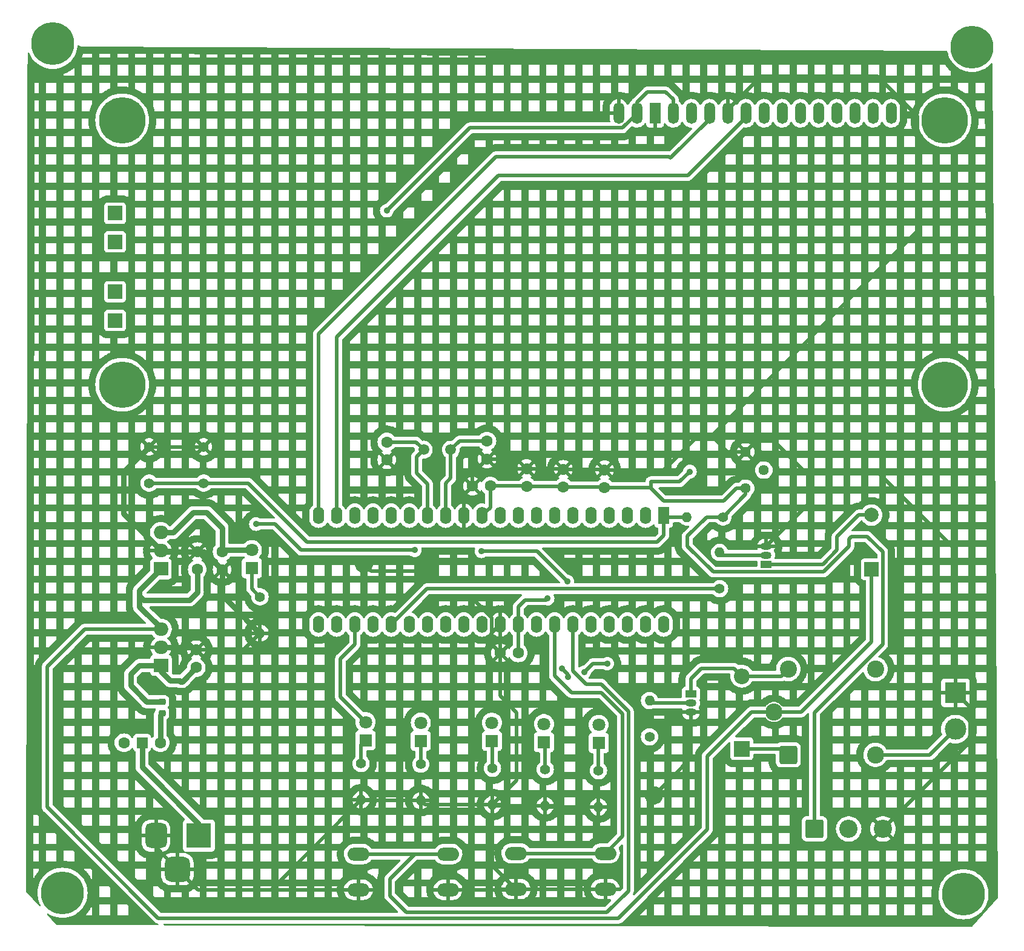
<source format=gbr>
%TF.GenerationSoftware,KiCad,Pcbnew,7.0.11*%
%TF.CreationDate,2024-07-12T13:59:45+01:00*%
%TF.ProjectId,3 mode bottle filling machine,33206d6f-6465-4206-926f-74746c652066,v1*%
%TF.SameCoordinates,Original*%
%TF.FileFunction,Copper,L1,Top*%
%TF.FilePolarity,Positive*%
%FSLAX46Y46*%
G04 Gerber Fmt 4.6, Leading zero omitted, Abs format (unit mm)*
G04 Created by KiCad (PCBNEW 7.0.11) date 2024-07-12 13:59:45*
%MOMM*%
%LPD*%
G01*
G04 APERTURE LIST*
G04 Aperture macros list*
%AMRoundRect*
0 Rectangle with rounded corners*
0 $1 Rounding radius*
0 $2 $3 $4 $5 $6 $7 $8 $9 X,Y pos of 4 corners*
0 Add a 4 corners polygon primitive as box body*
4,1,4,$2,$3,$4,$5,$6,$7,$8,$9,$2,$3,0*
0 Add four circle primitives for the rounded corners*
1,1,$1+$1,$2,$3*
1,1,$1+$1,$4,$5*
1,1,$1+$1,$6,$7*
1,1,$1+$1,$8,$9*
0 Add four rect primitives between the rounded corners*
20,1,$1+$1,$2,$3,$4,$5,0*
20,1,$1+$1,$4,$5,$6,$7,0*
20,1,$1+$1,$6,$7,$8,$9,0*
20,1,$1+$1,$8,$9,$2,$3,0*%
G04 Aperture macros list end*
%TA.AperFunction,ComponentPad*%
%ADD10R,2.200000X2.200000*%
%TD*%
%TA.AperFunction,ComponentPad*%
%ADD11O,2.200000X2.200000*%
%TD*%
%TA.AperFunction,ComponentPad*%
%ADD12C,1.600000*%
%TD*%
%TA.AperFunction,ComponentPad*%
%ADD13C,1.400000*%
%TD*%
%TA.AperFunction,ComponentPad*%
%ADD14O,1.400000X1.400000*%
%TD*%
%TA.AperFunction,ComponentPad*%
%ADD15R,1.800000X1.800000*%
%TD*%
%TA.AperFunction,ComponentPad*%
%ADD16C,1.800000*%
%TD*%
%TA.AperFunction,ComponentPad*%
%ADD17C,6.500000*%
%TD*%
%TA.AperFunction,ComponentPad*%
%ADD18R,1.500000X3.000000*%
%TD*%
%TA.AperFunction,ComponentPad*%
%ADD19O,1.500000X3.000000*%
%TD*%
%TA.AperFunction,ComponentPad*%
%ADD20R,2.000000X2.000000*%
%TD*%
%TA.AperFunction,ComponentPad*%
%ADD21R,1.600000X2.400000*%
%TD*%
%TA.AperFunction,ComponentPad*%
%ADD22O,1.600000X2.400000*%
%TD*%
%TA.AperFunction,ComponentPad*%
%ADD23R,1.500000X1.050000*%
%TD*%
%TA.AperFunction,ComponentPad*%
%ADD24O,1.500000X1.050000*%
%TD*%
%TA.AperFunction,ComponentPad*%
%ADD25C,2.000000*%
%TD*%
%TA.AperFunction,ComponentPad*%
%ADD26R,3.000000X3.000000*%
%TD*%
%TA.AperFunction,ComponentPad*%
%ADD27C,3.000000*%
%TD*%
%TA.AperFunction,SMDPad,CuDef*%
%ADD28RoundRect,0.218750X0.256250X-0.218750X0.256250X0.218750X-0.256250X0.218750X-0.256250X-0.218750X0*%
%TD*%
%TA.AperFunction,ComponentPad*%
%ADD29C,3.400000*%
%TD*%
%TA.AperFunction,ConnectorPad*%
%ADD30C,6.000000*%
%TD*%
%TA.AperFunction,ComponentPad*%
%ADD31R,1.500000X1.500000*%
%TD*%
%TA.AperFunction,ComponentPad*%
%ADD32C,2.400000*%
%TD*%
%TA.AperFunction,ComponentPad*%
%ADD33RoundRect,0.250000X1.000000X-1.000000X1.000000X1.000000X-1.000000X1.000000X-1.000000X-1.000000X0*%
%TD*%
%TA.AperFunction,ComponentPad*%
%ADD34O,3.048000X1.850000*%
%TD*%
%TA.AperFunction,ComponentPad*%
%ADD35R,3.500000X3.500000*%
%TD*%
%TA.AperFunction,ComponentPad*%
%ADD36RoundRect,0.750000X-0.750000X-1.000000X0.750000X-1.000000X0.750000X1.000000X-0.750000X1.000000X0*%
%TD*%
%TA.AperFunction,ComponentPad*%
%ADD37RoundRect,0.875000X-0.875000X-0.875000X0.875000X-0.875000X0.875000X0.875000X-0.875000X0.875000X0*%
%TD*%
%TA.AperFunction,ComponentPad*%
%ADD38C,1.500000*%
%TD*%
%TA.AperFunction,ComponentPad*%
%ADD39RoundRect,0.249999X-1.025001X-1.025001X1.025001X-1.025001X1.025001X1.025001X-1.025001X1.025001X0*%
%TD*%
%TA.AperFunction,ComponentPad*%
%ADD40C,2.550000*%
%TD*%
%TA.AperFunction,ComponentPad*%
%ADD41R,2.000000X1.905000*%
%TD*%
%TA.AperFunction,ComponentPad*%
%ADD42O,2.000000X1.905000*%
%TD*%
%TA.AperFunction,ComponentPad*%
%ADD43C,1.397000*%
%TD*%
%TA.AperFunction,ComponentPad*%
%ADD44C,1.440000*%
%TD*%
%TA.AperFunction,ViaPad*%
%ADD45C,0.900000*%
%TD*%
%TA.AperFunction,Conductor*%
%ADD46C,0.500000*%
%TD*%
%TA.AperFunction,Conductor*%
%ADD47C,0.800000*%
%TD*%
G04 APERTURE END LIST*
D10*
%TO.P,D7,1,K*%
%TO.N,Net-(D7-K)*%
X162050000Y-127405000D03*
D11*
%TO.P,D7,2,A*%
%TO.N,Net-(D7-A)*%
X162050000Y-117245000D03*
%TD*%
D12*
%TO.P,C9,1*%
%TO.N,+5V*%
X137100000Y-90800000D03*
%TO.P,C9,2*%
%TO.N,GND*%
X137100000Y-88300000D03*
%TD*%
D13*
%TO.P,R3,1*%
%TO.N,pump*%
X149150000Y-125740000D03*
D14*
%TO.P,R3,2*%
%TO.N,Net-(Q1-B)*%
X149150000Y-120660000D03*
%TD*%
D15*
%TO.P,D1,1,K*%
%TO.N,Net-(D1-K)*%
X93550000Y-102140000D03*
D16*
%TO.P,D1,2,A*%
%TO.N,+5V*%
X93550000Y-99600000D03*
%TD*%
D13*
%TO.P,R8,1*%
%TO.N,Net-(D5-K)*%
X117175000Y-129585000D03*
D14*
%TO.P,R8,2*%
%TO.N,GND*%
X117175000Y-134665000D03*
%TD*%
D12*
%TO.P,C7,1*%
%TO.N,+5V*%
X126900000Y-90650000D03*
%TO.P,C7,2*%
%TO.N,GND*%
X124400000Y-90650000D03*
%TD*%
D15*
%TO.P,D5,1,K*%
%TO.N,Net-(D5-K)*%
X117175000Y-126300000D03*
D16*
%TO.P,D5,2,A*%
%TO.N,Pumping*%
X117175000Y-123760000D03*
%TD*%
D12*
%TO.P,C2,1*%
%TO.N,+12V*%
X85930000Y-102315000D03*
%TO.P,C2,2*%
%TO.N,GND*%
X85930000Y-99815000D03*
%TD*%
%TO.P,C8,1*%
%TO.N,+5V*%
X131975000Y-90700000D03*
%TO.P,C8,2*%
%TO.N,GND*%
X131975000Y-88200000D03*
%TD*%
D13*
%TO.P,R6,1*%
%TO.N,Net-(D3-K)*%
X134575000Y-130310000D03*
D14*
%TO.P,R6,2*%
%TO.N,GND*%
X134575000Y-135390000D03*
%TD*%
D13*
%TO.P,R9,1*%
%TO.N,Net-(D6-K)*%
X108825000Y-129485000D03*
D14*
%TO.P,R9,2*%
%TO.N,GND*%
X108825000Y-134565000D03*
%TD*%
D12*
%TO.P,C10,1*%
%TO.N,+5V*%
X142875000Y-90875000D03*
%TO.P,C10,2*%
%TO.N,GND*%
X142875000Y-88375000D03*
%TD*%
D13*
%TO.P,R1,1*%
%TO.N,Net-(D1-K)*%
X94700000Y-106160000D03*
D14*
%TO.P,R1,2*%
%TO.N,GND*%
X94700000Y-111240000D03*
%TD*%
D17*
%TO.P,U4,*%
%TO.N,*%
X75425000Y-39467500D03*
X75425000Y-76467500D03*
X190425000Y-39467500D03*
X190425000Y-76467500D03*
D18*
%TO.P,U4,1,VSS*%
%TO.N,GND*%
X149925000Y-38467500D03*
D19*
%TO.P,U4,2,VDD*%
%TO.N,+5V*%
X152465000Y-38467500D03*
%TO.P,U4,3,VO*%
%TO.N,Net-(U4-VO)*%
X155005000Y-38467500D03*
%TO.P,U4,4,RS*%
%TO.N,EN*%
X157545000Y-38467500D03*
%TO.P,U4,5,R/~{W}*%
%TO.N,GND*%
X160085000Y-38467500D03*
%TO.P,U4,6,E*%
%TO.N,RS*%
X162625000Y-38467500D03*
%TO.P,U4,7,DB0*%
%TO.N,unconnected-(U4-DB0-Pad7)*%
X165165000Y-38467500D03*
%TO.P,U4,8,DB1*%
%TO.N,unconnected-(U4-DB1-Pad8)*%
X167705000Y-38467500D03*
%TO.P,U4,9,DB2*%
%TO.N,unconnected-(U4-DB2-Pad9)*%
X170245000Y-38467500D03*
%TO.P,U4,10,DB3*%
%TO.N,unconnected-(U4-DB3-Pad10)*%
X172785000Y-38467500D03*
%TO.P,U4,11,DB4*%
%TO.N,D4*%
X175325000Y-38467500D03*
%TO.P,U4,12,DB5*%
%TO.N,D5*%
X177865000Y-38467500D03*
%TO.P,U4,13,DB6*%
%TO.N,D6*%
X180405000Y-38467500D03*
%TO.P,U4,14,DB7*%
%TO.N,D7*%
X182945000Y-38467500D03*
%TO.P,U4,15,A/VEE*%
%TO.N,+5V*%
X147385000Y-38467500D03*
%TO.P,U4,16,K*%
%TO.N,GND*%
X144845000Y-38467500D03*
D20*
%TO.P,U4,A1,A1*%
%TO.N,unconnected-(U4-PadA1)*%
X74425000Y-52467500D03*
%TO.P,U4,A2,A2*%
%TO.N,unconnected-(U4-PadA2)*%
X74425000Y-63467500D03*
%TO.P,U4,K1,K1*%
%TO.N,unconnected-(U4-PadK1)*%
X74425000Y-56467500D03*
%TO.P,U4,K2,K2*%
%TO.N,unconnected-(U4-PadK2)*%
X74425000Y-67467500D03*
%TD*%
D21*
%TO.P,U2,1,~{MCLR}/Vpp*%
%TO.N,Net-(U2-~{MCLR}{slash}Vpp)*%
X151125000Y-94795000D03*
D22*
%TO.P,U2,2,AN0/RA0*%
%TO.N,unconnected-(U2-AN0{slash}RA0-Pad2)*%
X148585000Y-94795000D03*
%TO.P,U2,3,AN1/RA1*%
%TO.N,unconnected-(U2-AN1{slash}RA1-Pad3)*%
X146045000Y-94795000D03*
%TO.P,U2,4,CVref/Vref-/AN2/RA2*%
%TO.N,unconnected-(U2-CVref{slash}Vref-{slash}AN2{slash}RA2-Pad4)*%
X143505000Y-94795000D03*
%TO.P,U2,5,Vref+/AN3/RA3*%
%TO.N,unconnected-(U2-Vref+{slash}AN3{slash}RA3-Pad5)*%
X140965000Y-94795000D03*
%TO.P,U2,6,C1OUT/T0CKI/RA4*%
%TO.N,unconnected-(U2-C1OUT{slash}T0CKI{slash}RA4-Pad6)*%
X138425000Y-94795000D03*
%TO.P,U2,7,~{SS}/C2OUT/AN4/RA5*%
%TO.N,unconnected-(U2-~{SS}{slash}C2OUT{slash}AN4{slash}RA5-Pad7)*%
X135885000Y-94795000D03*
%TO.P,U2,8,RE0/~{RD}/AN5*%
%TO.N,unconnected-(U2-RE0{slash}~{RD}{slash}AN5-Pad8)*%
X133345000Y-94795000D03*
%TO.P,U2,9,RE1/~{WR}/AN6*%
%TO.N,unconnected-(U2-RE1{slash}~{WR}{slash}AN6-Pad9)*%
X130805000Y-94795000D03*
%TO.P,U2,10,RE2/~{CS}/AN7*%
%TO.N,unconnected-(U2-RE2{slash}~{CS}{slash}AN7-Pad10)*%
X128265000Y-94795000D03*
%TO.P,U2,11,VDD*%
%TO.N,+5V*%
X125725000Y-94795000D03*
%TO.P,U2,12,VSS*%
%TO.N,GND*%
X123185000Y-94795000D03*
%TO.P,U2,13,OSC1/CLKI*%
%TO.N,Net-(U2-OSC1{slash}CLKI)*%
X120645000Y-94795000D03*
%TO.P,U2,14,OSC2/CLKO*%
%TO.N,Net-(U2-OSC2{slash}CLKO)*%
X118105000Y-94795000D03*
%TO.P,U2,15,T1OSO/T1CKI/RC0*%
%TO.N,Mode1*%
X115565000Y-94795000D03*
%TO.P,U2,16,T1OSI/CCP2/RC1*%
%TO.N,Mode2*%
X113025000Y-94795000D03*
%TO.P,U2,17,CCP1/RC2*%
%TO.N,Mode3*%
X110485000Y-94795000D03*
%TO.P,U2,18,SCK/SCL/RC3*%
%TO.N,Pumping*%
X107945000Y-94795000D03*
%TO.P,U2,19,RD0/PSP0*%
%TO.N,RS*%
X105405000Y-94795000D03*
%TO.P,U2,20,RD1/PSP1*%
%TO.N,EN*%
X102865000Y-94795000D03*
%TO.P,U2,21,RD2/PSP2*%
%TO.N,unconnected-(U2-RD2{slash}PSP2-Pad21)*%
X102865000Y-110035000D03*
%TO.P,U2,22,RD3/PSP3*%
%TO.N,unconnected-(U2-RD3{slash}PSP3-Pad22)*%
X105405000Y-110035000D03*
%TO.P,U2,23,SDI/SDA/RC4*%
%TO.N,Filled*%
X107945000Y-110035000D03*
%TO.P,U2,24,SDO/RC5*%
%TO.N,pump*%
X110485000Y-110035000D03*
%TO.P,U2,25,CK/TX/RC6*%
%TO.N,buzzer*%
X113025000Y-110035000D03*
%TO.P,U2,26,DT/RX/RC7*%
%TO.N,unconnected-(U2-DT{slash}RX{slash}RC7-Pad26)*%
X115565000Y-110035000D03*
%TO.P,U2,27,RD4/PSP4*%
%TO.N,D4*%
X118105000Y-110035000D03*
%TO.P,U2,28,RD5/PSP5*%
%TO.N,D5*%
X120645000Y-110035000D03*
%TO.P,U2,29,RD6/PSP6*%
%TO.N,D6*%
X123185000Y-110035000D03*
%TO.P,U2,30,RD7/PSP7*%
%TO.N,D7*%
X125725000Y-110035000D03*
%TO.P,U2,31,VSS*%
%TO.N,GND*%
X128265000Y-110035000D03*
%TO.P,U2,32,VDD*%
%TO.N,+5V*%
X130805000Y-110035000D03*
%TO.P,U2,33,INT/RB0*%
%TO.N,sensor*%
X133345000Y-110035000D03*
%TO.P,U2,34,RB1*%
%TO.N,start_button*%
X135885000Y-110035000D03*
%TO.P,U2,35,RB2*%
%TO.N,Mode_Button*%
X138425000Y-110035000D03*
%TO.P,U2,36,PGM/RB3*%
%TO.N,unconnected-(U2-PGM{slash}RB3-Pad36)*%
X140965000Y-110035000D03*
%TO.P,U2,37,RB4*%
%TO.N,unconnected-(U2-RB4-Pad37)*%
X143505000Y-110035000D03*
%TO.P,U2,38,RB5*%
%TO.N,unconnected-(U2-RB5-Pad38)*%
X146045000Y-110035000D03*
%TO.P,U2,39,PGC/RB6*%
%TO.N,unconnected-(U2-PGC{slash}RB6-Pad39)*%
X148585000Y-110035000D03*
%TO.P,U2,40,PGD/RB7*%
%TO.N,unconnected-(U2-PGD{slash}RB7-Pad40)*%
X151125000Y-110035000D03*
%TD*%
D13*
%TO.P,R2,1*%
%TO.N,+5V*%
X159440000Y-94975000D03*
D14*
%TO.P,R2,2*%
%TO.N,Net-(U2-~{MCLR}{slash}Vpp)*%
X154360000Y-94975000D03*
%TD*%
D23*
%TO.P,Q1,1,C*%
%TO.N,Net-(D7-A)*%
X154950000Y-119775000D03*
D24*
%TO.P,Q1,2,B*%
%TO.N,Net-(Q1-B)*%
X154950000Y-121045000D03*
%TO.P,Q1,3,E*%
%TO.N,GND*%
X154950000Y-122315000D03*
%TD*%
D12*
%TO.P,C1,1*%
%TO.N,Net-(U3-VI)*%
X85775000Y-116050000D03*
%TO.P,C1,2*%
%TO.N,GND*%
X85775000Y-113550000D03*
%TD*%
D13*
%TO.P,R10,1*%
%TO.N,buzzer*%
X158950000Y-105015000D03*
D14*
%TO.P,R10,2*%
%TO.N,Net-(Q2-B)*%
X158950000Y-99935000D03*
%TD*%
D15*
%TO.P,D4,1,K*%
%TO.N,Net-(D4-K)*%
X127125000Y-126315000D03*
D16*
%TO.P,D4,2,A*%
%TO.N,Mode3*%
X127125000Y-123775000D03*
%TD*%
D20*
%TO.P,BZ1,1,+*%
%TO.N,+12V*%
X180200000Y-102300000D03*
D25*
%TO.P,BZ1,2,-*%
%TO.N,Net-(BZ1--)*%
X180200000Y-94700000D03*
%TD*%
D26*
%TO.P,J2,1,Pin_1*%
%TO.N,GND*%
X191925000Y-119585000D03*
D27*
%TO.P,J2,2,Pin_2*%
%TO.N,Net-(J2-Pin_2)*%
X191925000Y-124665000D03*
%TD*%
D28*
%TO.P,FB1,1*%
%TO.N,Net-(SW3-A)*%
X81025000Y-122412500D03*
%TO.P,FB1,2*%
%TO.N,Net-(U3-VI)*%
X81025000Y-120837500D03*
%TD*%
D13*
%TO.P,R5,1*%
%TO.N,Net-(D2-K)*%
X142025000Y-130485000D03*
D14*
%TO.P,R5,2*%
%TO.N,GND*%
X142025000Y-135565000D03*
%TD*%
D29*
%TO.P,H4,1,1*%
%TO.N,unconnected-(H4-Pad1)*%
X65700000Y-28750000D03*
D30*
X65700000Y-28750000D03*
%TD*%
D31*
%TO.P,SW3,1,B*%
%TO.N,/16V*%
X78210000Y-126575000D03*
D12*
%TO.P,SW3,2,C*%
%TO.N,unconnected-(SW3-C-Pad2)*%
X75670000Y-126575000D03*
%TO.P,SW3,3,A*%
%TO.N,Net-(SW3-A)*%
X80750000Y-126575000D03*
%TD*%
D13*
%TO.P,R7,1*%
%TO.N,Net-(D4-K)*%
X127200000Y-130150000D03*
D14*
%TO.P,R7,2*%
%TO.N,GND*%
X127200000Y-135230000D03*
%TD*%
D29*
%TO.P,H3,1,1*%
%TO.N,unconnected-(H3-Pad1)*%
X193050000Y-147775000D03*
D30*
X193050000Y-147775000D03*
%TD*%
D32*
%TO.P,K1,11*%
%TO.N,+12V*%
X166550000Y-122257500D03*
%TO.P,K1,12*%
%TO.N,unconnected-(K1-Pad12)*%
X180750000Y-116257500D03*
%TO.P,K1,14*%
%TO.N,Net-(J2-Pin_2)*%
X180750000Y-128257500D03*
D33*
%TO.P,K1,A1*%
%TO.N,Net-(D7-K)*%
X168550000Y-128257500D03*
D32*
%TO.P,K1,A2*%
%TO.N,Net-(D7-A)*%
X168550000Y-116257500D03*
%TD*%
D15*
%TO.P,D2,1,K*%
%TO.N,Net-(D2-K)*%
X142050000Y-126600000D03*
D16*
%TO.P,D2,2,A*%
%TO.N,Mode1*%
X142050000Y-124060000D03*
%TD*%
D34*
%TO.P,SW4,1,1*%
%TO.N,Mode_Button*%
X108460000Y-142150000D03*
X120960000Y-142150000D03*
%TO.P,SW4,2,2*%
%TO.N,GND*%
X108460000Y-147150000D03*
X120960000Y-147150000D03*
%TD*%
D23*
%TO.P,Q2,1,C*%
%TO.N,Net-(BZ1--)*%
X165475000Y-101595000D03*
D24*
%TO.P,Q2,2,B*%
%TO.N,Net-(Q2-B)*%
X165475000Y-100325000D03*
%TO.P,Q2,3,E*%
%TO.N,GND*%
X165475000Y-99055000D03*
%TD*%
D35*
%TO.P,J1,1*%
%TO.N,/16V*%
X86150000Y-139575000D03*
D36*
%TO.P,J1,2*%
%TO.N,GND*%
X80150000Y-139575000D03*
D37*
%TO.P,J1,3*%
X83150000Y-144275000D03*
%TD*%
D12*
%TO.P,C4,1*%
%TO.N,Net-(U2-OSC1{slash}CLKI)*%
X126425000Y-84350000D03*
%TO.P,C4,2*%
%TO.N,GND*%
X126425000Y-86850000D03*
%TD*%
D29*
%TO.P,H1,1,1*%
%TO.N,unconnected-(H1-Pad1)*%
X194250000Y-29200000D03*
D30*
X194250000Y-29200000D03*
%TD*%
D29*
%TO.P,H2,1,1*%
%TO.N,unconnected-(H2-Pad1)*%
X67075000Y-147575000D03*
D30*
X67075000Y-147575000D03*
%TD*%
D12*
%TO.P,C5,1*%
%TO.N,Net-(U2-OSC2{slash}CLKO)*%
X112425000Y-84475000D03*
%TO.P,C5,2*%
%TO.N,GND*%
X112425000Y-86975000D03*
%TD*%
D38*
%TO.P,Y1,1,1*%
%TO.N,Net-(U2-OSC2{slash}CLKO)*%
X117575000Y-85550000D03*
%TO.P,Y1,2,2*%
%TO.N,Net-(U2-OSC1{slash}CLKI)*%
X121375000Y-85550000D03*
%TD*%
D39*
%TO.P,J3,1,Pin_1*%
%TO.N,+5V*%
X172200000Y-138625000D03*
D40*
%TO.P,J3,2,Pin_2*%
%TO.N,sensor*%
X177000000Y-138625000D03*
%TO.P,J3,3,Pin_3*%
%TO.N,GND*%
X181800000Y-138625000D03*
%TD*%
D41*
%TO.P,U1,1,VI*%
%TO.N,+12V*%
X80830000Y-102245000D03*
D42*
%TO.P,U1,2,GND*%
%TO.N,GND*%
X80830000Y-99705000D03*
%TO.P,U1,3,VO*%
%TO.N,+5V*%
X80830000Y-97165000D03*
%TD*%
D15*
%TO.P,D6,1,K*%
%TO.N,Net-(D6-K)*%
X109450000Y-126225000D03*
D16*
%TO.P,D6,2,A*%
%TO.N,Filled*%
X109450000Y-123685000D03*
%TD*%
D43*
%TO.P,SW1,1,1*%
%TO.N,GND*%
X79190000Y-85160000D03*
X86810000Y-85160000D03*
%TO.P,SW1,2,2*%
%TO.N,Net-(U2-~{MCLR}{slash}Vpp)*%
X79190000Y-90240000D03*
X86810000Y-90240000D03*
%TD*%
D15*
%TO.P,D3,1,K*%
%TO.N,Net-(D3-K)*%
X134400000Y-126490000D03*
D16*
%TO.P,D3,2,A*%
%TO.N,Mode2*%
X134400000Y-123950000D03*
%TD*%
D41*
%TO.P,U3,1,VI*%
%TO.N,Net-(U3-VI)*%
X80850000Y-115755000D03*
D42*
%TO.P,U3,2,GND*%
%TO.N,GND*%
X80850000Y-113215000D03*
%TO.P,U3,3,VO*%
%TO.N,+12V*%
X80850000Y-110675000D03*
%TD*%
D12*
%TO.P,C6,1*%
%TO.N,+5V*%
X130800000Y-114000000D03*
%TO.P,C6,2*%
%TO.N,GND*%
X128300000Y-114000000D03*
%TD*%
D34*
%TO.P,SW2,1,1*%
%TO.N,start_button*%
X130485000Y-142050000D03*
X142985000Y-142050000D03*
%TO.P,SW2,2,2*%
%TO.N,GND*%
X130485000Y-147050000D03*
X142985000Y-147050000D03*
%TD*%
D44*
%TO.P,RV1,1,1*%
%TO.N,+5V*%
X162600000Y-90950000D03*
%TO.P,RV1,2,2*%
%TO.N,Net-(U4-VO)*%
X165140000Y-88410000D03*
%TO.P,RV1,3,3*%
%TO.N,GND*%
X162600000Y-85870000D03*
%TD*%
D12*
%TO.P,C3,1*%
%TO.N,+5V*%
X89400000Y-99850000D03*
%TO.P,C3,2*%
%TO.N,GND*%
X89400000Y-102350000D03*
%TD*%
D45*
%TO.N,GND*%
X118350000Y-102575000D03*
X149750000Y-133925000D03*
X118475000Y-106475000D03*
X109200000Y-101500000D03*
%TO.N,+5V*%
X134900000Y-106400000D03*
X94125000Y-95975000D03*
X125650000Y-99775000D03*
X137675000Y-104015000D03*
X112425000Y-52100000D03*
X154800000Y-88625000D03*
X116325000Y-99625000D03*
%TO.N,pump*%
X143250000Y-115500000D03*
X136885000Y-116175000D03*
X140032107Y-116692893D03*
X137725000Y-117375000D03*
%TD*%
D46*
%TO.N,+12V*%
X170367500Y-122257500D02*
X180200000Y-112425000D01*
X80475000Y-151125000D02*
X64950000Y-135600000D01*
X163442500Y-122257500D02*
X157225000Y-128475000D01*
D47*
X77825000Y-107525000D02*
X77825000Y-106050000D01*
X85930000Y-105495000D02*
X84825000Y-106600000D01*
D46*
X166550000Y-122257500D02*
X163442500Y-122257500D01*
D47*
X77825000Y-105250000D02*
X80830000Y-102245000D01*
D46*
X157225000Y-138725000D02*
X144825000Y-151125000D01*
X180200000Y-112425000D02*
X180200000Y-102300000D01*
D47*
X78375000Y-106600000D02*
X77825000Y-106050000D01*
X80850000Y-110675000D02*
X80850000Y-110550000D01*
D46*
X64950000Y-115925000D02*
X70200000Y-110675000D01*
D47*
X85930000Y-102315000D02*
X85930000Y-105495000D01*
X84825000Y-106600000D02*
X78375000Y-106600000D01*
D46*
X166550000Y-122257500D02*
X170367500Y-122257500D01*
X157225000Y-128475000D02*
X157225000Y-138725000D01*
D47*
X80850000Y-110550000D02*
X77825000Y-107525000D01*
D46*
X64950000Y-135600000D02*
X64950000Y-115925000D01*
X144825000Y-151125000D02*
X80475000Y-151125000D01*
X70200000Y-110675000D02*
X80850000Y-110675000D01*
D47*
X77825000Y-106050000D02*
X77825000Y-105250000D01*
D46*
%TO.N,Net-(BZ1--)*%
X175375000Y-99625000D02*
X175375000Y-97750000D01*
X175375000Y-97750000D02*
X178425000Y-94700000D01*
X165475000Y-101595000D02*
X173405000Y-101595000D01*
X173405000Y-101595000D02*
X175375000Y-99625000D01*
X178425000Y-94700000D02*
X180200000Y-94700000D01*
D47*
%TO.N,Net-(U3-VI)*%
X82125000Y-117900000D02*
X83475000Y-117900000D01*
X83475000Y-117900000D02*
X83600000Y-118025000D01*
X77820000Y-115755000D02*
X76600000Y-116975000D01*
X80850000Y-115755000D02*
X77820000Y-115755000D01*
X76600000Y-116975000D02*
X76600000Y-118575000D01*
X78862500Y-120837500D02*
X81025000Y-120837500D01*
X76600000Y-118575000D02*
X78862500Y-120837500D01*
X83600000Y-118025000D02*
X83800000Y-118025000D01*
X80850000Y-116625000D02*
X82125000Y-117900000D01*
X83800000Y-118025000D02*
X85775000Y-116050000D01*
X80850000Y-115755000D02*
X80850000Y-116625000D01*
%TO.N,GND*%
X80850000Y-113215000D02*
X85440000Y-113215000D01*
D46*
X124474188Y-106475000D02*
X118475000Y-106475000D01*
X126425000Y-86850000D02*
X127825000Y-86850000D01*
X86810000Y-85160000D02*
X79190000Y-85160000D01*
X164095000Y-84375000D02*
X162600000Y-85870000D01*
X172000000Y-88400000D02*
X171275000Y-89125000D01*
X127075000Y-111225000D02*
X127075000Y-109075812D01*
X191925000Y-99575000D02*
X180750000Y-88400000D01*
D47*
X85930000Y-99815000D02*
X86865000Y-99815000D01*
D46*
X160045000Y-85870000D02*
X162600000Y-85870000D01*
X130385000Y-147150000D02*
X130485000Y-147050000D01*
X80150000Y-139575000D02*
X80150000Y-141275000D01*
D47*
X85440000Y-113215000D02*
X85775000Y-113550000D01*
D46*
X123125000Y-91925000D02*
X123125000Y-92200000D01*
X127200000Y-143765000D02*
X127200000Y-135230000D01*
X166525000Y-84375000D02*
X164095000Y-84375000D01*
X191925000Y-119585000D02*
X193975000Y-121635000D01*
X123125000Y-92200000D02*
X123185000Y-92260000D01*
D47*
X80940000Y-99815000D02*
X80830000Y-99705000D01*
X89400000Y-105940000D02*
X94700000Y-111240000D01*
D46*
X157425000Y-84125000D02*
X158300000Y-84125000D01*
X127825000Y-86850000D02*
X129175000Y-88200000D01*
X124400000Y-90650000D02*
X123125000Y-91925000D01*
D47*
X86865000Y-99815000D02*
X89400000Y-102350000D01*
D46*
X92225000Y-113475000D02*
X92150000Y-113550000D01*
X155425000Y-84125000D02*
X157425000Y-84125000D01*
X80150000Y-141275000D02*
X83150000Y-144275000D01*
X120960000Y-147150000D02*
X130385000Y-147150000D01*
X92150000Y-113550000D02*
X85775000Y-113550000D01*
X186625000Y-38900000D02*
X186625000Y-54925000D01*
X193975000Y-126450000D02*
X181800000Y-138625000D01*
X142800000Y-88300000D02*
X142875000Y-88375000D01*
X160085000Y-38467500D02*
X160085000Y-37967500D01*
X124400000Y-88875000D02*
X126425000Y-86850000D01*
X129175000Y-88200000D02*
X131975000Y-88200000D01*
X158300000Y-84125000D02*
X160045000Y-85870000D01*
X191925000Y-119585000D02*
X191925000Y-99575000D01*
X180750000Y-88400000D02*
X172000000Y-88400000D01*
X124400000Y-90650000D02*
X124400000Y-88875000D01*
D47*
X89400000Y-102350000D02*
X89400000Y-105940000D01*
D46*
X108925000Y-134665000D02*
X108825000Y-134565000D01*
X130600000Y-131830000D02*
X127200000Y-135230000D01*
X137000000Y-88200000D02*
X137100000Y-88300000D01*
X165475000Y-99055000D02*
X171275000Y-93255000D01*
X123185000Y-92260000D02*
X123185000Y-94795000D01*
X108825000Y-134565000D02*
X96240000Y-147150000D01*
X171275000Y-89125000D02*
X166525000Y-84375000D01*
X117740000Y-135230000D02*
X117175000Y-134665000D01*
X127200000Y-135230000D02*
X117740000Y-135230000D01*
X130600000Y-122325000D02*
X130600000Y-131830000D01*
X96150000Y-147150000D02*
X86025000Y-147150000D01*
X149750000Y-133925000D02*
X154950000Y-128725000D01*
X117175000Y-134665000D02*
X108925000Y-134665000D01*
X131975000Y-88200000D02*
X137000000Y-88200000D01*
X164727500Y-33325000D02*
X181050000Y-33325000D01*
X130485000Y-147050000D02*
X127200000Y-143765000D01*
X96240000Y-147150000D02*
X96150000Y-147150000D01*
X118350000Y-102575000D02*
X110275000Y-102575000D01*
X128300000Y-114000000D02*
X128300000Y-110070000D01*
X134750000Y-135565000D02*
X134575000Y-135390000D01*
X137100000Y-88300000D02*
X142800000Y-88300000D01*
X108460000Y-147150000D02*
X96150000Y-147150000D01*
X142985000Y-147050000D02*
X130485000Y-147050000D01*
X142875000Y-88375000D02*
X151175000Y-88375000D01*
X94700000Y-111240000D02*
X92465000Y-113475000D01*
X127360000Y-135390000D02*
X127200000Y-135230000D01*
X181050000Y-33325000D02*
X186625000Y-38900000D01*
X160085000Y-37967500D02*
X164727500Y-33325000D01*
X151175000Y-88375000D02*
X155425000Y-84125000D01*
X128300000Y-120025000D02*
X130600000Y-122325000D01*
D47*
X75650000Y-88700000D02*
X79190000Y-85160000D01*
D46*
X127075000Y-109075812D02*
X124474188Y-106475000D01*
X128300000Y-114000000D02*
X128300000Y-120025000D01*
X128265000Y-110035000D02*
X127075000Y-111225000D01*
X142025000Y-135565000D02*
X134750000Y-135565000D01*
X193975000Y-121635000D02*
X193975000Y-126450000D01*
D47*
X85930000Y-99815000D02*
X80940000Y-99815000D01*
X80830000Y-99705000D02*
X75650000Y-94525000D01*
D46*
X134575000Y-135390000D02*
X127360000Y-135390000D01*
X171275000Y-93255000D02*
X171275000Y-89125000D01*
X128300000Y-110070000D02*
X128265000Y-110035000D01*
X92465000Y-113475000D02*
X92225000Y-113475000D01*
X86025000Y-147150000D02*
X83150000Y-144275000D01*
X186625000Y-54925000D02*
X157425000Y-84125000D01*
D47*
X75650000Y-94525000D02*
X75650000Y-88700000D01*
D46*
X154950000Y-128725000D02*
X154950000Y-122315000D01*
X110275000Y-102575000D02*
X109200000Y-101500000D01*
%TO.N,+5V*%
X151425000Y-35500000D02*
X152465000Y-36540000D01*
X131750000Y-106575000D02*
X134725000Y-106575000D01*
X137000000Y-90700000D02*
X137100000Y-90800000D01*
D47*
X89650000Y-99600000D02*
X89400000Y-99850000D01*
D46*
X137100000Y-90800000D02*
X142800000Y-90800000D01*
X172200000Y-138625000D02*
X172200000Y-122332626D01*
X154425000Y-99050000D02*
X154425000Y-97675000D01*
X124007500Y-40517500D02*
X112425000Y-52100000D01*
X131925000Y-90650000D02*
X131975000Y-90700000D01*
X177025000Y-98100000D02*
X177025000Y-99106370D01*
X142800000Y-90800000D02*
X142875000Y-90875000D01*
X130805000Y-110035000D02*
X130805000Y-107520000D01*
D47*
X87250000Y-94350000D02*
X89400000Y-96500000D01*
D46*
X157125000Y-94975000D02*
X159440000Y-94975000D01*
X126900000Y-90650000D02*
X131925000Y-90650000D01*
D47*
X89400000Y-96500000D02*
X89400000Y-99850000D01*
D46*
X137675000Y-104015000D02*
X133435000Y-99775000D01*
X130800000Y-114000000D02*
X130800000Y-110040000D01*
X152465000Y-36540000D02*
X152465000Y-38467500D01*
X147385000Y-38467500D02*
X147385000Y-36965000D01*
X126900000Y-93620000D02*
X125725000Y-94795000D01*
X149350000Y-90775000D02*
X149250000Y-90875000D01*
D47*
X80830000Y-97165000D02*
X82535000Y-97165000D01*
X85350000Y-94350000D02*
X87250000Y-94350000D01*
D46*
X131975000Y-90700000D02*
X137000000Y-90700000D01*
X96800000Y-95975000D02*
X100450000Y-99625000D01*
X100450000Y-99625000D02*
X116325000Y-99625000D01*
X145383478Y-40517500D02*
X124007500Y-40517500D01*
D47*
X93550000Y-99600000D02*
X89650000Y-99600000D01*
X82535000Y-97165000D02*
X85350000Y-94350000D01*
D46*
X149250000Y-90875000D02*
X151100000Y-92725000D01*
X177425000Y-97700000D02*
X177025000Y-98100000D01*
X173461370Y-102670000D02*
X158045000Y-102670000D01*
X151100000Y-92725000D02*
X159550000Y-92725000D01*
X153375000Y-90050000D02*
X149350000Y-90050000D01*
X177025000Y-99106370D02*
X173461370Y-102670000D01*
X148850000Y-35500000D02*
X151425000Y-35500000D01*
X154800000Y-88625000D02*
X153375000Y-90050000D01*
X154425000Y-97675000D02*
X157125000Y-94975000D01*
X134725000Y-106575000D02*
X134900000Y-106400000D01*
X159440000Y-94975000D02*
X162600000Y-91815000D01*
X126900000Y-90650000D02*
X126900000Y-93620000D01*
X179575000Y-97700000D02*
X177425000Y-97700000D01*
X94125000Y-95975000D02*
X96800000Y-95975000D01*
X147385000Y-38515978D02*
X145383478Y-40517500D01*
X181750000Y-99875000D02*
X179575000Y-97700000D01*
X147385000Y-38467500D02*
X147385000Y-38515978D01*
X142875000Y-90875000D02*
X149250000Y-90875000D01*
X181750000Y-112782626D02*
X181750000Y-99875000D01*
X130805000Y-107520000D02*
X131750000Y-106575000D01*
X130800000Y-110040000D02*
X130805000Y-110035000D01*
X147385000Y-36965000D02*
X148850000Y-35500000D01*
X149350000Y-90050000D02*
X149350000Y-90775000D01*
X159550000Y-92725000D02*
X161325000Y-90950000D01*
X172200000Y-122332626D02*
X181750000Y-112782626D01*
X161325000Y-90950000D02*
X162600000Y-90950000D01*
X133435000Y-99775000D02*
X125650000Y-99775000D01*
X162600000Y-91815000D02*
X162600000Y-90950000D01*
X158045000Y-102670000D02*
X154425000Y-99050000D01*
%TO.N,Net-(U2-OSC1{slash}CLKI)*%
X126425000Y-84350000D02*
X122575000Y-84350000D01*
X121375000Y-89550000D02*
X121375000Y-85550000D01*
X120645000Y-90280000D02*
X121375000Y-89550000D01*
X120645000Y-94795000D02*
X120645000Y-90280000D01*
X122575000Y-84350000D02*
X121375000Y-85550000D01*
%TO.N,Net-(U2-OSC2{slash}CLKO)*%
X116575000Y-88800000D02*
X116575000Y-86550000D01*
X118105000Y-90330000D02*
X116575000Y-88800000D01*
X118105000Y-94795000D02*
X118105000Y-90330000D01*
X116500000Y-84475000D02*
X117575000Y-85550000D01*
X116575000Y-86550000D02*
X117575000Y-85550000D01*
X112425000Y-84475000D02*
X116500000Y-84475000D01*
%TO.N,Net-(D1-K)*%
X93550000Y-102140000D02*
X93550000Y-105010000D01*
X93550000Y-105010000D02*
X94700000Y-106160000D01*
%TO.N,Net-(D2-K)*%
X142025000Y-126625000D02*
X142050000Y-126600000D01*
X142025000Y-130485000D02*
X142025000Y-126625000D01*
%TO.N,Net-(D3-K)*%
X134575000Y-126665000D02*
X134400000Y-126490000D01*
X134575000Y-130310000D02*
X134575000Y-126665000D01*
%TO.N,Net-(D4-K)*%
X127200000Y-130150000D02*
X127200000Y-126390000D01*
X127200000Y-126390000D02*
X127125000Y-126315000D01*
%TO.N,Net-(D5-K)*%
X117175000Y-129585000D02*
X117175000Y-126300000D01*
%TO.N,Net-(D6-K)*%
X108825000Y-129485000D02*
X108825000Y-126850000D01*
X108825000Y-126850000D02*
X109450000Y-126225000D01*
%TO.N,Filled*%
X107945000Y-112830000D02*
X107945000Y-110035000D01*
X109450000Y-123685000D02*
X105950000Y-120185000D01*
X105950000Y-114825000D02*
X107945000Y-112830000D01*
X105950000Y-120185000D02*
X105950000Y-114825000D01*
%TO.N,Net-(D7-K)*%
X167697500Y-127405000D02*
X168550000Y-128257500D01*
X162050000Y-127405000D02*
X167697500Y-127405000D01*
%TO.N,Net-(D7-A)*%
X160955000Y-116150000D02*
X162050000Y-117245000D01*
X162050000Y-117245000D02*
X167562500Y-117245000D01*
X156425000Y-116150000D02*
X160955000Y-116150000D01*
X154950000Y-119775000D02*
X154950000Y-117625000D01*
X154950000Y-117625000D02*
X156425000Y-116150000D01*
X167562500Y-117245000D02*
X168550000Y-116257500D01*
D47*
%TO.N,Net-(SW3-A)*%
X80750000Y-122687500D02*
X81025000Y-122412500D01*
X80750000Y-126575000D02*
X80750000Y-122687500D01*
%TO.N,/16V*%
X86150000Y-139575000D02*
X86150000Y-137925000D01*
X86150000Y-137925000D02*
X78210000Y-129985000D01*
X78210000Y-129985000D02*
X78210000Y-126575000D01*
D46*
%TO.N,Net-(J2-Pin_2)*%
X188332500Y-128257500D02*
X191925000Y-124665000D01*
X180750000Y-128257500D02*
X188332500Y-128257500D01*
%TO.N,Net-(Q1-B)*%
X149535000Y-121045000D02*
X154950000Y-121045000D01*
X149150000Y-120660000D02*
X149535000Y-121045000D01*
%TO.N,Net-(Q2-B)*%
X158950000Y-99935000D02*
X159340000Y-100325000D01*
X159340000Y-100325000D02*
X165475000Y-100325000D01*
%TO.N,Net-(U2-~{MCLR}{slash}Vpp)*%
X101300000Y-98500000D02*
X150200000Y-98500000D01*
X93040000Y-90240000D02*
X101300000Y-98500000D01*
X151305000Y-94975000D02*
X151125000Y-94795000D01*
X150200000Y-98500000D02*
X151125000Y-97575000D01*
X86810000Y-90240000D02*
X93040000Y-90240000D01*
X151125000Y-97575000D02*
X151125000Y-94795000D01*
X154360000Y-94975000D02*
X151305000Y-94975000D01*
X86810000Y-90240000D02*
X79190000Y-90240000D01*
%TO.N,pump*%
X141225000Y-115500000D02*
X140032107Y-116692893D01*
X137725000Y-117015000D02*
X136885000Y-116175000D01*
X143250000Y-115500000D02*
X141225000Y-115500000D01*
X137725000Y-117375000D02*
X137725000Y-117015000D01*
%TO.N,buzzer*%
X158950000Y-105015000D02*
X118045000Y-105015000D01*
X118045000Y-105015000D02*
X113025000Y-110035000D01*
%TO.N,start_button*%
X130485000Y-142050000D02*
X142985000Y-142050000D01*
X145400000Y-139635000D02*
X142985000Y-142050000D01*
X138225000Y-119550000D02*
X142450000Y-119550000D01*
X135885000Y-117210000D02*
X138225000Y-119550000D01*
X135885000Y-110035000D02*
X135885000Y-117210000D01*
X145400000Y-122500000D02*
X145400000Y-139635000D01*
X142450000Y-119550000D02*
X145400000Y-122500000D01*
%TO.N,Mode_Button*%
X146200000Y-147300000D02*
X143175000Y-150325000D01*
X112825000Y-147975000D02*
X112825000Y-145650000D01*
X138425000Y-116500000D02*
X140300000Y-118375000D01*
X116325000Y-142150000D02*
X120960000Y-142150000D01*
X143175000Y-150325000D02*
X115175000Y-150325000D01*
X115175000Y-150325000D02*
X112825000Y-147975000D01*
X138425000Y-110035000D02*
X138425000Y-116500000D01*
X108460000Y-142150000D02*
X116325000Y-142150000D01*
X140300000Y-118375000D02*
X142406370Y-118375000D01*
X142406370Y-118375000D02*
X146200000Y-122168630D01*
X146200000Y-122168630D02*
X146200000Y-147300000D01*
X112825000Y-145650000D02*
X116325000Y-142150000D01*
%TO.N,RS*%
X105405000Y-69820000D02*
X128050000Y-47175000D01*
X128050000Y-47175000D02*
X154500000Y-47175000D01*
X105405000Y-94795000D02*
X105405000Y-69820000D01*
X154500000Y-47175000D02*
X162625000Y-39050000D01*
X162625000Y-39050000D02*
X162625000Y-38467500D01*
%TO.N,EN*%
X152075000Y-44750000D02*
X157545000Y-39280000D01*
X151875000Y-44550000D02*
X152075000Y-44750000D01*
X127650000Y-44550000D02*
X151875000Y-44550000D01*
X157545000Y-39280000D02*
X157545000Y-38467500D01*
X102865000Y-69335000D02*
X127650000Y-44550000D01*
X102865000Y-94795000D02*
X102865000Y-69335000D01*
%TD*%
%TA.AperFunction,Conductor*%
%TO.N,GND*%
G36*
X69394408Y-28976011D02*
G01*
X69395834Y-28977260D01*
X69404422Y-28985540D01*
X69429023Y-29011661D01*
X69440955Y-29019034D01*
X69457458Y-29031230D01*
X69472575Y-29044470D01*
X69503870Y-29058962D01*
X69516946Y-29065998D01*
X69541127Y-29080942D01*
X69541129Y-29080942D01*
X69541130Y-29080943D01*
X69561706Y-29087122D01*
X69578148Y-29093360D01*
X69603173Y-29104950D01*
X69629912Y-29108938D01*
X69647273Y-29112819D01*
X69667342Y-29118847D01*
X69696288Y-29119713D01*
X69705332Y-29120521D01*
X69705333Y-29120509D01*
X69709742Y-29120848D01*
X69709749Y-29120849D01*
X69737927Y-29120997D01*
X69740837Y-29121048D01*
X69795905Y-29122699D01*
X69799065Y-29122794D01*
X69799065Y-29122793D01*
X69799067Y-29122794D01*
X69799068Y-29122793D01*
X69806315Y-29122059D01*
X69819467Y-29121428D01*
X190576632Y-29760062D01*
X190594217Y-29762056D01*
X190601549Y-29762715D01*
X190601556Y-29762717D01*
X190652917Y-29760598D01*
X190658654Y-29760496D01*
X190674631Y-29760580D01*
X190679899Y-29760609D01*
X190679900Y-29760608D01*
X190679922Y-29760609D01*
X190679942Y-29760606D01*
X190680475Y-29760571D01*
X190680664Y-29760613D01*
X190684355Y-29760633D01*
X190684350Y-29761434D01*
X190748673Y-29775765D01*
X190797830Y-29825416D01*
X190811175Y-29864900D01*
X190821295Y-29928794D01*
X190897079Y-30211624D01*
X190916260Y-30283206D01*
X191047746Y-30625739D01*
X191214320Y-30952656D01*
X191414147Y-31260364D01*
X191618736Y-31513010D01*
X191645051Y-31545506D01*
X191904494Y-31804949D01*
X191943314Y-31836385D01*
X192189635Y-32035852D01*
X192497343Y-32235679D01*
X192497348Y-32235682D01*
X192824264Y-32402255D01*
X193166801Y-32533742D01*
X193521206Y-32628705D01*
X193883596Y-32686102D01*
X194229734Y-32704241D01*
X194249999Y-32705304D01*
X194250000Y-32705304D01*
X194250001Y-32705304D01*
X194269203Y-32704297D01*
X194616404Y-32686102D01*
X194978794Y-32628705D01*
X195333199Y-32533742D01*
X195675736Y-32402255D01*
X196002652Y-32235682D01*
X196310366Y-32035851D01*
X196595506Y-31804949D01*
X196854949Y-31545506D01*
X196871044Y-31525630D01*
X196895906Y-31494929D01*
X196953393Y-31455217D01*
X197023223Y-31452889D01*
X197083227Y-31488684D01*
X197114354Y-31551237D01*
X197116269Y-31572131D01*
X197899678Y-148202134D01*
X197880444Y-148269304D01*
X197868076Y-148285666D01*
X194312044Y-152258612D01*
X194252666Y-152295437D01*
X194219455Y-152299913D01*
X81315000Y-152123500D01*
X81247992Y-152103711D01*
X81202319Y-152050835D01*
X81192484Y-151981661D01*
X81221608Y-151918151D01*
X81280445Y-151880468D01*
X81315194Y-151875500D01*
X144761295Y-151875500D01*
X144779265Y-151876809D01*
X144803023Y-151880289D01*
X144852369Y-151875971D01*
X144863176Y-151875500D01*
X144868704Y-151875500D01*
X144868709Y-151875500D01*
X144899556Y-151871893D01*
X144903030Y-151871539D01*
X144977797Y-151864999D01*
X144977805Y-151864996D01*
X144984866Y-151863539D01*
X144984878Y-151863598D01*
X144992243Y-151861965D01*
X144992229Y-151861906D01*
X144999249Y-151860241D01*
X144999255Y-151860241D01*
X145069779Y-151834572D01*
X145073117Y-151833412D01*
X145144334Y-151809814D01*
X145144342Y-151809808D01*
X145150882Y-151806760D01*
X145150908Y-151806816D01*
X145157690Y-151803532D01*
X145157663Y-151803478D01*
X145164113Y-151800238D01*
X145164117Y-151800237D01*
X145226837Y-151758984D01*
X145229732Y-151757140D01*
X145293656Y-151717712D01*
X145293662Y-151717705D01*
X145299325Y-151713229D01*
X145299362Y-151713277D01*
X145305204Y-151708518D01*
X145305164Y-151708471D01*
X145310686Y-151703835D01*
X145310696Y-151703830D01*
X145362185Y-151649253D01*
X145364632Y-151646734D01*
X146316048Y-150695318D01*
X147727431Y-150695318D01*
X148752218Y-150695318D01*
X148752218Y-149670530D01*
X147727431Y-150695318D01*
X146316048Y-150695318D01*
X147818048Y-149193318D01*
X149750218Y-149193318D01*
X149750218Y-150695318D01*
X151252218Y-150695318D01*
X151252218Y-149193318D01*
X152250218Y-149193318D01*
X152250218Y-150695318D01*
X153752218Y-150695318D01*
X153752218Y-149193318D01*
X154750218Y-149193318D01*
X154750218Y-150695318D01*
X156252218Y-150695318D01*
X156252218Y-149193318D01*
X157250218Y-149193318D01*
X157250218Y-150695318D01*
X158752218Y-150695318D01*
X158752218Y-149193318D01*
X159750218Y-149193318D01*
X159750218Y-150695318D01*
X161252218Y-150695318D01*
X161252218Y-149193318D01*
X162250218Y-149193318D01*
X162250218Y-150695318D01*
X163752218Y-150695318D01*
X163752218Y-149193318D01*
X164750218Y-149193318D01*
X164750218Y-150695318D01*
X166252218Y-150695318D01*
X166252218Y-149193318D01*
X167250218Y-149193318D01*
X167250218Y-150695318D01*
X168752218Y-150695318D01*
X168752218Y-149193318D01*
X169750218Y-149193318D01*
X169750218Y-150695318D01*
X171252218Y-150695318D01*
X171252218Y-149193318D01*
X172250218Y-149193318D01*
X172250218Y-150695318D01*
X173752218Y-150695318D01*
X173752218Y-149193318D01*
X174750218Y-149193318D01*
X174750218Y-150695318D01*
X176252218Y-150695318D01*
X176252218Y-149193318D01*
X177250218Y-149193318D01*
X177250218Y-150695318D01*
X178752218Y-150695318D01*
X178752218Y-149193318D01*
X179750218Y-149193318D01*
X179750218Y-150695318D01*
X181252218Y-150695318D01*
X181252218Y-149193318D01*
X182250218Y-149193318D01*
X182250218Y-150695318D01*
X183752218Y-150695318D01*
X183752218Y-149193318D01*
X184750218Y-149193318D01*
X184750218Y-150695318D01*
X186252218Y-150695318D01*
X186252218Y-149193318D01*
X187250218Y-149193318D01*
X187250218Y-150695318D01*
X188752218Y-150695318D01*
X188752218Y-149193318D01*
X187250218Y-149193318D01*
X186252218Y-149193318D01*
X184750218Y-149193318D01*
X183752218Y-149193318D01*
X182250218Y-149193318D01*
X181252218Y-149193318D01*
X179750218Y-149193318D01*
X178752218Y-149193318D01*
X177250218Y-149193318D01*
X176252218Y-149193318D01*
X174750218Y-149193318D01*
X173752218Y-149193318D01*
X172250218Y-149193318D01*
X171252218Y-149193318D01*
X169750218Y-149193318D01*
X168752218Y-149193318D01*
X167250218Y-149193318D01*
X166252218Y-149193318D01*
X164750218Y-149193318D01*
X163752218Y-149193318D01*
X162250218Y-149193318D01*
X161252218Y-149193318D01*
X159750218Y-149193318D01*
X158752218Y-149193318D01*
X157250218Y-149193318D01*
X156252218Y-149193318D01*
X154750218Y-149193318D01*
X153752218Y-149193318D01*
X152250218Y-149193318D01*
X151252218Y-149193318D01*
X149750218Y-149193318D01*
X147818048Y-149193318D01*
X148816048Y-148195318D01*
X150227431Y-148195318D01*
X151252218Y-148195318D01*
X151252218Y-147170530D01*
X150227431Y-148195318D01*
X148816048Y-148195318D01*
X150318048Y-146693318D01*
X152250218Y-146693318D01*
X152250218Y-148195318D01*
X153752218Y-148195318D01*
X153752218Y-146693318D01*
X154750218Y-146693318D01*
X154750218Y-148195318D01*
X156252218Y-148195318D01*
X156252218Y-146693318D01*
X157250218Y-146693318D01*
X157250218Y-148195318D01*
X158752218Y-148195318D01*
X158752218Y-146693318D01*
X159750218Y-146693318D01*
X159750218Y-148195318D01*
X161252218Y-148195318D01*
X161252218Y-146693318D01*
X162250218Y-146693318D01*
X162250218Y-148195318D01*
X163752218Y-148195318D01*
X163752218Y-146693318D01*
X164750218Y-146693318D01*
X164750218Y-148195318D01*
X166252218Y-148195318D01*
X166252218Y-146693318D01*
X167250218Y-146693318D01*
X167250218Y-148195318D01*
X168752218Y-148195318D01*
X168752218Y-146693318D01*
X169750218Y-146693318D01*
X169750218Y-148195318D01*
X171252218Y-148195318D01*
X171252218Y-146693318D01*
X172250218Y-146693318D01*
X172250218Y-148195318D01*
X173752218Y-148195318D01*
X173752218Y-146693318D01*
X174750218Y-146693318D01*
X174750218Y-148195318D01*
X176252218Y-148195318D01*
X176252218Y-146693318D01*
X177250218Y-146693318D01*
X177250218Y-148195318D01*
X178752218Y-148195318D01*
X178752218Y-146693318D01*
X179750218Y-146693318D01*
X179750218Y-148195318D01*
X181252218Y-148195318D01*
X181252218Y-146693318D01*
X182250218Y-146693318D01*
X182250218Y-148195318D01*
X183752218Y-148195318D01*
X183752218Y-146693318D01*
X184750218Y-146693318D01*
X184750218Y-148195318D01*
X186252218Y-148195318D01*
X186252218Y-146693318D01*
X187250218Y-146693318D01*
X187250218Y-148195318D01*
X188567354Y-148195318D01*
X188547380Y-147814184D01*
X188547252Y-147810940D01*
X188546738Y-147791311D01*
X188546696Y-147788065D01*
X188546696Y-147775000D01*
X189544696Y-147775000D01*
X189563898Y-148141405D01*
X189613281Y-148453194D01*
X189621295Y-148503794D01*
X189636243Y-148559582D01*
X189716260Y-148858206D01*
X189847746Y-149200739D01*
X190014320Y-149527656D01*
X190214147Y-149835364D01*
X190214149Y-149835366D01*
X190445051Y-150120506D01*
X190704494Y-150379949D01*
X190704498Y-150379952D01*
X190989635Y-150610852D01*
X191297343Y-150810679D01*
X191297348Y-150810682D01*
X191624264Y-150977255D01*
X191966801Y-151108742D01*
X192321206Y-151203705D01*
X192683596Y-151261102D01*
X193029734Y-151279241D01*
X193049999Y-151280304D01*
X193050000Y-151280304D01*
X193050001Y-151280304D01*
X193069203Y-151279297D01*
X193416404Y-151261102D01*
X193778794Y-151203705D01*
X194133199Y-151108742D01*
X194475736Y-150977255D01*
X194802652Y-150810682D01*
X195110366Y-150610851D01*
X195395506Y-150379949D01*
X195654949Y-150120506D01*
X195885851Y-149835366D01*
X196085682Y-149527652D01*
X196252255Y-149200736D01*
X196383742Y-148858199D01*
X196478705Y-148503794D01*
X196536102Y-148141404D01*
X196555304Y-147775000D01*
X196536102Y-147408596D01*
X196478705Y-147046206D01*
X196383742Y-146691801D01*
X196252255Y-146349264D01*
X196085682Y-146022348D01*
X196085679Y-146022343D01*
X195885852Y-145714635D01*
X195739005Y-145533295D01*
X195654949Y-145429494D01*
X195395506Y-145170051D01*
X195281192Y-145077481D01*
X195110364Y-144939147D01*
X194802656Y-144739320D01*
X194475739Y-144572746D01*
X194133206Y-144441260D01*
X194133199Y-144441258D01*
X193778794Y-144346295D01*
X193778790Y-144346294D01*
X193778789Y-144346294D01*
X193416405Y-144288898D01*
X193050001Y-144269696D01*
X193049999Y-144269696D01*
X192683594Y-144288898D01*
X192321211Y-144346294D01*
X192321209Y-144346294D01*
X191966793Y-144441260D01*
X191624260Y-144572746D01*
X191297343Y-144739320D01*
X190989635Y-144939147D01*
X190704498Y-145170047D01*
X190704490Y-145170054D01*
X190445054Y-145429490D01*
X190445047Y-145429498D01*
X190214147Y-145714635D01*
X190014320Y-146022343D01*
X189847746Y-146349260D01*
X189716260Y-146691793D01*
X189621294Y-147046209D01*
X189621294Y-147046211D01*
X189563898Y-147408594D01*
X189544696Y-147774999D01*
X189544696Y-147775000D01*
X188546696Y-147775000D01*
X188546696Y-147761935D01*
X188546738Y-147758689D01*
X188547252Y-147739060D01*
X188547380Y-147735816D01*
X188567950Y-147343314D01*
X188568162Y-147340076D01*
X188569703Y-147320493D01*
X188570001Y-147317257D01*
X188572733Y-147291269D01*
X188573114Y-147288048D01*
X188575676Y-147268587D01*
X188576142Y-147265374D01*
X188637626Y-146877184D01*
X188638175Y-146873989D01*
X188641751Y-146854691D01*
X188642385Y-146851502D01*
X188647818Y-146825943D01*
X188648534Y-146822779D01*
X188653120Y-146803676D01*
X188653919Y-146800528D01*
X188682646Y-146693318D01*
X187250218Y-146693318D01*
X186252218Y-146693318D01*
X184750218Y-146693318D01*
X183752218Y-146693318D01*
X182250218Y-146693318D01*
X181252218Y-146693318D01*
X179750218Y-146693318D01*
X178752218Y-146693318D01*
X177250218Y-146693318D01*
X176252218Y-146693318D01*
X174750218Y-146693318D01*
X173752218Y-146693318D01*
X172250218Y-146693318D01*
X171252218Y-146693318D01*
X169750218Y-146693318D01*
X168752218Y-146693318D01*
X167250218Y-146693318D01*
X166252218Y-146693318D01*
X164750218Y-146693318D01*
X163752218Y-146693318D01*
X162250218Y-146693318D01*
X161252218Y-146693318D01*
X159750218Y-146693318D01*
X158752218Y-146693318D01*
X157250218Y-146693318D01*
X156252218Y-146693318D01*
X154750218Y-146693318D01*
X153752218Y-146693318D01*
X152250218Y-146693318D01*
X150318048Y-146693318D01*
X151316048Y-145695318D01*
X152727431Y-145695318D01*
X153752218Y-145695318D01*
X153752218Y-144670530D01*
X152727431Y-145695318D01*
X151316048Y-145695318D01*
X152818048Y-144193318D01*
X154750218Y-144193318D01*
X154750218Y-145695318D01*
X156252218Y-145695318D01*
X156252218Y-144193318D01*
X157250218Y-144193318D01*
X157250218Y-145695318D01*
X158752218Y-145695318D01*
X158752218Y-144193318D01*
X159750218Y-144193318D01*
X159750218Y-145695318D01*
X161252218Y-145695318D01*
X161252218Y-144193318D01*
X162250218Y-144193318D01*
X162250218Y-145695318D01*
X163752218Y-145695318D01*
X163752218Y-144193318D01*
X164750218Y-144193318D01*
X164750218Y-145695318D01*
X166252218Y-145695318D01*
X166252218Y-144193318D01*
X167250218Y-144193318D01*
X167250218Y-145695318D01*
X168752218Y-145695318D01*
X168752218Y-144193318D01*
X169750218Y-144193318D01*
X169750218Y-145695318D01*
X171252218Y-145695318D01*
X171252218Y-144193318D01*
X172250218Y-144193318D01*
X172250218Y-145695318D01*
X173752218Y-145695318D01*
X173752218Y-144193318D01*
X174750218Y-144193318D01*
X174750218Y-145695318D01*
X176252218Y-145695318D01*
X176252218Y-144193318D01*
X177250218Y-144193318D01*
X177250218Y-145695318D01*
X178752218Y-145695318D01*
X178752218Y-144193318D01*
X179750218Y-144193318D01*
X179750218Y-145695318D01*
X181252218Y-145695318D01*
X181252218Y-144193318D01*
X182250218Y-144193318D01*
X182250218Y-145695318D01*
X183752218Y-145695318D01*
X183752218Y-144193318D01*
X184750218Y-144193318D01*
X184750218Y-145695318D01*
X186252218Y-145695318D01*
X186252218Y-144193318D01*
X187250218Y-144193318D01*
X187250218Y-145695318D01*
X188752218Y-145695318D01*
X188752218Y-144193318D01*
X187250218Y-144193318D01*
X186252218Y-144193318D01*
X184750218Y-144193318D01*
X183752218Y-144193318D01*
X182250218Y-144193318D01*
X181252218Y-144193318D01*
X179750218Y-144193318D01*
X178752218Y-144193318D01*
X177250218Y-144193318D01*
X176252218Y-144193318D01*
X174750218Y-144193318D01*
X173752218Y-144193318D01*
X172250218Y-144193318D01*
X171252218Y-144193318D01*
X169750218Y-144193318D01*
X168752218Y-144193318D01*
X167250218Y-144193318D01*
X166252218Y-144193318D01*
X164750218Y-144193318D01*
X163752218Y-144193318D01*
X162250218Y-144193318D01*
X161252218Y-144193318D01*
X159750218Y-144193318D01*
X158752218Y-144193318D01*
X157250218Y-144193318D01*
X156252218Y-144193318D01*
X154750218Y-144193318D01*
X152818048Y-144193318D01*
X153816048Y-143195318D01*
X155227430Y-143195318D01*
X156252218Y-143195318D01*
X156252218Y-142170530D01*
X155227430Y-143195318D01*
X153816048Y-143195318D01*
X155318048Y-141693318D01*
X157250218Y-141693318D01*
X157250218Y-143195318D01*
X158752218Y-143195318D01*
X158752218Y-141693318D01*
X159750218Y-141693318D01*
X159750218Y-143195318D01*
X161252218Y-143195318D01*
X161252218Y-141693318D01*
X162250218Y-141693318D01*
X162250218Y-143195318D01*
X163752218Y-143195318D01*
X163752218Y-141693318D01*
X164750218Y-141693318D01*
X164750218Y-143195318D01*
X166252218Y-143195318D01*
X166252218Y-141693318D01*
X167250218Y-141693318D01*
X167250218Y-143195318D01*
X168752218Y-143195318D01*
X168752218Y-141693318D01*
X169750218Y-141693318D01*
X169750218Y-143195318D01*
X171252218Y-143195318D01*
X171252218Y-141693318D01*
X172250218Y-141693318D01*
X172250218Y-143195318D01*
X173752218Y-143195318D01*
X173752218Y-141693318D01*
X174750218Y-141693318D01*
X174750218Y-143195318D01*
X176252218Y-143195318D01*
X176252218Y-141693318D01*
X177250218Y-141693318D01*
X177250218Y-143195318D01*
X178752218Y-143195318D01*
X178752218Y-141693318D01*
X179750218Y-141693318D01*
X179750218Y-143195318D01*
X181252218Y-143195318D01*
X181252218Y-141693318D01*
X182250218Y-141693318D01*
X182250218Y-143195318D01*
X183752218Y-143195318D01*
X183752218Y-141693318D01*
X184750218Y-141693318D01*
X184750218Y-143195318D01*
X186252218Y-143195318D01*
X186252218Y-141693318D01*
X187250218Y-141693318D01*
X187250218Y-143195318D01*
X188752218Y-143195318D01*
X188752218Y-141693318D01*
X189750218Y-141693318D01*
X189750218Y-143195318D01*
X191252218Y-143195318D01*
X191252218Y-141693318D01*
X192250218Y-141693318D01*
X192250218Y-143195318D01*
X193752218Y-143195318D01*
X193752218Y-141693318D01*
X194750218Y-141693318D01*
X194750218Y-143195318D01*
X196252218Y-143195318D01*
X196252218Y-141693318D01*
X194750218Y-141693318D01*
X193752218Y-141693318D01*
X192250218Y-141693318D01*
X191252218Y-141693318D01*
X189750218Y-141693318D01*
X188752218Y-141693318D01*
X187250218Y-141693318D01*
X186252218Y-141693318D01*
X184750218Y-141693318D01*
X183752218Y-141693318D01*
X182250218Y-141693318D01*
X181252218Y-141693318D01*
X179750218Y-141693318D01*
X178752218Y-141693318D01*
X177250218Y-141693318D01*
X176252218Y-141693318D01*
X174750218Y-141693318D01*
X173752218Y-141693318D01*
X172250218Y-141693318D01*
X171252218Y-141693318D01*
X169750218Y-141693318D01*
X168752218Y-141693318D01*
X167250218Y-141693318D01*
X166252218Y-141693318D01*
X164750218Y-141693318D01*
X163752218Y-141693318D01*
X162250218Y-141693318D01*
X161252218Y-141693318D01*
X159750218Y-141693318D01*
X158752218Y-141693318D01*
X157250218Y-141693318D01*
X155318048Y-141693318D01*
X156316048Y-140695318D01*
X157727430Y-140695318D01*
X158752218Y-140695318D01*
X158752218Y-139585263D01*
X158736385Y-139614627D01*
X158732780Y-139620870D01*
X158711694Y-139655056D01*
X158709907Y-139658154D01*
X158706100Y-139664327D01*
X158704138Y-139667308D01*
X158702273Y-139670334D01*
X158698272Y-139676415D01*
X158696259Y-139679287D01*
X158674162Y-139712887D01*
X158670022Y-139718799D01*
X158643949Y-139753821D01*
X158639473Y-139759482D01*
X158580774Y-139829432D01*
X158560451Y-139855137D01*
X158558172Y-139857935D01*
X158544142Y-139874656D01*
X158541783Y-139877386D01*
X158522463Y-139899096D01*
X158520770Y-139900942D01*
X158489381Y-139938354D01*
X158484582Y-139943746D01*
X158454614Y-139975510D01*
X158449510Y-139980614D01*
X158407248Y-140020483D01*
X158401857Y-140025280D01*
X158374598Y-140048149D01*
X157727430Y-140695318D01*
X156316048Y-140695318D01*
X157710638Y-139300727D01*
X157724267Y-139288950D01*
X157743530Y-139274610D01*
X157775366Y-139236669D01*
X157782683Y-139228684D01*
X157783993Y-139227372D01*
X157786590Y-139224777D01*
X157805811Y-139200467D01*
X157808094Y-139197664D01*
X157811741Y-139193318D01*
X159750218Y-139193318D01*
X159750218Y-140695318D01*
X161252218Y-140695318D01*
X161252218Y-139193318D01*
X162250218Y-139193318D01*
X162250218Y-140695318D01*
X163752218Y-140695318D01*
X163752218Y-139193318D01*
X164750218Y-139193318D01*
X164750218Y-140695318D01*
X166252218Y-140695318D01*
X166252218Y-139193318D01*
X167250218Y-139193318D01*
X167250218Y-140695318D01*
X168752218Y-140695318D01*
X168752218Y-139193318D01*
X167250218Y-139193318D01*
X166252218Y-139193318D01*
X164750218Y-139193318D01*
X163752218Y-139193318D01*
X162250218Y-139193318D01*
X161252218Y-139193318D01*
X159750218Y-139193318D01*
X157811741Y-139193318D01*
X157856301Y-139140215D01*
X157860272Y-139134179D01*
X157860323Y-139134212D01*
X157864369Y-139127860D01*
X157864317Y-139127828D01*
X157868105Y-139121683D01*
X157868111Y-139121677D01*
X157899829Y-139053655D01*
X157901369Y-139050476D01*
X157935040Y-138983433D01*
X157935043Y-138983417D01*
X157937510Y-138976644D01*
X157937568Y-138976665D01*
X157940043Y-138969546D01*
X157939985Y-138969527D01*
X157942255Y-138962677D01*
X157942256Y-138962673D01*
X157957431Y-138889171D01*
X157958186Y-138885767D01*
X157975500Y-138812721D01*
X157975500Y-138812719D01*
X157975501Y-138812715D01*
X157976339Y-138805548D01*
X157976397Y-138805554D01*
X157977164Y-138798056D01*
X157977104Y-138798051D01*
X157977733Y-138790860D01*
X157975552Y-138715889D01*
X157975500Y-138712283D01*
X157975500Y-136693318D01*
X159750218Y-136693318D01*
X159750218Y-138195318D01*
X161252218Y-138195318D01*
X161252218Y-136693318D01*
X162250218Y-136693318D01*
X162250218Y-138195318D01*
X163752218Y-138195318D01*
X163752218Y-136693318D01*
X164750218Y-136693318D01*
X164750218Y-138195318D01*
X166252218Y-138195318D01*
X166252218Y-136693318D01*
X167250218Y-136693318D01*
X167250218Y-138195318D01*
X168752218Y-138195318D01*
X168752218Y-136693318D01*
X167250218Y-136693318D01*
X166252218Y-136693318D01*
X164750218Y-136693318D01*
X163752218Y-136693318D01*
X162250218Y-136693318D01*
X161252218Y-136693318D01*
X159750218Y-136693318D01*
X157975500Y-136693318D01*
X157975500Y-134193318D01*
X159750218Y-134193318D01*
X159750218Y-135695318D01*
X161252218Y-135695318D01*
X161252218Y-134193318D01*
X162250218Y-134193318D01*
X162250218Y-135695318D01*
X163752218Y-135695318D01*
X163752218Y-134193318D01*
X164750218Y-134193318D01*
X164750218Y-135695318D01*
X166252218Y-135695318D01*
X166252218Y-134193318D01*
X167250218Y-134193318D01*
X167250218Y-135695318D01*
X168752218Y-135695318D01*
X168752218Y-134193318D01*
X169750218Y-134193318D01*
X169750218Y-135695318D01*
X170451500Y-135695318D01*
X170451500Y-134193318D01*
X169750218Y-134193318D01*
X168752218Y-134193318D01*
X167250218Y-134193318D01*
X166252218Y-134193318D01*
X164750218Y-134193318D01*
X163752218Y-134193318D01*
X162250218Y-134193318D01*
X161252218Y-134193318D01*
X159750218Y-134193318D01*
X157975500Y-134193318D01*
X157975500Y-131693318D01*
X159750218Y-131693318D01*
X159750218Y-133195318D01*
X161252218Y-133195318D01*
X161252218Y-131693318D01*
X162250218Y-131693318D01*
X162250218Y-133195318D01*
X163752218Y-133195318D01*
X163752218Y-131693318D01*
X164750218Y-131693318D01*
X164750218Y-133195318D01*
X166252218Y-133195318D01*
X166252218Y-131693318D01*
X167250218Y-131693318D01*
X167250218Y-133195318D01*
X168752218Y-133195318D01*
X168752218Y-131693318D01*
X169750218Y-131693318D01*
X169750218Y-133195318D01*
X170451500Y-133195318D01*
X170451500Y-131693318D01*
X169750218Y-131693318D01*
X168752218Y-131693318D01*
X167250218Y-131693318D01*
X166252218Y-131693318D01*
X164750218Y-131693318D01*
X163752218Y-131693318D01*
X162250218Y-131693318D01*
X161252218Y-131693318D01*
X159750218Y-131693318D01*
X157975500Y-131693318D01*
X157975500Y-129402788D01*
X159750218Y-129402788D01*
X159750218Y-130695318D01*
X161252218Y-130695318D01*
X162250218Y-130695318D01*
X163752218Y-130695318D01*
X163752218Y-129879724D01*
X163577018Y-129945069D01*
X163569679Y-129947548D01*
X163524828Y-129961153D01*
X163517352Y-129963168D01*
X163456637Y-129977516D01*
X163449045Y-129979061D01*
X163402840Y-129986972D01*
X163395167Y-129988041D01*
X163291244Y-129999212D01*
X163287939Y-129999522D01*
X163267899Y-130001135D01*
X163264578Y-130001358D01*
X163237895Y-130002786D01*
X163234582Y-130002919D01*
X163214534Y-130003455D01*
X163211220Y-130003499D01*
X162250218Y-130003499D01*
X162250218Y-130695318D01*
X161252218Y-130695318D01*
X161252218Y-130003499D01*
X160888752Y-130003500D01*
X160885428Y-130003455D01*
X160865326Y-130002916D01*
X160862006Y-130002783D01*
X160835320Y-130001351D01*
X160832011Y-130001129D01*
X160812018Y-129999519D01*
X160808715Y-129999208D01*
X160704825Y-129988038D01*
X160697157Y-129986971D01*
X160650971Y-129979064D01*
X160643381Y-129977519D01*
X160582670Y-129963174D01*
X160575191Y-129961158D01*
X160530328Y-129947550D01*
X160522988Y-129945071D01*
X160325498Y-129871413D01*
X160317318Y-129868025D01*
X160268581Y-129845767D01*
X160260667Y-129841805D01*
X160198077Y-129807628D01*
X160190463Y-129803110D01*
X160145396Y-129774146D01*
X160138126Y-129769098D01*
X159965827Y-129640114D01*
X159958936Y-129634561D01*
X159918451Y-129599481D01*
X159911972Y-129593449D01*
X159861551Y-129543028D01*
X159855519Y-129536549D01*
X159820439Y-129496064D01*
X159814886Y-129489173D01*
X159750218Y-129402788D01*
X157975500Y-129402788D01*
X157975500Y-129193318D01*
X164750218Y-129193318D01*
X164750218Y-130695318D01*
X166252218Y-130695318D01*
X166252218Y-130432470D01*
X166231061Y-130411313D01*
X166226113Y-130406069D01*
X166197102Y-130373471D01*
X166192464Y-130367944D01*
X166156434Y-130322377D01*
X166152128Y-130316593D01*
X166127087Y-130280833D01*
X166123121Y-130274803D01*
X166000519Y-130076032D01*
X165996912Y-130069785D01*
X165976194Y-130031360D01*
X165972956Y-130024913D01*
X165948409Y-129972268D01*
X165945553Y-129965646D01*
X165929444Y-129925096D01*
X165926978Y-129918320D01*
X165854091Y-129698363D01*
X165852139Y-129691886D01*
X165841401Y-129652384D01*
X165839805Y-129645809D01*
X165828407Y-129592555D01*
X165827173Y-129585911D01*
X165820804Y-129545506D01*
X165819934Y-129538799D01*
X165805376Y-129396287D01*
X165805095Y-129393139D01*
X165803639Y-129374095D01*
X165803438Y-129370949D01*
X165802146Y-129345580D01*
X165802026Y-129342426D01*
X165801541Y-129323356D01*
X165801501Y-129320203D01*
X165801501Y-129193318D01*
X164750218Y-129193318D01*
X157975500Y-129193318D01*
X157975500Y-128837229D01*
X157995185Y-128770190D01*
X158011814Y-128749553D01*
X160237821Y-126523545D01*
X160299142Y-126490062D01*
X160368834Y-126495046D01*
X160424767Y-126536918D01*
X160449184Y-126602382D01*
X160449500Y-126611228D01*
X160449500Y-128552870D01*
X160449501Y-128552876D01*
X160455908Y-128612483D01*
X160506202Y-128747328D01*
X160506206Y-128747335D01*
X160592452Y-128862544D01*
X160592455Y-128862547D01*
X160707664Y-128948793D01*
X160707671Y-128948797D01*
X160842517Y-128999091D01*
X160842516Y-128999091D01*
X160849444Y-128999835D01*
X160902127Y-129005500D01*
X163197872Y-129005499D01*
X163257483Y-128999091D01*
X163392331Y-128948796D01*
X163507546Y-128862546D01*
X163593796Y-128747331D01*
X163644091Y-128612483D01*
X163650500Y-128552873D01*
X163650500Y-128279500D01*
X163670185Y-128212461D01*
X163722989Y-128166706D01*
X163774500Y-128155500D01*
X166675500Y-128155500D01*
X166742539Y-128175185D01*
X166788294Y-128227989D01*
X166799500Y-128279500D01*
X166799500Y-129307501D01*
X166799501Y-129307518D01*
X166810000Y-129410296D01*
X166810001Y-129410299D01*
X166851837Y-129536549D01*
X166865186Y-129576834D01*
X166957288Y-129726156D01*
X167081344Y-129850212D01*
X167230666Y-129942314D01*
X167397203Y-129997499D01*
X167499991Y-130008000D01*
X169600008Y-130007999D01*
X169702797Y-129997499D01*
X169869334Y-129942314D01*
X170018656Y-129850212D01*
X170142712Y-129726156D01*
X170234814Y-129576834D01*
X170289999Y-129410297D01*
X170300500Y-129307509D01*
X170300499Y-127207492D01*
X170289999Y-127104703D01*
X170234814Y-126938166D01*
X170142712Y-126788844D01*
X170018656Y-126664788D01*
X169896382Y-126589369D01*
X169869336Y-126572687D01*
X169869331Y-126572685D01*
X169845460Y-126564775D01*
X169702797Y-126517501D01*
X169702795Y-126517500D01*
X169600010Y-126507000D01*
X167499998Y-126507000D01*
X167499981Y-126507001D01*
X167397203Y-126517500D01*
X167397200Y-126517501D01*
X167230668Y-126572685D01*
X167230659Y-126572689D01*
X167127953Y-126636039D01*
X167062857Y-126654500D01*
X163774499Y-126654500D01*
X163707460Y-126634815D01*
X163661705Y-126582011D01*
X163650499Y-126530500D01*
X163650499Y-126257129D01*
X163650498Y-126257123D01*
X163644091Y-126197516D01*
X163593797Y-126062671D01*
X163593793Y-126062664D01*
X163507547Y-125947455D01*
X163507544Y-125947452D01*
X163392335Y-125861206D01*
X163392328Y-125861202D01*
X163257482Y-125810908D01*
X163257483Y-125810908D01*
X163197883Y-125804501D01*
X163197881Y-125804500D01*
X163197873Y-125804500D01*
X163197865Y-125804500D01*
X161256229Y-125804500D01*
X161189190Y-125784815D01*
X161143435Y-125732011D01*
X161133491Y-125662853D01*
X161162516Y-125599297D01*
X161168548Y-125592819D01*
X162381796Y-124379572D01*
X162568050Y-124193318D01*
X164750218Y-124193318D01*
X164750218Y-125656500D01*
X166252218Y-125656500D01*
X166252218Y-125530160D01*
X167250218Y-125530160D01*
X167261994Y-125528304D01*
X167268701Y-125527434D01*
X167411213Y-125512876D01*
X167414361Y-125512595D01*
X167433405Y-125511139D01*
X167436551Y-125510938D01*
X167461920Y-125509646D01*
X167465074Y-125509526D01*
X167484144Y-125509041D01*
X167487297Y-125509001D01*
X168752218Y-125509000D01*
X168752218Y-124193318D01*
X169750218Y-124193318D01*
X169750218Y-125519150D01*
X169831319Y-125527436D01*
X169838028Y-125528307D01*
X169878457Y-125534681D01*
X169885108Y-125535916D01*
X169938359Y-125547318D01*
X169944926Y-125548913D01*
X169984400Y-125559644D01*
X169990875Y-125561595D01*
X170210818Y-125634477D01*
X170217596Y-125636944D01*
X170258147Y-125653054D01*
X170264766Y-125655909D01*
X170317412Y-125680456D01*
X170323860Y-125683694D01*
X170345419Y-125695318D01*
X170451500Y-125695318D01*
X170451500Y-124193318D01*
X169750218Y-124193318D01*
X168752218Y-124193318D01*
X167967860Y-124193318D01*
X167915326Y-124234207D01*
X167911217Y-124237272D01*
X167885978Y-124255292D01*
X167881744Y-124258185D01*
X167847199Y-124280753D01*
X167842853Y-124283465D01*
X167816221Y-124299334D01*
X167811766Y-124301866D01*
X167571352Y-124431972D01*
X167566795Y-124434317D01*
X167538933Y-124447938D01*
X167534279Y-124450095D01*
X167496491Y-124466669D01*
X167491761Y-124468628D01*
X167462880Y-124479898D01*
X167458066Y-124481663D01*
X167250218Y-124553017D01*
X167250218Y-125530160D01*
X166252218Y-125530160D01*
X166252218Y-124639474D01*
X166020406Y-124600792D01*
X166015369Y-124599844D01*
X165985028Y-124593482D01*
X165980038Y-124592327D01*
X165940035Y-124582198D01*
X165935091Y-124580837D01*
X165905367Y-124571988D01*
X165900485Y-124570424D01*
X165641934Y-124481663D01*
X165637120Y-124479898D01*
X165608239Y-124468628D01*
X165603509Y-124466669D01*
X165565721Y-124450095D01*
X165561067Y-124447938D01*
X165533205Y-124434317D01*
X165528648Y-124431972D01*
X165288234Y-124301866D01*
X165283779Y-124299334D01*
X165257147Y-124283465D01*
X165252801Y-124280753D01*
X165218256Y-124258185D01*
X165214022Y-124255292D01*
X165188783Y-124237272D01*
X165184674Y-124234207D01*
X165132140Y-124193318D01*
X164750218Y-124193318D01*
X162568050Y-124193318D01*
X163717049Y-123044319D01*
X163778372Y-123010834D01*
X163804730Y-123008000D01*
X165300315Y-123008000D01*
X165367354Y-123027685D01*
X165404123Y-123064178D01*
X165441015Y-123120645D01*
X165441017Y-123120647D01*
X165441021Y-123120653D01*
X165598216Y-123291413D01*
X165598219Y-123291415D01*
X165598222Y-123291418D01*
X165781365Y-123433964D01*
X165781371Y-123433968D01*
X165781374Y-123433970D01*
X165985497Y-123544436D01*
X166091078Y-123580682D01*
X166205015Y-123619797D01*
X166205017Y-123619797D01*
X166205019Y-123619798D01*
X166433951Y-123658000D01*
X166433952Y-123658000D01*
X166666048Y-123658000D01*
X166666049Y-123658000D01*
X166894981Y-123619798D01*
X167114503Y-123544436D01*
X167318626Y-123433970D01*
X167501784Y-123291413D01*
X167658979Y-123120653D01*
X167678254Y-123091151D01*
X167695877Y-123064178D01*
X167749023Y-123018822D01*
X167799685Y-123008000D01*
X170303795Y-123008000D01*
X170321765Y-123009309D01*
X170345523Y-123012789D01*
X170394869Y-123008471D01*
X170405676Y-123008000D01*
X170411204Y-123008000D01*
X170411209Y-123008000D01*
X170442056Y-123004393D01*
X170445530Y-123004039D01*
X170520297Y-122997499D01*
X170520305Y-122997496D01*
X170527366Y-122996039D01*
X170527378Y-122996098D01*
X170534743Y-122994465D01*
X170534729Y-122994406D01*
X170541749Y-122992741D01*
X170541755Y-122992741D01*
X170612279Y-122967072D01*
X170615617Y-122965912D01*
X170686834Y-122942314D01*
X170686842Y-122942308D01*
X170693382Y-122939260D01*
X170693408Y-122939316D01*
X170700190Y-122936032D01*
X170700163Y-122935978D01*
X170706613Y-122932738D01*
X170706617Y-122932737D01*
X170769337Y-122891484D01*
X170772232Y-122889640D01*
X170836156Y-122850212D01*
X170836162Y-122850205D01*
X170841825Y-122845729D01*
X170841863Y-122845777D01*
X170847700Y-122841022D01*
X170847661Y-122840975D01*
X170853191Y-122836333D01*
X170853196Y-122836330D01*
X170904684Y-122781754D01*
X170907131Y-122779235D01*
X171237819Y-122448548D01*
X171299142Y-122415063D01*
X171368834Y-122420047D01*
X171424767Y-122461919D01*
X171449184Y-122527383D01*
X171449500Y-122536229D01*
X171449500Y-136725500D01*
X171429815Y-136792539D01*
X171377011Y-136838294D01*
X171325500Y-136849500D01*
X171124982Y-136849500D01*
X171022203Y-136860000D01*
X171022202Y-136860001D01*
X170977032Y-136874969D01*
X170855667Y-136915185D01*
X170855662Y-136915187D01*
X170706342Y-137007289D01*
X170582289Y-137131342D01*
X170490187Y-137280662D01*
X170490185Y-137280667D01*
X170471507Y-137337035D01*
X170435001Y-137447202D01*
X170435001Y-137447203D01*
X170435000Y-137447203D01*
X170424500Y-137549982D01*
X170424500Y-139700017D01*
X170435000Y-139802796D01*
X170471939Y-139914269D01*
X170490186Y-139969335D01*
X170582288Y-140118656D01*
X170706344Y-140242712D01*
X170855665Y-140334814D01*
X171022202Y-140389999D01*
X171124990Y-140400500D01*
X171124995Y-140400500D01*
X173275005Y-140400500D01*
X173275010Y-140400500D01*
X173377798Y-140389999D01*
X173544335Y-140334814D01*
X173693656Y-140242712D01*
X173817712Y-140118656D01*
X173909814Y-139969335D01*
X173964999Y-139802798D01*
X173975500Y-139700010D01*
X173975500Y-138625004D01*
X175219521Y-138625004D01*
X175239405Y-138890357D01*
X175239405Y-138890359D01*
X175292203Y-139121680D01*
X175298623Y-139149805D01*
X175395844Y-139397521D01*
X175528899Y-139627980D01*
X175608809Y-139728183D01*
X175694820Y-139836037D01*
X175794151Y-139928202D01*
X175889890Y-140017035D01*
X176109761Y-140166940D01*
X176109767Y-140166942D01*
X176109769Y-140166944D01*
X176130875Y-140177108D01*
X176349514Y-140282399D01*
X176349515Y-140282399D01*
X176349518Y-140282401D01*
X176603806Y-140360839D01*
X176603807Y-140360839D01*
X176603810Y-140360840D01*
X176866937Y-140400499D01*
X176866942Y-140400499D01*
X176866945Y-140400500D01*
X176866946Y-140400500D01*
X177133054Y-140400500D01*
X177133055Y-140400500D01*
X177133062Y-140400499D01*
X177396189Y-140360840D01*
X177396190Y-140360839D01*
X177396194Y-140360839D01*
X177650482Y-140282401D01*
X177869126Y-140177108D01*
X177890232Y-140166944D01*
X177890232Y-140166943D01*
X177890240Y-140166940D01*
X178110110Y-140017035D01*
X178305183Y-139836033D01*
X178471101Y-139627980D01*
X178604156Y-139397521D01*
X178701377Y-139149805D01*
X178760593Y-138890367D01*
X178760677Y-138889244D01*
X178780479Y-138625004D01*
X180020023Y-138625004D01*
X180039903Y-138890290D01*
X180039903Y-138890292D01*
X180099098Y-139149643D01*
X180099104Y-139149662D01*
X180196296Y-139397303D01*
X180329316Y-139627700D01*
X180380083Y-139691361D01*
X180380084Y-139691361D01*
X181101470Y-138969975D01*
X181190246Y-139111262D01*
X181313738Y-139234754D01*
X181455023Y-139323529D01*
X180732840Y-140045711D01*
X180910011Y-140166504D01*
X180910015Y-140166506D01*
X181149695Y-140281931D01*
X181149699Y-140281932D01*
X181403909Y-140360346D01*
X181403915Y-140360347D01*
X181666976Y-140399999D01*
X181666983Y-140400000D01*
X181933017Y-140400000D01*
X181933023Y-140399999D01*
X182196084Y-140360347D01*
X182196090Y-140360346D01*
X182450299Y-140281933D01*
X182689992Y-140166503D01*
X182867158Y-140045711D01*
X182144976Y-139323529D01*
X182286262Y-139234754D01*
X182409754Y-139111262D01*
X182498529Y-138969976D01*
X183219914Y-139691361D01*
X183219915Y-139691360D01*
X183270679Y-139627706D01*
X183270686Y-139627695D01*
X183403703Y-139397303D01*
X183483761Y-139193318D01*
X184750218Y-139193318D01*
X184750218Y-140695318D01*
X186252218Y-140695318D01*
X186252218Y-139193318D01*
X187250218Y-139193318D01*
X187250218Y-140695318D01*
X188752218Y-140695318D01*
X188752218Y-139193318D01*
X189750218Y-139193318D01*
X189750218Y-140695318D01*
X191252218Y-140695318D01*
X191252218Y-139193318D01*
X192250218Y-139193318D01*
X192250218Y-140695318D01*
X193752218Y-140695318D01*
X193752218Y-139193318D01*
X194750218Y-139193318D01*
X194750218Y-140695318D01*
X196252218Y-140695318D01*
X196252218Y-139193318D01*
X194750218Y-139193318D01*
X193752218Y-139193318D01*
X192250218Y-139193318D01*
X191252218Y-139193318D01*
X189750218Y-139193318D01*
X188752218Y-139193318D01*
X187250218Y-139193318D01*
X186252218Y-139193318D01*
X184750218Y-139193318D01*
X183483761Y-139193318D01*
X183500895Y-139149662D01*
X183500901Y-139149643D01*
X183560096Y-138890292D01*
X183560096Y-138890290D01*
X183579977Y-138625004D01*
X183579977Y-138624995D01*
X183560096Y-138359709D01*
X183560096Y-138359707D01*
X183500901Y-138100356D01*
X183500895Y-138100337D01*
X183403703Y-137852696D01*
X183270683Y-137622299D01*
X183219915Y-137558637D01*
X182498529Y-138280023D01*
X182409754Y-138138738D01*
X182286262Y-138015246D01*
X182144975Y-137926470D01*
X182867158Y-137204287D01*
X182689984Y-137083492D01*
X182450299Y-136968066D01*
X182196090Y-136889653D01*
X182196084Y-136889652D01*
X181933023Y-136850000D01*
X181666976Y-136850000D01*
X181403915Y-136889652D01*
X181403909Y-136889653D01*
X181149699Y-136968067D01*
X181149695Y-136968068D01*
X180910015Y-137083493D01*
X180910011Y-137083495D01*
X180732840Y-137204287D01*
X181455024Y-137926470D01*
X181313738Y-138015246D01*
X181190246Y-138138738D01*
X181101470Y-138280024D01*
X180380084Y-137558638D01*
X180329314Y-137622302D01*
X180196296Y-137852696D01*
X180099104Y-138100337D01*
X180099098Y-138100356D01*
X180039903Y-138359707D01*
X180039903Y-138359709D01*
X180020023Y-138624995D01*
X180020023Y-138625004D01*
X178780479Y-138625004D01*
X178780479Y-138624995D01*
X178760594Y-138359642D01*
X178760594Y-138359640D01*
X178760593Y-138359636D01*
X178760593Y-138359633D01*
X178701377Y-138100195D01*
X178604156Y-137852479D01*
X178471101Y-137622020D01*
X178305183Y-137413967D01*
X178305182Y-137413966D01*
X178305179Y-137413962D01*
X178110110Y-137232965D01*
X178068047Y-137204287D01*
X177890240Y-137083060D01*
X177890236Y-137083058D01*
X177890233Y-137083056D01*
X177890232Y-137083055D01*
X177650484Y-136967600D01*
X177650486Y-136967600D01*
X177396195Y-136889161D01*
X177396189Y-136889159D01*
X177133062Y-136849500D01*
X177133055Y-136849500D01*
X176866945Y-136849500D01*
X176866937Y-136849500D01*
X176603810Y-136889159D01*
X176603804Y-136889161D01*
X176349514Y-136967600D01*
X176109769Y-137083055D01*
X176109760Y-137083060D01*
X175889892Y-137232963D01*
X175694820Y-137413962D01*
X175528899Y-137622020D01*
X175395844Y-137852478D01*
X175298625Y-138100189D01*
X175298620Y-138100206D01*
X175239405Y-138359640D01*
X175239405Y-138359642D01*
X175219521Y-138624995D01*
X175219521Y-138625004D01*
X173975500Y-138625004D01*
X173975500Y-137549990D01*
X173964999Y-137447202D01*
X173909814Y-137280665D01*
X173817712Y-137131344D01*
X173693656Y-137007288D01*
X173544335Y-136915186D01*
X173377798Y-136860001D01*
X173377796Y-136860000D01*
X173275017Y-136849500D01*
X173275010Y-136849500D01*
X173074500Y-136849500D01*
X173007461Y-136829815D01*
X172961706Y-136777011D01*
X172950500Y-136725500D01*
X172950500Y-136693318D01*
X184750218Y-136693318D01*
X184750218Y-138195318D01*
X186252218Y-138195318D01*
X186252218Y-136693318D01*
X187250218Y-136693318D01*
X187250218Y-138195318D01*
X188752218Y-138195318D01*
X188752218Y-136693318D01*
X189750218Y-136693318D01*
X189750218Y-138195318D01*
X191252218Y-138195318D01*
X191252218Y-136693318D01*
X192250218Y-136693318D01*
X192250218Y-138195318D01*
X193752218Y-138195318D01*
X193752218Y-136693318D01*
X194750218Y-136693318D01*
X194750218Y-138195318D01*
X196252218Y-138195318D01*
X196252218Y-136693318D01*
X194750218Y-136693318D01*
X193752218Y-136693318D01*
X192250218Y-136693318D01*
X191252218Y-136693318D01*
X189750218Y-136693318D01*
X188752218Y-136693318D01*
X187250218Y-136693318D01*
X186252218Y-136693318D01*
X184750218Y-136693318D01*
X172950500Y-136693318D01*
X172950500Y-134193318D01*
X174750218Y-134193318D01*
X174750218Y-135695318D01*
X176252218Y-135695318D01*
X176252218Y-134193318D01*
X177250218Y-134193318D01*
X177250218Y-135695318D01*
X178752218Y-135695318D01*
X178752218Y-134193318D01*
X179750218Y-134193318D01*
X179750218Y-135695318D01*
X181252218Y-135695318D01*
X181252218Y-134193318D01*
X182250218Y-134193318D01*
X182250218Y-135695318D01*
X183752218Y-135695318D01*
X183752218Y-134193318D01*
X184750218Y-134193318D01*
X184750218Y-135695318D01*
X186252218Y-135695318D01*
X186252218Y-134193318D01*
X187250218Y-134193318D01*
X187250218Y-135695318D01*
X188752218Y-135695318D01*
X188752218Y-134193318D01*
X189750218Y-134193318D01*
X189750218Y-135695318D01*
X191252218Y-135695318D01*
X191252218Y-134193318D01*
X192250218Y-134193318D01*
X192250218Y-135695318D01*
X193752218Y-135695318D01*
X193752218Y-134193318D01*
X194750218Y-134193318D01*
X194750218Y-135695318D01*
X196252218Y-135695318D01*
X196252218Y-134193318D01*
X194750218Y-134193318D01*
X193752218Y-134193318D01*
X192250218Y-134193318D01*
X191252218Y-134193318D01*
X189750218Y-134193318D01*
X188752218Y-134193318D01*
X187250218Y-134193318D01*
X186252218Y-134193318D01*
X184750218Y-134193318D01*
X183752218Y-134193318D01*
X182250218Y-134193318D01*
X181252218Y-134193318D01*
X179750218Y-134193318D01*
X178752218Y-134193318D01*
X177250218Y-134193318D01*
X176252218Y-134193318D01*
X174750218Y-134193318D01*
X172950500Y-134193318D01*
X172950500Y-131693318D01*
X174750218Y-131693318D01*
X174750218Y-133195318D01*
X176252218Y-133195318D01*
X176252218Y-131693318D01*
X177250218Y-131693318D01*
X177250218Y-133195318D01*
X178752218Y-133195318D01*
X178752218Y-131693318D01*
X179750218Y-131693318D01*
X179750218Y-133195318D01*
X181252218Y-133195318D01*
X181252218Y-131693318D01*
X182250218Y-131693318D01*
X182250218Y-133195318D01*
X183752218Y-133195318D01*
X183752218Y-131693318D01*
X184750218Y-131693318D01*
X184750218Y-133195318D01*
X186252218Y-133195318D01*
X186252218Y-131693318D01*
X187250218Y-131693318D01*
X187250218Y-133195318D01*
X188752218Y-133195318D01*
X188752218Y-131693318D01*
X189750218Y-131693318D01*
X189750218Y-133195318D01*
X191252218Y-133195318D01*
X191252218Y-131693318D01*
X192250218Y-131693318D01*
X192250218Y-133195318D01*
X193752218Y-133195318D01*
X193752218Y-131693318D01*
X194750218Y-131693318D01*
X194750218Y-133195318D01*
X196252218Y-133195318D01*
X196252218Y-131693318D01*
X194750218Y-131693318D01*
X193752218Y-131693318D01*
X192250218Y-131693318D01*
X191252218Y-131693318D01*
X189750218Y-131693318D01*
X188752218Y-131693318D01*
X187250218Y-131693318D01*
X186252218Y-131693318D01*
X184750218Y-131693318D01*
X183752218Y-131693318D01*
X182250218Y-131693318D01*
X181252218Y-131693318D01*
X179750218Y-131693318D01*
X178752218Y-131693318D01*
X177250218Y-131693318D01*
X176252218Y-131693318D01*
X174750218Y-131693318D01*
X172950500Y-131693318D01*
X172950500Y-129193318D01*
X174750218Y-129193318D01*
X174750218Y-130695318D01*
X176252218Y-130695318D01*
X176252218Y-129193318D01*
X177250218Y-129193318D01*
X177250218Y-130695318D01*
X178752218Y-130695318D01*
X182250218Y-130695318D01*
X183752218Y-130695318D01*
X183752218Y-130006000D01*
X184750218Y-130006000D01*
X184750218Y-130695318D01*
X186252218Y-130695318D01*
X187250218Y-130695318D01*
X188752218Y-130695318D01*
X189750218Y-130695318D01*
X191252218Y-130695318D01*
X191252218Y-129193318D01*
X192250218Y-129193318D01*
X192250218Y-130695318D01*
X193752218Y-130695318D01*
X193752218Y-129193318D01*
X194750218Y-129193318D01*
X194750218Y-130695318D01*
X196252218Y-130695318D01*
X196252218Y-129193318D01*
X194750218Y-129193318D01*
X193752218Y-129193318D01*
X192250218Y-129193318D01*
X191252218Y-129193318D01*
X189869431Y-129193318D01*
X189750218Y-129312530D01*
X189750218Y-130695318D01*
X188752218Y-130695318D01*
X188752218Y-129960211D01*
X188726062Y-129966409D01*
X188722642Y-129967327D01*
X188715601Y-129968996D01*
X188712104Y-129969717D01*
X188708624Y-129970543D01*
X188701527Y-129972008D01*
X188698065Y-129972617D01*
X188658693Y-129980750D01*
X188651584Y-129982004D01*
X188608372Y-129988334D01*
X188601202Y-129989171D01*
X188510218Y-129997128D01*
X188477695Y-130000932D01*
X188474101Y-130001300D01*
X188452369Y-130003202D01*
X188448773Y-130003464D01*
X188419779Y-130005154D01*
X188417240Y-130005264D01*
X188368562Y-130009524D01*
X188361356Y-130009944D01*
X188317704Y-130011213D01*
X188310487Y-130011212D01*
X188252424Y-130009519D01*
X188245226Y-130009100D01*
X188209807Y-130006000D01*
X187250218Y-130006000D01*
X187250218Y-130695318D01*
X186252218Y-130695318D01*
X186252218Y-130006000D01*
X184750218Y-130006000D01*
X183752218Y-130006000D01*
X182807128Y-130006000D01*
X182768681Y-130054211D01*
X182765723Y-130057782D01*
X182747430Y-130079039D01*
X182744341Y-130082496D01*
X182718948Y-130109864D01*
X182715729Y-130113205D01*
X182695886Y-130133048D01*
X182692546Y-130136266D01*
X182478348Y-130335012D01*
X182474890Y-130338102D01*
X182453635Y-130356393D01*
X182450069Y-130359348D01*
X182420882Y-130382626D01*
X182417199Y-130385452D01*
X182394619Y-130402117D01*
X182390836Y-130404801D01*
X182250218Y-130500672D01*
X182250218Y-130695318D01*
X178752218Y-130695318D01*
X178752218Y-130078629D01*
X178734277Y-130057782D01*
X178731319Y-130054212D01*
X178549133Y-129825758D01*
X178546310Y-129822079D01*
X178529646Y-129799500D01*
X178526961Y-129795715D01*
X178505931Y-129764868D01*
X178503392Y-129760990D01*
X178488471Y-129737243D01*
X178486078Y-129733272D01*
X178339976Y-129480215D01*
X178337731Y-129476152D01*
X178324616Y-129451335D01*
X178322526Y-129447195D01*
X178306330Y-129413560D01*
X178304397Y-129409348D01*
X178293186Y-129383651D01*
X178291413Y-129379369D01*
X178218393Y-129193318D01*
X177250218Y-129193318D01*
X176252218Y-129193318D01*
X174750218Y-129193318D01*
X172950500Y-129193318D01*
X172950500Y-128257504D01*
X179044732Y-128257504D01*
X179063777Y-128511654D01*
X179102562Y-128681584D01*
X179120492Y-128760137D01*
X179212286Y-128994023D01*
X179213608Y-128997390D01*
X179222498Y-129012788D01*
X179341041Y-129218112D01*
X179499950Y-129417377D01*
X179686783Y-129590732D01*
X179897366Y-129734305D01*
X179897371Y-129734307D01*
X179897372Y-129734308D01*
X179897373Y-129734309D01*
X180019328Y-129793038D01*
X180126992Y-129844887D01*
X180126993Y-129844887D01*
X180126996Y-129844889D01*
X180370542Y-129920013D01*
X180622565Y-129958000D01*
X180877435Y-129958000D01*
X181129458Y-129920013D01*
X181373004Y-129844889D01*
X181602634Y-129734305D01*
X181813217Y-129590732D01*
X182000050Y-129417377D01*
X182158959Y-129218112D01*
X182244471Y-129070000D01*
X182295038Y-129021784D01*
X182351858Y-129008000D01*
X188268795Y-129008000D01*
X188286765Y-129009309D01*
X188310523Y-129012789D01*
X188359869Y-129008471D01*
X188370676Y-129008000D01*
X188376204Y-129008000D01*
X188376209Y-129008000D01*
X188407056Y-129004393D01*
X188410530Y-129004039D01*
X188485297Y-128997499D01*
X188485305Y-128997496D01*
X188492366Y-128996039D01*
X188492378Y-128996098D01*
X188499743Y-128994465D01*
X188499729Y-128994406D01*
X188506749Y-128992741D01*
X188506755Y-128992741D01*
X188577279Y-128967072D01*
X188580617Y-128965912D01*
X188651834Y-128942314D01*
X188651842Y-128942308D01*
X188658382Y-128939260D01*
X188658408Y-128939316D01*
X188665190Y-128936032D01*
X188665163Y-128935978D01*
X188671613Y-128932738D01*
X188671617Y-128932737D01*
X188734337Y-128891484D01*
X188737232Y-128889640D01*
X188801156Y-128850212D01*
X188801162Y-128850205D01*
X188806825Y-128845729D01*
X188806862Y-128845777D01*
X188812704Y-128841018D01*
X188812664Y-128840971D01*
X188818186Y-128836335D01*
X188818196Y-128836330D01*
X188869685Y-128781753D01*
X188872132Y-128779234D01*
X189456048Y-128195318D01*
X192250218Y-128195318D01*
X193752218Y-128195318D01*
X193752218Y-127042751D01*
X193593137Y-127161838D01*
X193589550Y-127164425D01*
X193567570Y-127179687D01*
X193563893Y-127182144D01*
X193533917Y-127201411D01*
X193530147Y-127203740D01*
X193507102Y-127217414D01*
X193503253Y-127219606D01*
X193220806Y-127373834D01*
X193216882Y-127375887D01*
X193192918Y-127387882D01*
X193188921Y-127389794D01*
X193156505Y-127404596D01*
X193152449Y-127406361D01*
X193127728Y-127416600D01*
X193123611Y-127418220D01*
X192822131Y-127530666D01*
X192817963Y-127532136D01*
X192792585Y-127540584D01*
X192788364Y-127541906D01*
X192754174Y-127551948D01*
X192749900Y-127553121D01*
X192723924Y-127559752D01*
X192719612Y-127560771D01*
X192405145Y-127629179D01*
X192400798Y-127630044D01*
X192374419Y-127634802D01*
X192370046Y-127635510D01*
X192334772Y-127640579D01*
X192330387Y-127641130D01*
X192303790Y-127643989D01*
X192299383Y-127644383D01*
X192250218Y-127647899D01*
X192250218Y-128195318D01*
X189456048Y-128195318D01*
X190958047Y-126693318D01*
X194750218Y-126693318D01*
X194750218Y-128195318D01*
X196252218Y-128195318D01*
X196252218Y-126693318D01*
X194750218Y-126693318D01*
X190958047Y-126693318D01*
X191086592Y-126564773D01*
X191147913Y-126531290D01*
X191217601Y-126536273D01*
X191359954Y-126589369D01*
X191359960Y-126589370D01*
X191359962Y-126589371D01*
X191639566Y-126650195D01*
X191639568Y-126650195D01*
X191639572Y-126650196D01*
X191893220Y-126668337D01*
X191924999Y-126670610D01*
X191925000Y-126670610D01*
X191925001Y-126670610D01*
X191953595Y-126668564D01*
X192210428Y-126650196D01*
X192464221Y-126594987D01*
X192490037Y-126589371D01*
X192490037Y-126589370D01*
X192490046Y-126589369D01*
X192758161Y-126489367D01*
X193009315Y-126352226D01*
X193238395Y-126180739D01*
X193440739Y-125978395D01*
X193612226Y-125749315D01*
X193641711Y-125695318D01*
X194750218Y-125695318D01*
X196252218Y-125695318D01*
X196252218Y-124193318D01*
X194890786Y-124193318D01*
X194894802Y-124215581D01*
X194895510Y-124219954D01*
X194900579Y-124255228D01*
X194901130Y-124259613D01*
X194903989Y-124286210D01*
X194904383Y-124290617D01*
X194927338Y-124611575D01*
X194927575Y-124615994D01*
X194928531Y-124642755D01*
X194928610Y-124647182D01*
X194928610Y-124682818D01*
X194928531Y-124687245D01*
X194927575Y-124714006D01*
X194927338Y-124718425D01*
X194904383Y-125039383D01*
X194903989Y-125043790D01*
X194901130Y-125070387D01*
X194900579Y-125074772D01*
X194895510Y-125110046D01*
X194894802Y-125114419D01*
X194890044Y-125140798D01*
X194889179Y-125145145D01*
X194820771Y-125459612D01*
X194819752Y-125463924D01*
X194813121Y-125489900D01*
X194811948Y-125494174D01*
X194801906Y-125528364D01*
X194800584Y-125532585D01*
X194792136Y-125557963D01*
X194790666Y-125562132D01*
X194750218Y-125670577D01*
X194750218Y-125695318D01*
X193641711Y-125695318D01*
X193749367Y-125498161D01*
X193849369Y-125230046D01*
X193890177Y-125042454D01*
X193910195Y-124950433D01*
X193910195Y-124950432D01*
X193910196Y-124950428D01*
X193930610Y-124665000D01*
X193928689Y-124638147D01*
X193922253Y-124548153D01*
X193910196Y-124379572D01*
X193904600Y-124353849D01*
X193849371Y-124099962D01*
X193849370Y-124099960D01*
X193849369Y-124099954D01*
X193749367Y-123831839D01*
X193747650Y-123828695D01*
X193612229Y-123580690D01*
X193612224Y-123580682D01*
X193440745Y-123351612D01*
X193440729Y-123351594D01*
X193284453Y-123195318D01*
X194750218Y-123195318D01*
X196252218Y-123195318D01*
X196252218Y-121693318D01*
X194796916Y-121693318D01*
X194790970Y-121709261D01*
X194787581Y-121717441D01*
X194765323Y-121766177D01*
X194761362Y-121774092D01*
X194750218Y-121794500D01*
X194750218Y-123195318D01*
X193284453Y-123195318D01*
X193238405Y-123149270D01*
X193238387Y-123149254D01*
X193009317Y-122977775D01*
X193009309Y-122977770D01*
X192758166Y-122840635D01*
X192758167Y-122840635D01*
X192580983Y-122774549D01*
X192490046Y-122740631D01*
X192490043Y-122740630D01*
X192490037Y-122740628D01*
X192210433Y-122679804D01*
X191925001Y-122659390D01*
X191924999Y-122659390D01*
X191639566Y-122679804D01*
X191359962Y-122740628D01*
X191091833Y-122840635D01*
X190840690Y-122977770D01*
X190840682Y-122977775D01*
X190611612Y-123149254D01*
X190611594Y-123149270D01*
X190409270Y-123351594D01*
X190409254Y-123351612D01*
X190237775Y-123580682D01*
X190237770Y-123580690D01*
X190100635Y-123831833D01*
X190000628Y-124099962D01*
X189939804Y-124379566D01*
X189919390Y-124664998D01*
X189919390Y-124665001D01*
X189939804Y-124950433D01*
X190000631Y-125230047D01*
X190053723Y-125372394D01*
X190058707Y-125442085D01*
X190025222Y-125503408D01*
X188057951Y-127470681D01*
X187996628Y-127504166D01*
X187970270Y-127507000D01*
X182351858Y-127507000D01*
X182284819Y-127487315D01*
X182244471Y-127445000D01*
X182211494Y-127387882D01*
X182158959Y-127296888D01*
X182000050Y-127097623D01*
X181813217Y-126924268D01*
X181602634Y-126780695D01*
X181602630Y-126780693D01*
X181602627Y-126780691D01*
X181602626Y-126780690D01*
X181373006Y-126670112D01*
X181373008Y-126670112D01*
X181129466Y-126594989D01*
X181129462Y-126594988D01*
X181129458Y-126594987D01*
X180996862Y-126575001D01*
X180877440Y-126557000D01*
X180877435Y-126557000D01*
X180622565Y-126557000D01*
X180622559Y-126557000D01*
X180465609Y-126580657D01*
X180370542Y-126594987D01*
X180370539Y-126594988D01*
X180370533Y-126594989D01*
X180126992Y-126670112D01*
X179897373Y-126780690D01*
X179897372Y-126780691D01*
X179686782Y-126924268D01*
X179499952Y-127097621D01*
X179499950Y-127097623D01*
X179341041Y-127296888D01*
X179213608Y-127517609D01*
X179120492Y-127754862D01*
X179120490Y-127754869D01*
X179063777Y-128003345D01*
X179044732Y-128257495D01*
X179044732Y-128257504D01*
X172950500Y-128257504D01*
X172950500Y-126693318D01*
X174750218Y-126693318D01*
X174750218Y-128195318D01*
X176252218Y-128195318D01*
X176252218Y-126693318D01*
X177250218Y-126693318D01*
X177250218Y-128195318D01*
X178048594Y-128195318D01*
X178069963Y-127910152D01*
X178070396Y-127905534D01*
X178073537Y-127877658D01*
X178074142Y-127873061D01*
X178079706Y-127836145D01*
X178080483Y-127831573D01*
X178085699Y-127804006D01*
X178086646Y-127799466D01*
X178151670Y-127514577D01*
X178152787Y-127510074D01*
X178160054Y-127482955D01*
X178161340Y-127478493D01*
X178172347Y-127442818D01*
X178173795Y-127438418D01*
X178183054Y-127411960D01*
X178184666Y-127407615D01*
X178291413Y-127135631D01*
X178293186Y-127131349D01*
X178304397Y-127105652D01*
X178306330Y-127101440D01*
X178322526Y-127067805D01*
X178324616Y-127063665D01*
X178337731Y-127038848D01*
X178339976Y-127034785D01*
X178486078Y-126781728D01*
X178488471Y-126777757D01*
X178503392Y-126754010D01*
X178505931Y-126750132D01*
X178526961Y-126719285D01*
X178529646Y-126715500D01*
X178546017Y-126693318D01*
X177250218Y-126693318D01*
X176252218Y-126693318D01*
X174750218Y-126693318D01*
X172950500Y-126693318D01*
X172950500Y-124193318D01*
X174750218Y-124193318D01*
X174750218Y-125695318D01*
X176252218Y-125695318D01*
X176252218Y-124193318D01*
X177250218Y-124193318D01*
X177250218Y-125695318D01*
X178752218Y-125695318D01*
X178752218Y-124193318D01*
X179750218Y-124193318D01*
X179750218Y-125695318D01*
X179901336Y-125695318D01*
X180094229Y-125635818D01*
X180098691Y-125634533D01*
X180125824Y-125627264D01*
X180130330Y-125626147D01*
X180166727Y-125617843D01*
X180171262Y-125616897D01*
X180198789Y-125611690D01*
X180203354Y-125610914D01*
X180492283Y-125567363D01*
X180496883Y-125566757D01*
X180524782Y-125563614D01*
X180529404Y-125563181D01*
X180566634Y-125560393D01*
X180571263Y-125560134D01*
X180599277Y-125559087D01*
X180603908Y-125559000D01*
X180896092Y-125559000D01*
X180900723Y-125559087D01*
X180928737Y-125560134D01*
X180933366Y-125560393D01*
X180970596Y-125563181D01*
X180975218Y-125563614D01*
X181003117Y-125566757D01*
X181007717Y-125567363D01*
X181252218Y-125604217D01*
X181252218Y-124193318D01*
X182250218Y-124193318D01*
X182250218Y-125695318D01*
X183752218Y-125695318D01*
X183752218Y-124193318D01*
X184750218Y-124193318D01*
X184750218Y-125695318D01*
X186252218Y-125695318D01*
X186252218Y-124193318D01*
X187250218Y-124193318D01*
X187250218Y-125695318D01*
X188421929Y-125695318D01*
X188752218Y-125365028D01*
X188752218Y-124193318D01*
X187250218Y-124193318D01*
X186252218Y-124193318D01*
X184750218Y-124193318D01*
X183752218Y-124193318D01*
X182250218Y-124193318D01*
X181252218Y-124193318D01*
X179750218Y-124193318D01*
X178752218Y-124193318D01*
X177250218Y-124193318D01*
X176252218Y-124193318D01*
X174750218Y-124193318D01*
X172950500Y-124193318D01*
X172950500Y-123195318D01*
X174750218Y-123195318D01*
X176252218Y-123195318D01*
X176252218Y-121693318D01*
X177250218Y-121693318D01*
X177250218Y-123195318D01*
X178752218Y-123195318D01*
X178752218Y-121693318D01*
X179750218Y-121693318D01*
X179750218Y-123195318D01*
X181252218Y-123195318D01*
X181252218Y-121693318D01*
X182250218Y-121693318D01*
X182250218Y-123195318D01*
X183752218Y-123195318D01*
X183752218Y-121693318D01*
X184750218Y-121693318D01*
X184750218Y-123195318D01*
X186252218Y-123195318D01*
X186252218Y-121693318D01*
X187250218Y-121693318D01*
X187250218Y-123195318D01*
X188752218Y-123195318D01*
X188752218Y-121693318D01*
X187250218Y-121693318D01*
X186252218Y-121693318D01*
X184750218Y-121693318D01*
X183752218Y-121693318D01*
X182250218Y-121693318D01*
X181252218Y-121693318D01*
X179750218Y-121693318D01*
X178752218Y-121693318D01*
X177250218Y-121693318D01*
X176252218Y-121693318D01*
X175312057Y-121693318D01*
X174750218Y-122255156D01*
X174750218Y-123195318D01*
X172950500Y-123195318D01*
X172950500Y-122694854D01*
X172970185Y-122627815D01*
X172986814Y-122607178D01*
X174461148Y-121132844D01*
X189925000Y-121132844D01*
X189931401Y-121192372D01*
X189931403Y-121192379D01*
X189981645Y-121327086D01*
X189981649Y-121327093D01*
X190067809Y-121442187D01*
X190067812Y-121442190D01*
X190182906Y-121528350D01*
X190182913Y-121528354D01*
X190317620Y-121578596D01*
X190317627Y-121578598D01*
X190377155Y-121584999D01*
X190377172Y-121585000D01*
X191675000Y-121585000D01*
X191675000Y-120306802D01*
X191836169Y-120345000D01*
X191969267Y-120345000D01*
X192101461Y-120329549D01*
X192175000Y-120302782D01*
X192175000Y-121585000D01*
X193472828Y-121585000D01*
X193472844Y-121584999D01*
X193532372Y-121578598D01*
X193532379Y-121578596D01*
X193667086Y-121528354D01*
X193667093Y-121528350D01*
X193782187Y-121442190D01*
X193782190Y-121442187D01*
X193868350Y-121327093D01*
X193868354Y-121327086D01*
X193918596Y-121192379D01*
X193918598Y-121192372D01*
X193924999Y-121132844D01*
X193925000Y-121132827D01*
X193925000Y-119835000D01*
X192643483Y-119835000D01*
X192678549Y-119717871D01*
X192686288Y-119585000D01*
X194912732Y-119585000D01*
X194913561Y-119587000D01*
X194923000Y-119634454D01*
X194923000Y-120695318D01*
X196252218Y-120695318D01*
X196252218Y-119193318D01*
X194923000Y-119193318D01*
X194923000Y-119535546D01*
X194913561Y-119583000D01*
X194912732Y-119585000D01*
X192686288Y-119585000D01*
X192688879Y-119540509D01*
X192658029Y-119365546D01*
X192644853Y-119335000D01*
X193925000Y-119335000D01*
X193925000Y-118037172D01*
X193924999Y-118037155D01*
X193918598Y-117977627D01*
X193918596Y-117977620D01*
X193868354Y-117842913D01*
X193868350Y-117842906D01*
X193782190Y-117727812D01*
X193782187Y-117727809D01*
X193667093Y-117641649D01*
X193667086Y-117641645D01*
X193532379Y-117591403D01*
X193532372Y-117591401D01*
X193472844Y-117585000D01*
X192175000Y-117585000D01*
X192175000Y-118863197D01*
X192013831Y-118825000D01*
X191880733Y-118825000D01*
X191748539Y-118840451D01*
X191675000Y-118867217D01*
X191675000Y-117585000D01*
X190377155Y-117585000D01*
X190317627Y-117591401D01*
X190317620Y-117591403D01*
X190182913Y-117641645D01*
X190182906Y-117641649D01*
X190067812Y-117727809D01*
X190067809Y-117727812D01*
X189981649Y-117842906D01*
X189981645Y-117842913D01*
X189931403Y-117977620D01*
X189931401Y-117977627D01*
X189925000Y-118037155D01*
X189925000Y-119335000D01*
X191206517Y-119335000D01*
X191171451Y-119452129D01*
X191161121Y-119629491D01*
X191191971Y-119804454D01*
X191205147Y-119835000D01*
X189925000Y-119835000D01*
X189925000Y-121132844D01*
X174461148Y-121132844D01*
X174898674Y-120695318D01*
X177250218Y-120695318D01*
X178752218Y-120695318D01*
X178752218Y-119193318D01*
X179750218Y-119193318D01*
X179750218Y-120695318D01*
X181252218Y-120695318D01*
X181252218Y-119193318D01*
X182250218Y-119193318D01*
X182250218Y-120695318D01*
X183752218Y-120695318D01*
X183752218Y-119193318D01*
X184750218Y-119193318D01*
X184750218Y-120695318D01*
X186252218Y-120695318D01*
X186252218Y-119193318D01*
X187250218Y-119193318D01*
X187250218Y-120695318D01*
X188752218Y-120695318D01*
X188752218Y-119193318D01*
X187250218Y-119193318D01*
X186252218Y-119193318D01*
X184750218Y-119193318D01*
X183752218Y-119193318D01*
X182250218Y-119193318D01*
X181252218Y-119193318D01*
X179750218Y-119193318D01*
X178752218Y-119193318D01*
X177812056Y-119193318D01*
X177250218Y-119755156D01*
X177250218Y-120695318D01*
X174898674Y-120695318D01*
X177398673Y-118195318D01*
X182628903Y-118195318D01*
X183752218Y-118195318D01*
X183752218Y-116693318D01*
X184750218Y-116693318D01*
X184750218Y-118195318D01*
X186252218Y-118195318D01*
X186252218Y-116693318D01*
X187250218Y-116693318D01*
X187250218Y-118195318D01*
X188752218Y-118195318D01*
X188752218Y-116693318D01*
X194750218Y-116693318D01*
X194750218Y-117375500D01*
X194761362Y-117395909D01*
X194765323Y-117403823D01*
X194787581Y-117452559D01*
X194790970Y-117460739D01*
X194864579Y-117658096D01*
X194867058Y-117665436D01*
X194880668Y-117710305D01*
X194882685Y-117717788D01*
X194897028Y-117778499D01*
X194898572Y-117786084D01*
X194906478Y-117832262D01*
X194907545Y-117839931D01*
X194918711Y-117943783D01*
X194919023Y-117947095D01*
X194920636Y-117967144D01*
X194920858Y-117970458D01*
X194922287Y-117997145D01*
X194922420Y-118000461D01*
X194922956Y-118020509D01*
X194923000Y-118023823D01*
X194923000Y-118195318D01*
X196252218Y-118195318D01*
X196252218Y-116693318D01*
X194750218Y-116693318D01*
X188752218Y-116693318D01*
X187250218Y-116693318D01*
X186252218Y-116693318D01*
X184750218Y-116693318D01*
X183752218Y-116693318D01*
X183417646Y-116693318D01*
X183414301Y-116710994D01*
X183413354Y-116715534D01*
X183348330Y-117000423D01*
X183347213Y-117004926D01*
X183339946Y-117032045D01*
X183338660Y-117036507D01*
X183327653Y-117072182D01*
X183326205Y-117076582D01*
X183316946Y-117103040D01*
X183315334Y-117107385D01*
X183208587Y-117379369D01*
X183206814Y-117383651D01*
X183195603Y-117409348D01*
X183193670Y-117413560D01*
X183177474Y-117447195D01*
X183175384Y-117451335D01*
X183162269Y-117476152D01*
X183160024Y-117480215D01*
X183013922Y-117733272D01*
X183011529Y-117737243D01*
X182996608Y-117760990D01*
X182994069Y-117764868D01*
X182973039Y-117795715D01*
X182970354Y-117799500D01*
X182953690Y-117822079D01*
X182950867Y-117825758D01*
X182768681Y-118054212D01*
X182765723Y-118057782D01*
X182747430Y-118079039D01*
X182744341Y-118082496D01*
X182718948Y-118109864D01*
X182715729Y-118113205D01*
X182695886Y-118133048D01*
X182692546Y-118136266D01*
X182628903Y-118195318D01*
X177398673Y-118195318D01*
X178908581Y-116685410D01*
X178969902Y-116651927D01*
X179039594Y-116656911D01*
X179095527Y-116698783D01*
X179117151Y-116745501D01*
X179120489Y-116760128D01*
X179120490Y-116760130D01*
X179120492Y-116760137D01*
X179212976Y-116995781D01*
X179213608Y-116997390D01*
X179217959Y-117004926D01*
X179341041Y-117218112D01*
X179499950Y-117417377D01*
X179686783Y-117590732D01*
X179897366Y-117734305D01*
X179897371Y-117734307D01*
X179897372Y-117734308D01*
X179897373Y-117734309D01*
X180004886Y-117786084D01*
X180126992Y-117844887D01*
X180126993Y-117844887D01*
X180126996Y-117844889D01*
X180370542Y-117920013D01*
X180622565Y-117958000D01*
X180877435Y-117958000D01*
X181129458Y-117920013D01*
X181373004Y-117844889D01*
X181602634Y-117734305D01*
X181813217Y-117590732D01*
X182000050Y-117417377D01*
X182158959Y-117218112D01*
X182286393Y-116997388D01*
X182379508Y-116760137D01*
X182436222Y-116511657D01*
X182451925Y-116302112D01*
X182455268Y-116257504D01*
X182455268Y-116257495D01*
X182438974Y-116040072D01*
X182436222Y-116003343D01*
X182379508Y-115754863D01*
X182286393Y-115517612D01*
X182158959Y-115296888D01*
X182000050Y-115097623D01*
X181813217Y-114924268D01*
X181602634Y-114780695D01*
X181602630Y-114780693D01*
X181602627Y-114780691D01*
X181602626Y-114780690D01*
X181373009Y-114670113D01*
X181373006Y-114670112D01*
X181373004Y-114670111D01*
X181288361Y-114644002D01*
X181226403Y-114624890D01*
X181168145Y-114586319D01*
X181139987Y-114522374D01*
X181150871Y-114453357D01*
X181175270Y-114418721D01*
X181246977Y-114347014D01*
X182658359Y-114347014D01*
X182692546Y-114378734D01*
X182695886Y-114381952D01*
X182715729Y-114401795D01*
X182718948Y-114405136D01*
X182744341Y-114432504D01*
X182747430Y-114435961D01*
X182765723Y-114457218D01*
X182768681Y-114460788D01*
X182950867Y-114689242D01*
X182953690Y-114692921D01*
X182970354Y-114715500D01*
X182973039Y-114719285D01*
X182994069Y-114750132D01*
X182996608Y-114754010D01*
X183011529Y-114777757D01*
X183013922Y-114781728D01*
X183160024Y-115034785D01*
X183162269Y-115038848D01*
X183175384Y-115063665D01*
X183177474Y-115067805D01*
X183193670Y-115101440D01*
X183195603Y-115105652D01*
X183206814Y-115131349D01*
X183208587Y-115135631D01*
X183315334Y-115407615D01*
X183316946Y-115411960D01*
X183326205Y-115438418D01*
X183327653Y-115442818D01*
X183338660Y-115478493D01*
X183339946Y-115482955D01*
X183347213Y-115510074D01*
X183348330Y-115514577D01*
X183389583Y-115695318D01*
X183752218Y-115695318D01*
X183752218Y-114193318D01*
X184750218Y-114193318D01*
X184750218Y-115695318D01*
X186252218Y-115695318D01*
X186252218Y-114193318D01*
X187250218Y-114193318D01*
X187250218Y-115695318D01*
X188752218Y-115695318D01*
X188752218Y-114193318D01*
X189750218Y-114193318D01*
X189750218Y-115695318D01*
X191252218Y-115695318D01*
X191252218Y-114193318D01*
X192250218Y-114193318D01*
X192250218Y-115695318D01*
X193752218Y-115695318D01*
X193752218Y-114193318D01*
X194750218Y-114193318D01*
X194750218Y-115695318D01*
X196252218Y-115695318D01*
X196252218Y-114193318D01*
X194750218Y-114193318D01*
X193752218Y-114193318D01*
X192250218Y-114193318D01*
X191252218Y-114193318D01*
X189750218Y-114193318D01*
X188752218Y-114193318D01*
X187250218Y-114193318D01*
X186252218Y-114193318D01*
X184750218Y-114193318D01*
X183752218Y-114193318D01*
X182812056Y-114193318D01*
X182658359Y-114347014D01*
X181246977Y-114347014D01*
X182235638Y-113358353D01*
X182249267Y-113346576D01*
X182255849Y-113341676D01*
X182268530Y-113332236D01*
X182279230Y-113319483D01*
X182300366Y-113294295D01*
X182307683Y-113286310D01*
X182308992Y-113284999D01*
X182311591Y-113282402D01*
X182330853Y-113258039D01*
X182333076Y-113255312D01*
X182335112Y-113252886D01*
X182381302Y-113197840D01*
X182381304Y-113197835D01*
X182385274Y-113191801D01*
X182385325Y-113191834D01*
X182389369Y-113185486D01*
X182389317Y-113185454D01*
X182393106Y-113179308D01*
X182393111Y-113179303D01*
X182424832Y-113111273D01*
X182426358Y-113108122D01*
X182460040Y-113041059D01*
X182460041Y-113041054D01*
X182462508Y-113034276D01*
X182462566Y-113034297D01*
X182465043Y-113027170D01*
X182464986Y-113027152D01*
X182467256Y-113020302D01*
X182468963Y-113012035D01*
X182482439Y-112946765D01*
X182483187Y-112943388D01*
X182500500Y-112870347D01*
X182500500Y-112870343D01*
X182500501Y-112870339D01*
X182501339Y-112863174D01*
X182501398Y-112863180D01*
X182502164Y-112855680D01*
X182502105Y-112855675D01*
X182502734Y-112848485D01*
X182501930Y-112820870D01*
X182500552Y-112773495D01*
X182500500Y-112769888D01*
X182500500Y-111693318D01*
X184750218Y-111693318D01*
X184750218Y-113195318D01*
X186252218Y-113195318D01*
X186252218Y-111693318D01*
X187250218Y-111693318D01*
X187250218Y-113195318D01*
X188752218Y-113195318D01*
X188752218Y-111693318D01*
X189750218Y-111693318D01*
X189750218Y-113195318D01*
X191252218Y-113195318D01*
X191252218Y-111693318D01*
X192250218Y-111693318D01*
X192250218Y-113195318D01*
X193752218Y-113195318D01*
X193752218Y-111693318D01*
X194750218Y-111693318D01*
X194750218Y-113195318D01*
X196252218Y-113195318D01*
X196252218Y-111693318D01*
X194750218Y-111693318D01*
X193752218Y-111693318D01*
X192250218Y-111693318D01*
X191252218Y-111693318D01*
X189750218Y-111693318D01*
X188752218Y-111693318D01*
X187250218Y-111693318D01*
X186252218Y-111693318D01*
X184750218Y-111693318D01*
X182500500Y-111693318D01*
X182500500Y-109193318D01*
X184750218Y-109193318D01*
X184750218Y-110695318D01*
X186252218Y-110695318D01*
X186252218Y-109193318D01*
X187250218Y-109193318D01*
X187250218Y-110695318D01*
X188752218Y-110695318D01*
X188752218Y-109193318D01*
X189750218Y-109193318D01*
X189750218Y-110695318D01*
X191252218Y-110695318D01*
X191252218Y-109193318D01*
X192250218Y-109193318D01*
X192250218Y-110695318D01*
X193752218Y-110695318D01*
X193752218Y-109193318D01*
X194750218Y-109193318D01*
X194750218Y-110695318D01*
X196252218Y-110695318D01*
X196252218Y-109193318D01*
X194750218Y-109193318D01*
X193752218Y-109193318D01*
X192250218Y-109193318D01*
X191252218Y-109193318D01*
X189750218Y-109193318D01*
X188752218Y-109193318D01*
X187250218Y-109193318D01*
X186252218Y-109193318D01*
X184750218Y-109193318D01*
X182500500Y-109193318D01*
X182500500Y-106693318D01*
X184750218Y-106693318D01*
X184750218Y-108195318D01*
X186252218Y-108195318D01*
X186252218Y-106693318D01*
X187250218Y-106693318D01*
X187250218Y-108195318D01*
X188752218Y-108195318D01*
X188752218Y-106693318D01*
X189750218Y-106693318D01*
X189750218Y-108195318D01*
X191252218Y-108195318D01*
X191252218Y-106693318D01*
X192250218Y-106693318D01*
X192250218Y-108195318D01*
X193752218Y-108195318D01*
X193752218Y-106693318D01*
X194750218Y-106693318D01*
X194750218Y-108195318D01*
X196252218Y-108195318D01*
X196252218Y-106693318D01*
X194750218Y-106693318D01*
X193752218Y-106693318D01*
X192250218Y-106693318D01*
X191252218Y-106693318D01*
X189750218Y-106693318D01*
X188752218Y-106693318D01*
X187250218Y-106693318D01*
X186252218Y-106693318D01*
X184750218Y-106693318D01*
X182500500Y-106693318D01*
X182500500Y-104193318D01*
X184750218Y-104193318D01*
X184750218Y-105695318D01*
X186252218Y-105695318D01*
X186252218Y-104193318D01*
X187250218Y-104193318D01*
X187250218Y-105695318D01*
X188752218Y-105695318D01*
X188752218Y-104193318D01*
X189750218Y-104193318D01*
X189750218Y-105695318D01*
X191252218Y-105695318D01*
X191252218Y-104193318D01*
X192250218Y-104193318D01*
X192250218Y-105695318D01*
X193752218Y-105695318D01*
X193752218Y-104193318D01*
X194750218Y-104193318D01*
X194750218Y-105695318D01*
X196252218Y-105695318D01*
X196252218Y-104193318D01*
X194750218Y-104193318D01*
X193752218Y-104193318D01*
X192250218Y-104193318D01*
X191252218Y-104193318D01*
X189750218Y-104193318D01*
X188752218Y-104193318D01*
X187250218Y-104193318D01*
X186252218Y-104193318D01*
X184750218Y-104193318D01*
X182500500Y-104193318D01*
X182500500Y-101693318D01*
X184750218Y-101693318D01*
X184750218Y-103195318D01*
X186252218Y-103195318D01*
X186252218Y-101693318D01*
X187250218Y-101693318D01*
X187250218Y-103195318D01*
X188752218Y-103195318D01*
X188752218Y-101693318D01*
X189750218Y-101693318D01*
X189750218Y-103195318D01*
X191252218Y-103195318D01*
X191252218Y-101693318D01*
X192250218Y-101693318D01*
X192250218Y-103195318D01*
X193752218Y-103195318D01*
X193752218Y-101693318D01*
X194750218Y-101693318D01*
X194750218Y-103195318D01*
X196252218Y-103195318D01*
X196252218Y-101693318D01*
X194750218Y-101693318D01*
X193752218Y-101693318D01*
X192250218Y-101693318D01*
X191252218Y-101693318D01*
X189750218Y-101693318D01*
X188752218Y-101693318D01*
X187250218Y-101693318D01*
X186252218Y-101693318D01*
X184750218Y-101693318D01*
X182500500Y-101693318D01*
X182500500Y-99938705D01*
X182501809Y-99920735D01*
X182502223Y-99917905D01*
X182505289Y-99896977D01*
X182504660Y-99889793D01*
X182500972Y-99847635D01*
X182500500Y-99836826D01*
X182500500Y-99831296D01*
X182500500Y-99831291D01*
X182496898Y-99800478D01*
X182496534Y-99796915D01*
X182493723Y-99764781D01*
X182489998Y-99722202D01*
X182489995Y-99722195D01*
X182488538Y-99715133D01*
X182488597Y-99715120D01*
X182486967Y-99707764D01*
X182486908Y-99707779D01*
X182485241Y-99700747D01*
X182485241Y-99700745D01*
X182459560Y-99630188D01*
X182458421Y-99626912D01*
X182434813Y-99555665D01*
X182434811Y-99555661D01*
X182431760Y-99549119D01*
X182431815Y-99549092D01*
X182428529Y-99542305D01*
X182428476Y-99542332D01*
X182425237Y-99535881D01*
X182384010Y-99473201D01*
X182382070Y-99470156D01*
X182376698Y-99461447D01*
X182342711Y-99406344D01*
X182338233Y-99400681D01*
X182338280Y-99400643D01*
X182333519Y-99394799D01*
X182333474Y-99394838D01*
X182328831Y-99389305D01*
X182314620Y-99375898D01*
X182274272Y-99337831D01*
X182271685Y-99335318D01*
X182129685Y-99193318D01*
X183364959Y-99193318D01*
X183370556Y-99207405D01*
X183373024Y-99214186D01*
X183401744Y-99300864D01*
X183432985Y-99386694D01*
X183435255Y-99393542D01*
X183447770Y-99435345D01*
X183449635Y-99442308D01*
X183458921Y-99481485D01*
X183459831Y-99484878D01*
X183461496Y-99491901D01*
X183462207Y-99495347D01*
X183463040Y-99498858D01*
X183464506Y-99505959D01*
X183465129Y-99509498D01*
X183473248Y-99548802D01*
X183474503Y-99555914D01*
X183480832Y-99599120D01*
X183481669Y-99606286D01*
X183489626Y-99697253D01*
X183493434Y-99729822D01*
X183493801Y-99733412D01*
X183495702Y-99755138D01*
X183495964Y-99758731D01*
X183497654Y-99787721D01*
X183497764Y-99790261D01*
X183502024Y-99838932D01*
X183502444Y-99846140D01*
X183503713Y-99889793D01*
X183503712Y-99897010D01*
X183502019Y-99955075D01*
X183501600Y-99962273D01*
X183498500Y-99997691D01*
X183498500Y-100695318D01*
X183752218Y-100695318D01*
X183752218Y-99193318D01*
X184750218Y-99193318D01*
X184750218Y-100695318D01*
X186252218Y-100695318D01*
X186252218Y-99193318D01*
X187250218Y-99193318D01*
X187250218Y-100695318D01*
X188752218Y-100695318D01*
X188752218Y-99193318D01*
X189750218Y-99193318D01*
X189750218Y-100695318D01*
X191252218Y-100695318D01*
X191252218Y-99193318D01*
X192250218Y-99193318D01*
X192250218Y-100695318D01*
X193752218Y-100695318D01*
X193752218Y-99193318D01*
X194750218Y-99193318D01*
X194750218Y-100695318D01*
X196252218Y-100695318D01*
X196252218Y-99193318D01*
X194750218Y-99193318D01*
X193752218Y-99193318D01*
X192250218Y-99193318D01*
X191252218Y-99193318D01*
X189750218Y-99193318D01*
X188752218Y-99193318D01*
X187250218Y-99193318D01*
X186252218Y-99193318D01*
X184750218Y-99193318D01*
X183752218Y-99193318D01*
X183364959Y-99193318D01*
X182129685Y-99193318D01*
X180150729Y-97214361D01*
X180138949Y-97200730D01*
X180124610Y-97181470D01*
X180086651Y-97149619D01*
X180078686Y-97142318D01*
X180074780Y-97138411D01*
X180050443Y-97119168D01*
X180047647Y-97116890D01*
X179990214Y-97068698D01*
X179984180Y-97064729D01*
X179984212Y-97064680D01*
X179977853Y-97060628D01*
X179977822Y-97060679D01*
X179971680Y-97056891D01*
X179971678Y-97056890D01*
X179971677Y-97056889D01*
X179903688Y-97025184D01*
X179900447Y-97023615D01*
X179869530Y-97008088D01*
X179833433Y-96989960D01*
X179833431Y-96989959D01*
X179833430Y-96989959D01*
X179826645Y-96987489D01*
X179826665Y-96987433D01*
X179819549Y-96984959D01*
X179819531Y-96985015D01*
X179812674Y-96982743D01*
X179739210Y-96967573D01*
X179735693Y-96966793D01*
X179662718Y-96949499D01*
X179655547Y-96948661D01*
X179655553Y-96948601D01*
X179648055Y-96947835D01*
X179648050Y-96947895D01*
X179640860Y-96947265D01*
X179565870Y-96949448D01*
X179562263Y-96949500D01*
X177536229Y-96949500D01*
X177469190Y-96929815D01*
X177423435Y-96877011D01*
X177413491Y-96807853D01*
X177442516Y-96744297D01*
X177448548Y-96737819D01*
X177493049Y-96693318D01*
X182250218Y-96693318D01*
X182250218Y-97902466D01*
X182543069Y-98195318D01*
X183752218Y-98195318D01*
X183752218Y-96693318D01*
X184750218Y-96693318D01*
X184750218Y-98195318D01*
X186252218Y-98195318D01*
X186252218Y-96693318D01*
X187250218Y-96693318D01*
X187250218Y-98195318D01*
X188752218Y-98195318D01*
X188752218Y-96693318D01*
X189750218Y-96693318D01*
X189750218Y-98195318D01*
X191252218Y-98195318D01*
X191252218Y-96693318D01*
X192250218Y-96693318D01*
X192250218Y-98195318D01*
X193752218Y-98195318D01*
X193752218Y-96693318D01*
X194750218Y-96693318D01*
X194750218Y-98195318D01*
X196252218Y-98195318D01*
X196252218Y-96693318D01*
X194750218Y-96693318D01*
X193752218Y-96693318D01*
X192250218Y-96693318D01*
X191252218Y-96693318D01*
X189750218Y-96693318D01*
X188752218Y-96693318D01*
X187250218Y-96693318D01*
X186252218Y-96693318D01*
X184750218Y-96693318D01*
X183752218Y-96693318D01*
X182250218Y-96693318D01*
X177493049Y-96693318D01*
X178699548Y-95486819D01*
X178760871Y-95453334D01*
X178787229Y-95450500D01*
X178830864Y-95450500D01*
X178897903Y-95470185D01*
X178934672Y-95506677D01*
X179011836Y-95624785D01*
X179180256Y-95807738D01*
X179376491Y-95960474D01*
X179462188Y-96006851D01*
X179584374Y-96072975D01*
X179595190Y-96078828D01*
X179830386Y-96159571D01*
X180075665Y-96200500D01*
X180324335Y-96200500D01*
X180569614Y-96159571D01*
X180804810Y-96078828D01*
X181023509Y-95960474D01*
X181219744Y-95807738D01*
X181323234Y-95695318D01*
X182491709Y-95695318D01*
X183752218Y-95695318D01*
X183752218Y-94193318D01*
X184750218Y-94193318D01*
X184750218Y-95695318D01*
X186252218Y-95695318D01*
X186252218Y-94193318D01*
X187250218Y-94193318D01*
X187250218Y-95695318D01*
X188752218Y-95695318D01*
X188752218Y-94193318D01*
X189750218Y-94193318D01*
X189750218Y-95695318D01*
X191252218Y-95695318D01*
X191252218Y-94193318D01*
X192250218Y-94193318D01*
X192250218Y-95695318D01*
X193752218Y-95695318D01*
X193752218Y-94193318D01*
X194750218Y-94193318D01*
X194750218Y-95695318D01*
X196252218Y-95695318D01*
X196252218Y-94193318D01*
X194750218Y-94193318D01*
X193752218Y-94193318D01*
X192250218Y-94193318D01*
X191252218Y-94193318D01*
X189750218Y-94193318D01*
X188752218Y-94193318D01*
X187250218Y-94193318D01*
X186252218Y-94193318D01*
X184750218Y-94193318D01*
X183752218Y-94193318D01*
X182649059Y-94193318D01*
X182657637Y-94227190D01*
X182658793Y-94232189D01*
X182665158Y-94262551D01*
X182666105Y-94267586D01*
X182672896Y-94308288D01*
X182673635Y-94313360D01*
X182677468Y-94344115D01*
X182677996Y-94349210D01*
X182701938Y-94638147D01*
X182702256Y-94643264D01*
X182703537Y-94674245D01*
X182703643Y-94679368D01*
X182703643Y-94720632D01*
X182703537Y-94725755D01*
X182702256Y-94756736D01*
X182701938Y-94761853D01*
X182677996Y-95050790D01*
X182677468Y-95055885D01*
X182673635Y-95086640D01*
X182672896Y-95091712D01*
X182666105Y-95132414D01*
X182665158Y-95137449D01*
X182658793Y-95167811D01*
X182657637Y-95172809D01*
X182586459Y-95453882D01*
X182585097Y-95458827D01*
X182576246Y-95488554D01*
X182574683Y-95493433D01*
X182561284Y-95532462D01*
X182559520Y-95537275D01*
X182548252Y-95566151D01*
X182546291Y-95570884D01*
X182491709Y-95695318D01*
X181323234Y-95695318D01*
X181388164Y-95624785D01*
X181524173Y-95416607D01*
X181624063Y-95188881D01*
X181685108Y-94947821D01*
X181685174Y-94947022D01*
X181705643Y-94700005D01*
X181705643Y-94699994D01*
X181685109Y-94452187D01*
X181685107Y-94452175D01*
X181624063Y-94211118D01*
X181524173Y-93983393D01*
X181388166Y-93775217D01*
X181358064Y-93742518D01*
X181219744Y-93592262D01*
X181023509Y-93439526D01*
X181023507Y-93439525D01*
X181023506Y-93439524D01*
X180804811Y-93321172D01*
X180804802Y-93321169D01*
X180569616Y-93240429D01*
X180324335Y-93199500D01*
X180075665Y-93199500D01*
X179830383Y-93240429D01*
X179595197Y-93321169D01*
X179595188Y-93321172D01*
X179376493Y-93439524D01*
X179182358Y-93590626D01*
X179180256Y-93592262D01*
X179011836Y-93775215D01*
X178961513Y-93852241D01*
X178934673Y-93893322D01*
X178881526Y-93938678D01*
X178830864Y-93949500D01*
X178488705Y-93949500D01*
X178470735Y-93948191D01*
X178446972Y-93944710D01*
X178400642Y-93948764D01*
X178397632Y-93949028D01*
X178386826Y-93949500D01*
X178381284Y-93949500D01*
X178350484Y-93953100D01*
X178346899Y-93953466D01*
X178272200Y-93960001D01*
X178265133Y-93961461D01*
X178265121Y-93961404D01*
X178257754Y-93963038D01*
X178257768Y-93963094D01*
X178250745Y-93964758D01*
X178180270Y-93990407D01*
X178176870Y-93991589D01*
X178105666Y-94015185D01*
X178099119Y-94018238D01*
X178099094Y-94018186D01*
X178092314Y-94021468D01*
X178092340Y-94021520D01*
X178085882Y-94024763D01*
X178023235Y-94065966D01*
X178020199Y-94067900D01*
X177956346Y-94107287D01*
X177950677Y-94111770D01*
X177950641Y-94111724D01*
X177944798Y-94116484D01*
X177944835Y-94116528D01*
X177939310Y-94121164D01*
X177939304Y-94121169D01*
X177939304Y-94121170D01*
X177900065Y-94162760D01*
X177887832Y-94175726D01*
X177885320Y-94178311D01*
X174889358Y-97174272D01*
X174875729Y-97186051D01*
X174856469Y-97200390D01*
X174824632Y-97238331D01*
X174817346Y-97246284D01*
X174813407Y-97250224D01*
X174794176Y-97274545D01*
X174791902Y-97277337D01*
X174743694Y-97334790D01*
X174739729Y-97340819D01*
X174739682Y-97340788D01*
X174735630Y-97347147D01*
X174735679Y-97347177D01*
X174731889Y-97353321D01*
X174700192Y-97421294D01*
X174698623Y-97424536D01*
X174664957Y-97491572D01*
X174662488Y-97498357D01*
X174662432Y-97498336D01*
X174659960Y-97505450D01*
X174660015Y-97505469D01*
X174657743Y-97512325D01*
X174642573Y-97585788D01*
X174641793Y-97589304D01*
X174624499Y-97662279D01*
X174623661Y-97669454D01*
X174623601Y-97669447D01*
X174622835Y-97676945D01*
X174622895Y-97676951D01*
X174622266Y-97684137D01*
X174622266Y-97684143D01*
X174622266Y-97684144D01*
X174623975Y-97742886D01*
X174624448Y-97759128D01*
X174624500Y-97762735D01*
X174624500Y-99262770D01*
X174604815Y-99329809D01*
X174588181Y-99350451D01*
X173130451Y-100808181D01*
X173069128Y-100841666D01*
X173042770Y-100844500D01*
X166781251Y-100844500D01*
X166714212Y-100824815D01*
X166668457Y-100772011D01*
X166658513Y-100702853D01*
X166662590Y-100684505D01*
X166665322Y-100675500D01*
X166710662Y-100526033D01*
X166730462Y-100325000D01*
X166710662Y-100123967D01*
X166652023Y-99930659D01*
X166652021Y-99930656D01*
X166652021Y-99930654D01*
X166554348Y-99747921D01*
X166542109Y-99689139D01*
X167621664Y-99689139D01*
X167669400Y-99846500D01*
X168752218Y-99846500D01*
X168752218Y-99193318D01*
X169750218Y-99193318D01*
X169750218Y-99846500D01*
X171252218Y-99846500D01*
X171252218Y-99193318D01*
X172250218Y-99193318D01*
X172250218Y-99846500D01*
X172680748Y-99846500D01*
X173333930Y-99193318D01*
X172250218Y-99193318D01*
X171252218Y-99193318D01*
X169750218Y-99193318D01*
X168752218Y-99193318D01*
X167703864Y-99193318D01*
X167723648Y-99307334D01*
X167720135Y-99364530D01*
X167621664Y-99689139D01*
X166542109Y-99689139D01*
X166540106Y-99679518D01*
X166554348Y-99631014D01*
X166651557Y-99449151D01*
X166695285Y-99305000D01*
X165812315Y-99305000D01*
X165800162Y-99304403D01*
X165784471Y-99302857D01*
X165758854Y-99300334D01*
X165793278Y-99262941D01*
X165843551Y-99148330D01*
X165853886Y-99023605D01*
X165823163Y-98902281D01*
X165759606Y-98805000D01*
X166695285Y-98805000D01*
X166651557Y-98660846D01*
X166556384Y-98482790D01*
X166556379Y-98482784D01*
X166428292Y-98326707D01*
X166272215Y-98198620D01*
X166272209Y-98198615D01*
X166094154Y-98103443D01*
X165900932Y-98044829D01*
X165750358Y-98030000D01*
X165725000Y-98030000D01*
X165725000Y-98774382D01*
X165655948Y-98720637D01*
X165537576Y-98680000D01*
X165443927Y-98680000D01*
X165351554Y-98695414D01*
X165241486Y-98754981D01*
X165225000Y-98772889D01*
X165225000Y-98030000D01*
X165199642Y-98030000D01*
X165049067Y-98044829D01*
X164855845Y-98103443D01*
X164677790Y-98198615D01*
X164677784Y-98198620D01*
X164521707Y-98326707D01*
X164393620Y-98482784D01*
X164393615Y-98482790D01*
X164298442Y-98660846D01*
X164254715Y-98805000D01*
X165195440Y-98805000D01*
X165156722Y-98847059D01*
X165106449Y-98961670D01*
X165096114Y-99086395D01*
X165126837Y-99207719D01*
X165187575Y-99300686D01*
X165165528Y-99302857D01*
X165149838Y-99304403D01*
X165137685Y-99305000D01*
X164254714Y-99305000D01*
X164287932Y-99414505D01*
X164288555Y-99484372D01*
X164251307Y-99543485D01*
X164188012Y-99573076D01*
X164169271Y-99574500D01*
X160188237Y-99574500D01*
X160121198Y-99554815D01*
X160077417Y-99504289D01*
X160076785Y-99504604D01*
X160075562Y-99502148D01*
X160075443Y-99502011D01*
X160075162Y-99501345D01*
X159975061Y-99300316D01*
X159975056Y-99300308D01*
X159840979Y-99122761D01*
X159676562Y-98972876D01*
X159676560Y-98972874D01*
X159487404Y-98855754D01*
X159487398Y-98855752D01*
X159464959Y-98847059D01*
X159279940Y-98775382D01*
X159061243Y-98734500D01*
X158838757Y-98734500D01*
X158620060Y-98775382D01*
X158488864Y-98826207D01*
X158412601Y-98855752D01*
X158412595Y-98855754D01*
X158223439Y-98972874D01*
X158223437Y-98972876D01*
X158059020Y-99122761D01*
X157924943Y-99300308D01*
X157924938Y-99300316D01*
X157825775Y-99499461D01*
X157825769Y-99499476D01*
X157764885Y-99713462D01*
X157764884Y-99713464D01*
X157744357Y-99934999D01*
X157744357Y-99935000D01*
X157764884Y-100156535D01*
X157764885Y-100156537D01*
X157825769Y-100370523D01*
X157825775Y-100370538D01*
X157924938Y-100569683D01*
X157924943Y-100569691D01*
X158059020Y-100747238D01*
X158170324Y-100848704D01*
X158220037Y-100894024D01*
X158223437Y-100897123D01*
X158223439Y-100897125D01*
X158412595Y-101014245D01*
X158412596Y-101014245D01*
X158412599Y-101014247D01*
X158620060Y-101094618D01*
X158838757Y-101135500D01*
X158838759Y-101135500D01*
X159061241Y-101135500D01*
X159061243Y-101135500D01*
X159279940Y-101094618D01*
X159307652Y-101083881D01*
X159349149Y-101075551D01*
X159349412Y-101075544D01*
X159352711Y-101075500D01*
X164100500Y-101075500D01*
X164167539Y-101095185D01*
X164213294Y-101147989D01*
X164224500Y-101199500D01*
X164224501Y-101795500D01*
X164204817Y-101862539D01*
X164152013Y-101908294D01*
X164100501Y-101919500D01*
X158407230Y-101919500D01*
X158340191Y-101899815D01*
X158319549Y-101883181D01*
X155211819Y-98775451D01*
X155178334Y-98714128D01*
X155175500Y-98687770D01*
X155175500Y-98195318D01*
X157250218Y-98195318D01*
X157597419Y-98195318D01*
X157599109Y-98193915D01*
X157603596Y-98190361D01*
X157640402Y-98162565D01*
X157645053Y-98159218D01*
X157673650Y-98139628D01*
X157678451Y-98136500D01*
X157906821Y-97995100D01*
X157911757Y-97992199D01*
X157942016Y-97975344D01*
X157947080Y-97972674D01*
X157988365Y-97952114D01*
X157993553Y-97949679D01*
X158025274Y-97935672D01*
X158030569Y-97933478D01*
X158149785Y-97887294D01*
X159750218Y-97887294D01*
X159869431Y-97933478D01*
X159874726Y-97935672D01*
X159906447Y-97949679D01*
X159911635Y-97952114D01*
X159952920Y-97972674D01*
X159957984Y-97975344D01*
X159988243Y-97992199D01*
X159993179Y-97995100D01*
X160221549Y-98136500D01*
X160226350Y-98139628D01*
X160254947Y-98159218D01*
X160259598Y-98162565D01*
X160296404Y-98190361D01*
X160300891Y-98193915D01*
X160302581Y-98195318D01*
X161252218Y-98195318D01*
X161252218Y-96693318D01*
X162250218Y-96693318D01*
X162250218Y-98195318D01*
X163415654Y-98195318D01*
X163525016Y-97990716D01*
X163528016Y-97985420D01*
X163546951Y-97953829D01*
X163550209Y-97948684D01*
X163577436Y-97907939D01*
X163580938Y-97902967D01*
X163602867Y-97873399D01*
X163606612Y-97868600D01*
X163752218Y-97691177D01*
X163752218Y-96693318D01*
X164750218Y-96693318D01*
X164750218Y-97092576D01*
X164782808Y-97082690D01*
X164788675Y-97081067D01*
X164824395Y-97072120D01*
X164830332Y-97070787D01*
X164878399Y-97061226D01*
X164884396Y-97060185D01*
X164920822Y-97054782D01*
X164926862Y-97054037D01*
X165114001Y-97035606D01*
X165117033Y-97035345D01*
X165135375Y-97033992D01*
X165138407Y-97033806D01*
X165162874Y-97032603D01*
X165165915Y-97032490D01*
X165184334Y-97032037D01*
X165187383Y-97032000D01*
X165425546Y-97032000D01*
X165472998Y-97041439D01*
X165475000Y-97042268D01*
X165477002Y-97041439D01*
X165524454Y-97032000D01*
X165762617Y-97032000D01*
X165765666Y-97032037D01*
X165784085Y-97032490D01*
X165787126Y-97032603D01*
X165811593Y-97033806D01*
X165814625Y-97033992D01*
X165832967Y-97035345D01*
X165835999Y-97035606D01*
X166023138Y-97054037D01*
X166029178Y-97054782D01*
X166065604Y-97060185D01*
X166071601Y-97061226D01*
X166119668Y-97070787D01*
X166125605Y-97072120D01*
X166161325Y-97081067D01*
X166167193Y-97082691D01*
X166252218Y-97108483D01*
X166252218Y-96693318D01*
X167250218Y-96693318D01*
X167250218Y-97755070D01*
X167343389Y-97868600D01*
X167347133Y-97873399D01*
X167369062Y-97902967D01*
X167372564Y-97907939D01*
X167399791Y-97948684D01*
X167403049Y-97953829D01*
X167421984Y-97985420D01*
X167424984Y-97990716D01*
X167534346Y-98195318D01*
X168752218Y-98195318D01*
X168752218Y-96693318D01*
X169750218Y-96693318D01*
X169750218Y-98195318D01*
X171252218Y-98195318D01*
X171252218Y-96693318D01*
X172250218Y-96693318D01*
X172250218Y-98195318D01*
X173626500Y-98195318D01*
X173626500Y-97775471D01*
X173623843Y-97684137D01*
X173623843Y-97676926D01*
X173625112Y-97633295D01*
X173625532Y-97626093D01*
X173629040Y-97585992D01*
X173629248Y-97582433D01*
X173629876Y-97575266D01*
X173630287Y-97571743D01*
X173630596Y-97568221D01*
X173631431Y-97561076D01*
X173631944Y-97557570D01*
X173636621Y-97517566D01*
X173637666Y-97510432D01*
X173645242Y-97467465D01*
X173646700Y-97460404D01*
X173667757Y-97371546D01*
X173686236Y-97282064D01*
X173687898Y-97275051D01*
X173699187Y-97232916D01*
X173701255Y-97226010D01*
X173713967Y-97187639D01*
X173714972Y-97184286D01*
X173717227Y-97177481D01*
X173718405Y-97174242D01*
X173719524Y-97170868D01*
X173721972Y-97164141D01*
X173723300Y-97160795D01*
X173737097Y-97122899D01*
X173739756Y-97116206D01*
X173752218Y-97087315D01*
X173752218Y-96693318D01*
X172250218Y-96693318D01*
X171252218Y-96693318D01*
X169750218Y-96693318D01*
X168752218Y-96693318D01*
X167250218Y-96693318D01*
X166252218Y-96693318D01*
X164750218Y-96693318D01*
X163752218Y-96693318D01*
X162250218Y-96693318D01*
X161252218Y-96693318D01*
X160818274Y-96693318D01*
X160817549Y-96693949D01*
X160790891Y-96716085D01*
X160786404Y-96719639D01*
X160749598Y-96747435D01*
X160744947Y-96750782D01*
X160716350Y-96770372D01*
X160711549Y-96773500D01*
X160483179Y-96914900D01*
X160478243Y-96917801D01*
X160447984Y-96934656D01*
X160442920Y-96937326D01*
X160401635Y-96957886D01*
X160396447Y-96960321D01*
X160364726Y-96974328D01*
X160359431Y-96976522D01*
X160108957Y-97073555D01*
X160103572Y-97075499D01*
X160070722Y-97086510D01*
X160065248Y-97088205D01*
X160020888Y-97100827D01*
X160015346Y-97102267D01*
X159981604Y-97110204D01*
X159975996Y-97111387D01*
X159750218Y-97153592D01*
X159750218Y-97887294D01*
X158149785Y-97887294D01*
X158281043Y-97836445D01*
X158286428Y-97834501D01*
X158319278Y-97823490D01*
X158324752Y-97821795D01*
X158369112Y-97809173D01*
X158374654Y-97807733D01*
X158408396Y-97799796D01*
X158414004Y-97798613D01*
X158678040Y-97749256D01*
X158683693Y-97748334D01*
X158718016Y-97743546D01*
X158723706Y-97742886D01*
X158752218Y-97740243D01*
X158752218Y-97066262D01*
X158520569Y-96976522D01*
X158515274Y-96974328D01*
X158483553Y-96960321D01*
X158478365Y-96957886D01*
X158437080Y-96937326D01*
X158432016Y-96934656D01*
X158401757Y-96917801D01*
X158396821Y-96914900D01*
X158168451Y-96773500D01*
X158163650Y-96770372D01*
X158135053Y-96750782D01*
X158130402Y-96747435D01*
X158098709Y-96723500D01*
X157849251Y-96723500D01*
X157250218Y-97322533D01*
X157250218Y-98195318D01*
X155175500Y-98195318D01*
X155175500Y-98037229D01*
X155195185Y-97970190D01*
X155211819Y-97949548D01*
X157399548Y-95761819D01*
X157460871Y-95728334D01*
X157487229Y-95725500D01*
X158440653Y-95725500D01*
X158507692Y-95745185D01*
X158539606Y-95774771D01*
X158549021Y-95787239D01*
X158713437Y-95937123D01*
X158713439Y-95937125D01*
X158902595Y-96054245D01*
X158902596Y-96054245D01*
X158902599Y-96054247D01*
X159110060Y-96134618D01*
X159328757Y-96175500D01*
X159328759Y-96175500D01*
X159551241Y-96175500D01*
X159551243Y-96175500D01*
X159769940Y-96134618D01*
X159977401Y-96054247D01*
X160166562Y-95937124D01*
X160329410Y-95788668D01*
X160330979Y-95787238D01*
X160331902Y-95786017D01*
X160400394Y-95695318D01*
X162250218Y-95695318D01*
X163752218Y-95695318D01*
X163752218Y-94193318D01*
X164750218Y-94193318D01*
X164750218Y-95695318D01*
X166252218Y-95695318D01*
X166252218Y-94193318D01*
X167250218Y-94193318D01*
X167250218Y-95695318D01*
X168752218Y-95695318D01*
X168752218Y-94193318D01*
X169750218Y-94193318D01*
X169750218Y-95695318D01*
X171252218Y-95695318D01*
X171252218Y-94193318D01*
X172250218Y-94193318D01*
X172250218Y-95695318D01*
X173752218Y-95695318D01*
X173752218Y-94193318D01*
X174750218Y-94193318D01*
X174750218Y-95695318D01*
X174956927Y-95695318D01*
X176252218Y-94400027D01*
X176252218Y-94193318D01*
X174750218Y-94193318D01*
X173752218Y-94193318D01*
X172250218Y-94193318D01*
X171252218Y-94193318D01*
X169750218Y-94193318D01*
X168752218Y-94193318D01*
X167250218Y-94193318D01*
X166252218Y-94193318D01*
X164750218Y-94193318D01*
X163752218Y-94193318D01*
X162694431Y-94193318D01*
X162250218Y-94637531D01*
X162250218Y-95695318D01*
X160400394Y-95695318D01*
X160465058Y-95609689D01*
X160564229Y-95410528D01*
X160625115Y-95196536D01*
X160645643Y-94975000D01*
X160638778Y-94900920D01*
X160652193Y-94832351D01*
X160674565Y-94801801D01*
X163085642Y-92390724D01*
X163099271Y-92378947D01*
X163104655Y-92374939D01*
X163118530Y-92364610D01*
X163150360Y-92326676D01*
X163157677Y-92318691D01*
X163161587Y-92314781D01*
X163161587Y-92314780D01*
X163161591Y-92314777D01*
X163180833Y-92290438D01*
X163183069Y-92287693D01*
X163231302Y-92230214D01*
X163231307Y-92230203D01*
X163235274Y-92224175D01*
X163235325Y-92224208D01*
X163239372Y-92217856D01*
X163239320Y-92217824D01*
X163243108Y-92211680D01*
X163243111Y-92211677D01*
X163274821Y-92143673D01*
X163276362Y-92140488D01*
X163310040Y-92073433D01*
X163310043Y-92073417D01*
X163312509Y-92066646D01*
X163312567Y-92066667D01*
X163315043Y-92059546D01*
X163314986Y-92059528D01*
X163317256Y-92052678D01*
X163317887Y-92049618D01*
X163332436Y-91979153D01*
X163333194Y-91975734D01*
X163336284Y-91962698D01*
X163370894Y-91902008D01*
X163385814Y-91889722D01*
X163387519Y-91888529D01*
X163538529Y-91737519D01*
X163569479Y-91693318D01*
X164750218Y-91693318D01*
X164750218Y-93195318D01*
X166252218Y-93195318D01*
X166252218Y-91693318D01*
X167250218Y-91693318D01*
X167250218Y-93195318D01*
X168752218Y-93195318D01*
X168752218Y-91693318D01*
X169750218Y-91693318D01*
X169750218Y-93195318D01*
X171252218Y-93195318D01*
X171252218Y-91693318D01*
X172250218Y-91693318D01*
X172250218Y-93195318D01*
X173752218Y-93195318D01*
X173752218Y-91693318D01*
X174750218Y-91693318D01*
X174750218Y-93195318D01*
X176252218Y-93195318D01*
X176252218Y-91693318D01*
X177250218Y-91693318D01*
X177250218Y-93195318D01*
X177530825Y-93195318D01*
X177561738Y-93174988D01*
X177567869Y-93171207D01*
X177605632Y-93149402D01*
X177611975Y-93145981D01*
X177648115Y-93127825D01*
X177651245Y-93126140D01*
X177657655Y-93122922D01*
X177660807Y-93121452D01*
X177663850Y-93119924D01*
X177670359Y-93116887D01*
X177673614Y-93115481D01*
X177710260Y-93098398D01*
X177716874Y-93095545D01*
X177757402Y-93079445D01*
X177764174Y-93076980D01*
X177850869Y-93048248D01*
X177936722Y-93017005D01*
X177943566Y-93014738D01*
X177985365Y-93002225D01*
X177992325Y-93000360D01*
X178031584Y-92991053D01*
X178035009Y-92990137D01*
X178041985Y-92988485D01*
X178045398Y-92987780D01*
X178048804Y-92986973D01*
X178055841Y-92985519D01*
X178059306Y-92984907D01*
X178098839Y-92976745D01*
X178105940Y-92975493D01*
X178149120Y-92969168D01*
X178156283Y-92968331D01*
X178247269Y-92960369D01*
X178279876Y-92956559D01*
X178283468Y-92956192D01*
X178305220Y-92954290D01*
X178308819Y-92954028D01*
X178337799Y-92952342D01*
X178340269Y-92952233D01*
X178388936Y-92947976D01*
X178396140Y-92947556D01*
X178417842Y-92946925D01*
X178459975Y-92901158D01*
X178463523Y-92897461D01*
X178485440Y-92875544D01*
X178489136Y-92871997D01*
X178519494Y-92844049D01*
X178523335Y-92840657D01*
X178547004Y-92820609D01*
X178550986Y-92817375D01*
X178752218Y-92660750D01*
X178752218Y-91693318D01*
X179750218Y-91693318D01*
X179750218Y-92242007D01*
X179931754Y-92211715D01*
X179936826Y-92210976D01*
X179967594Y-92207141D01*
X179972690Y-92206613D01*
X180013812Y-92203205D01*
X180018930Y-92202887D01*
X180049910Y-92201606D01*
X180055033Y-92201500D01*
X180344967Y-92201500D01*
X180350090Y-92201606D01*
X180381070Y-92202887D01*
X180386188Y-92203205D01*
X180427310Y-92206613D01*
X180432406Y-92207141D01*
X180463174Y-92210976D01*
X180468246Y-92211715D01*
X180754224Y-92259435D01*
X180759261Y-92260383D01*
X180789604Y-92266745D01*
X180794595Y-92267900D01*
X180834598Y-92278029D01*
X180839542Y-92279390D01*
X180869266Y-92288239D01*
X180874148Y-92289803D01*
X181148373Y-92383946D01*
X181153184Y-92385709D01*
X181182065Y-92396978D01*
X181186798Y-92398939D01*
X181224586Y-92415513D01*
X181229240Y-92417670D01*
X181252218Y-92428903D01*
X181252218Y-91693318D01*
X182250218Y-91693318D01*
X182250218Y-93195318D01*
X183752218Y-93195318D01*
X183752218Y-91693318D01*
X184750218Y-91693318D01*
X184750218Y-93195318D01*
X186252218Y-93195318D01*
X186252218Y-91693318D01*
X187250218Y-91693318D01*
X187250218Y-93195318D01*
X188752218Y-93195318D01*
X188752218Y-91693318D01*
X189750218Y-91693318D01*
X189750218Y-93195318D01*
X191252218Y-93195318D01*
X191252218Y-91693318D01*
X192250218Y-91693318D01*
X192250218Y-93195318D01*
X193752218Y-93195318D01*
X193752218Y-91693318D01*
X194750218Y-91693318D01*
X194750218Y-93195318D01*
X196252218Y-93195318D01*
X196252218Y-91693318D01*
X194750218Y-91693318D01*
X193752218Y-91693318D01*
X192250218Y-91693318D01*
X191252218Y-91693318D01*
X189750218Y-91693318D01*
X188752218Y-91693318D01*
X187250218Y-91693318D01*
X186252218Y-91693318D01*
X184750218Y-91693318D01*
X183752218Y-91693318D01*
X182250218Y-91693318D01*
X181252218Y-91693318D01*
X179750218Y-91693318D01*
X178752218Y-91693318D01*
X177250218Y-91693318D01*
X176252218Y-91693318D01*
X174750218Y-91693318D01*
X173752218Y-91693318D01*
X172250218Y-91693318D01*
X171252218Y-91693318D01*
X169750218Y-91693318D01*
X168752218Y-91693318D01*
X167250218Y-91693318D01*
X166252218Y-91693318D01*
X164750218Y-91693318D01*
X163569479Y-91693318D01*
X163661021Y-91562581D01*
X163751276Y-91369030D01*
X163806549Y-91162747D01*
X163825162Y-90950000D01*
X163806549Y-90737253D01*
X163762533Y-90572981D01*
X163751278Y-90530977D01*
X163751277Y-90530976D01*
X163751276Y-90530970D01*
X163661021Y-90337419D01*
X163538529Y-90162481D01*
X163538527Y-90162478D01*
X163387521Y-90011472D01*
X163212578Y-89888977D01*
X163212579Y-89888977D01*
X163058881Y-89817307D01*
X163019030Y-89798724D01*
X163019026Y-89798723D01*
X163019022Y-89798721D01*
X162812752Y-89743452D01*
X162812748Y-89743451D01*
X162812747Y-89743451D01*
X162812746Y-89743450D01*
X162812741Y-89743450D01*
X162600002Y-89724838D01*
X162599998Y-89724838D01*
X162387258Y-89743450D01*
X162387247Y-89743452D01*
X162180977Y-89798721D01*
X162180970Y-89798723D01*
X162180970Y-89798724D01*
X162178332Y-89799954D01*
X161987421Y-89888977D01*
X161812482Y-90011469D01*
X161774452Y-90049500D01*
X161661471Y-90162481D01*
X161661468Y-90162484D01*
X161660772Y-90163181D01*
X161599448Y-90196666D01*
X161573090Y-90199500D01*
X161388705Y-90199500D01*
X161370735Y-90198191D01*
X161346972Y-90194710D01*
X161299843Y-90198834D01*
X161297630Y-90199028D01*
X161286824Y-90199500D01*
X161281284Y-90199500D01*
X161250501Y-90203098D01*
X161246916Y-90203464D01*
X161172199Y-90210001D01*
X161165132Y-90211460D01*
X161165120Y-90211404D01*
X161157763Y-90213035D01*
X161157777Y-90213092D01*
X161150740Y-90214760D01*
X161080231Y-90240421D01*
X161076830Y-90241603D01*
X161005668Y-90265184D01*
X160999126Y-90268235D01*
X160999101Y-90268183D01*
X160992308Y-90271471D01*
X160992334Y-90271522D01*
X160985886Y-90274760D01*
X160923228Y-90315970D01*
X160920191Y-90317905D01*
X160856344Y-90357288D01*
X160850677Y-90361769D01*
X160850641Y-90361723D01*
X160844798Y-90366484D01*
X160844835Y-90366528D01*
X160839310Y-90371164D01*
X160787848Y-90425709D01*
X160785336Y-90428294D01*
X159275451Y-91938181D01*
X159214128Y-91971666D01*
X159187770Y-91974500D01*
X151462230Y-91974500D01*
X151395191Y-91954815D01*
X151374549Y-91938181D01*
X150448549Y-91012181D01*
X150415064Y-90950858D01*
X150420048Y-90881166D01*
X150461920Y-90825233D01*
X150527384Y-90800816D01*
X150536230Y-90800500D01*
X153311295Y-90800500D01*
X153329265Y-90801809D01*
X153353023Y-90805289D01*
X153402369Y-90800971D01*
X153413176Y-90800500D01*
X153418704Y-90800500D01*
X153418709Y-90800500D01*
X153449556Y-90796893D01*
X153453030Y-90796539D01*
X153527797Y-90789999D01*
X153527805Y-90789996D01*
X153534866Y-90788539D01*
X153534878Y-90788598D01*
X153542243Y-90786965D01*
X153542229Y-90786906D01*
X153549249Y-90785241D01*
X153549255Y-90785241D01*
X153619779Y-90759572D01*
X153623117Y-90758412D01*
X153694334Y-90734814D01*
X153694342Y-90734808D01*
X153700882Y-90731760D01*
X153700908Y-90731816D01*
X153707690Y-90728532D01*
X153707663Y-90728478D01*
X153714113Y-90725238D01*
X153714117Y-90725237D01*
X153776837Y-90683984D01*
X153779732Y-90682140D01*
X153843656Y-90642712D01*
X153843662Y-90642705D01*
X153849325Y-90638229D01*
X153849362Y-90638277D01*
X153855204Y-90633518D01*
X153855164Y-90633471D01*
X153860686Y-90628835D01*
X153860696Y-90628830D01*
X153912185Y-90574253D01*
X153914632Y-90571734D01*
X154886506Y-89599860D01*
X154947827Y-89566377D01*
X154962030Y-89564140D01*
X154986331Y-89561747D01*
X155165501Y-89507396D01*
X155330625Y-89419136D01*
X155475357Y-89300357D01*
X155563202Y-89193318D01*
X157250218Y-89193318D01*
X157250218Y-90695318D01*
X158752218Y-90695318D01*
X158752218Y-89193318D01*
X159750218Y-89193318D01*
X159750218Y-90052027D01*
X160070641Y-89731603D01*
X160133321Y-89665171D01*
X160138417Y-89660076D01*
X160170148Y-89630138D01*
X160175533Y-89625345D01*
X160206480Y-89599374D01*
X160209134Y-89597014D01*
X160214628Y-89592405D01*
X160217369Y-89590237D01*
X160219999Y-89588031D01*
X160225613Y-89583590D01*
X160228439Y-89581484D01*
X160260168Y-89556401D01*
X160265948Y-89552099D01*
X160301672Y-89527086D01*
X160307692Y-89523126D01*
X160385415Y-89475181D01*
X160461740Y-89424985D01*
X160467878Y-89421199D01*
X160505653Y-89399390D01*
X160511993Y-89395971D01*
X160548173Y-89377797D01*
X160551221Y-89376155D01*
X160557641Y-89372931D01*
X160560743Y-89371484D01*
X160563872Y-89369913D01*
X160570369Y-89366882D01*
X160573655Y-89365463D01*
X160610247Y-89348403D01*
X160616865Y-89345549D01*
X160657406Y-89329444D01*
X160664179Y-89326979D01*
X160750860Y-89298253D01*
X160836706Y-89267012D01*
X160843544Y-89264746D01*
X160885305Y-89252242D01*
X160892262Y-89250377D01*
X160931621Y-89241043D01*
X160935031Y-89240131D01*
X160942012Y-89238477D01*
X160945395Y-89237778D01*
X160948742Y-89236985D01*
X160955780Y-89235530D01*
X160959290Y-89234910D01*
X160998868Y-89226740D01*
X161005968Y-89225488D01*
X161049134Y-89219166D01*
X161056294Y-89218329D01*
X161147288Y-89210367D01*
X161179877Y-89206559D01*
X161183468Y-89206192D01*
X161205221Y-89204290D01*
X161208820Y-89204028D01*
X161227196Y-89202958D01*
X161240965Y-89193318D01*
X159750218Y-89193318D01*
X158752218Y-89193318D01*
X157250218Y-89193318D01*
X155563202Y-89193318D01*
X155594136Y-89155625D01*
X155682396Y-88990501D01*
X155736747Y-88811331D01*
X155755099Y-88625000D01*
X155736747Y-88438669D01*
X155736746Y-88438667D01*
X155736746Y-88438666D01*
X155733089Y-88426610D01*
X155728051Y-88410001D01*
X163914838Y-88410001D01*
X163933450Y-88622741D01*
X163933452Y-88622752D01*
X163988721Y-88829022D01*
X163988723Y-88829026D01*
X163988724Y-88829030D01*
X163992989Y-88838176D01*
X164078977Y-89022578D01*
X164201472Y-89197521D01*
X164352478Y-89348527D01*
X164352481Y-89348529D01*
X164527419Y-89471021D01*
X164527421Y-89471022D01*
X164527420Y-89471022D01*
X164567047Y-89489500D01*
X164720970Y-89561276D01*
X164720976Y-89561277D01*
X164720977Y-89561278D01*
X164751401Y-89569430D01*
X164927253Y-89616549D01*
X165079215Y-89629844D01*
X165139998Y-89635162D01*
X165140000Y-89635162D01*
X165140002Y-89635162D01*
X165197424Y-89630138D01*
X165352747Y-89616549D01*
X165559030Y-89561276D01*
X165752581Y-89471021D01*
X165927519Y-89348529D01*
X166078529Y-89197519D01*
X166081471Y-89193318D01*
X167250218Y-89193318D01*
X167250218Y-90695318D01*
X168752218Y-90695318D01*
X168752218Y-89193318D01*
X169750218Y-89193318D01*
X169750218Y-90695318D01*
X171252218Y-90695318D01*
X171252218Y-89193318D01*
X172250218Y-89193318D01*
X172250218Y-90695318D01*
X173752218Y-90695318D01*
X173752218Y-89193318D01*
X174750218Y-89193318D01*
X174750218Y-90695318D01*
X176252218Y-90695318D01*
X176252218Y-89193318D01*
X177250218Y-89193318D01*
X177250218Y-90695318D01*
X178752218Y-90695318D01*
X178752218Y-89193318D01*
X179750218Y-89193318D01*
X179750218Y-90695318D01*
X181252218Y-90695318D01*
X181252218Y-89193318D01*
X182250218Y-89193318D01*
X182250218Y-90695318D01*
X183752218Y-90695318D01*
X183752218Y-89193318D01*
X184750218Y-89193318D01*
X184750218Y-90695318D01*
X186252218Y-90695318D01*
X186252218Y-89193318D01*
X187250218Y-89193318D01*
X187250218Y-90695318D01*
X188752218Y-90695318D01*
X188752218Y-89193318D01*
X189750218Y-89193318D01*
X189750218Y-90695318D01*
X191252218Y-90695318D01*
X191252218Y-89193318D01*
X192250218Y-89193318D01*
X192250218Y-90695318D01*
X193752218Y-90695318D01*
X193752218Y-89193318D01*
X194750218Y-89193318D01*
X194750218Y-90695318D01*
X196252218Y-90695318D01*
X196252218Y-89193318D01*
X194750218Y-89193318D01*
X193752218Y-89193318D01*
X192250218Y-89193318D01*
X191252218Y-89193318D01*
X189750218Y-89193318D01*
X188752218Y-89193318D01*
X187250218Y-89193318D01*
X186252218Y-89193318D01*
X184750218Y-89193318D01*
X183752218Y-89193318D01*
X182250218Y-89193318D01*
X181252218Y-89193318D01*
X179750218Y-89193318D01*
X178752218Y-89193318D01*
X177250218Y-89193318D01*
X176252218Y-89193318D01*
X174750218Y-89193318D01*
X173752218Y-89193318D01*
X172250218Y-89193318D01*
X171252218Y-89193318D01*
X169750218Y-89193318D01*
X168752218Y-89193318D01*
X167250218Y-89193318D01*
X166081471Y-89193318D01*
X166201021Y-89022581D01*
X166291276Y-88829030D01*
X166346549Y-88622747D01*
X166365162Y-88410000D01*
X166346549Y-88197253D01*
X166299442Y-88021447D01*
X166291278Y-87990977D01*
X166291277Y-87990976D01*
X166291276Y-87990970D01*
X166201021Y-87797419D01*
X166078529Y-87622481D01*
X166078527Y-87622478D01*
X165927521Y-87471472D01*
X165752578Y-87348977D01*
X165752579Y-87348977D01*
X165606809Y-87281004D01*
X165559030Y-87258724D01*
X165559026Y-87258723D01*
X165559022Y-87258721D01*
X165352752Y-87203452D01*
X165352748Y-87203451D01*
X165352747Y-87203451D01*
X165352746Y-87203450D01*
X165352741Y-87203450D01*
X165140002Y-87184838D01*
X165139998Y-87184838D01*
X164927258Y-87203450D01*
X164927247Y-87203452D01*
X164720977Y-87258721D01*
X164720968Y-87258725D01*
X164527421Y-87348977D01*
X164352478Y-87471472D01*
X164201472Y-87622478D01*
X164078977Y-87797421D01*
X163988725Y-87990968D01*
X163988721Y-87990977D01*
X163933452Y-88197247D01*
X163933450Y-88197258D01*
X163914838Y-88409998D01*
X163914838Y-88410001D01*
X155728051Y-88410001D01*
X155682396Y-88259499D01*
X155651269Y-88201264D01*
X155594137Y-88094376D01*
X155594135Y-88094373D01*
X155475357Y-87949642D01*
X155330626Y-87830864D01*
X155330623Y-87830862D01*
X155165502Y-87742604D01*
X154986333Y-87688253D01*
X154986331Y-87688252D01*
X154800000Y-87669901D01*
X154613668Y-87688252D01*
X154613666Y-87688253D01*
X154434497Y-87742604D01*
X154269376Y-87830862D01*
X154269373Y-87830864D01*
X154124642Y-87949642D01*
X154005864Y-88094373D01*
X154005862Y-88094376D01*
X153917604Y-88259497D01*
X153863253Y-88438666D01*
X153863253Y-88438667D01*
X153860859Y-88462969D01*
X153834696Y-88527756D01*
X153825137Y-88538493D01*
X153100451Y-89263181D01*
X153039128Y-89296666D01*
X153012770Y-89299500D01*
X149375445Y-89299500D01*
X149368235Y-89299290D01*
X149350430Y-89298253D01*
X149306065Y-89295669D01*
X149306062Y-89295669D01*
X149244719Y-89306485D01*
X149237585Y-89307530D01*
X149175750Y-89314757D01*
X149175743Y-89314759D01*
X149165201Y-89318596D01*
X149144335Y-89324186D01*
X149133297Y-89326132D01*
X149133285Y-89326136D01*
X149076105Y-89350800D01*
X149069406Y-89353461D01*
X149010885Y-89374761D01*
X149010881Y-89374763D01*
X149001502Y-89380931D01*
X148982498Y-89391177D01*
X148972204Y-89395618D01*
X148972189Y-89395626D01*
X148922240Y-89432812D01*
X148916335Y-89436947D01*
X148864306Y-89471168D01*
X148864304Y-89471169D01*
X148864304Y-89471170D01*
X148858364Y-89477466D01*
X148856606Y-89479329D01*
X148840469Y-89493689D01*
X148831470Y-89500388D01*
X148831470Y-89500389D01*
X148791432Y-89548102D01*
X148786641Y-89553486D01*
X148743905Y-89598784D01*
X148738300Y-89608493D01*
X148725909Y-89626191D01*
X148718699Y-89634783D01*
X148690749Y-89690436D01*
X148687327Y-89696781D01*
X148656188Y-89750717D01*
X148656187Y-89750719D01*
X148652968Y-89761470D01*
X148644996Y-89781537D01*
X148639960Y-89791565D01*
X148639959Y-89791569D01*
X148625598Y-89852158D01*
X148623733Y-89859120D01*
X148605869Y-89918792D01*
X148605217Y-89929990D01*
X148602087Y-89951361D01*
X148599500Y-89962279D01*
X148599500Y-90000500D01*
X148579815Y-90067539D01*
X148527011Y-90113294D01*
X148475500Y-90124500D01*
X144001663Y-90124500D01*
X143934624Y-90104815D01*
X143900088Y-90071623D01*
X143875045Y-90035858D01*
X143714141Y-89874954D01*
X143527734Y-89744432D01*
X143527730Y-89744430D01*
X143512022Y-89737105D01*
X143459583Y-89690931D01*
X143440433Y-89623737D01*
X143460650Y-89556857D01*
X143512028Y-89512340D01*
X143527481Y-89505134D01*
X143600471Y-89454024D01*
X142919400Y-88772953D01*
X143000148Y-88760165D01*
X143113045Y-88702641D01*
X143202641Y-88613045D01*
X143260165Y-88500148D01*
X143272953Y-88419400D01*
X143954024Y-89100471D01*
X144005136Y-89027478D01*
X144101264Y-88821331D01*
X144101269Y-88821317D01*
X144160139Y-88601610D01*
X144160141Y-88601599D01*
X144179966Y-88375002D01*
X144179966Y-88374997D01*
X144160141Y-88148400D01*
X144160139Y-88148389D01*
X144101269Y-87928682D01*
X144101264Y-87928668D01*
X144005136Y-87722521D01*
X144005132Y-87722513D01*
X143954025Y-87649526D01*
X143272953Y-88330598D01*
X143260165Y-88249852D01*
X143202641Y-88136955D01*
X143113045Y-88047359D01*
X143000148Y-87989835D01*
X142919401Y-87977046D01*
X143600472Y-87295974D01*
X143527478Y-87244863D01*
X143321331Y-87148735D01*
X143321317Y-87148730D01*
X143101610Y-87089860D01*
X143101599Y-87089858D01*
X142875002Y-87070034D01*
X142874998Y-87070034D01*
X142648400Y-87089858D01*
X142648389Y-87089860D01*
X142428682Y-87148730D01*
X142428673Y-87148734D01*
X142222516Y-87244866D01*
X142222512Y-87244868D01*
X142149526Y-87295973D01*
X142149526Y-87295974D01*
X142830599Y-87977046D01*
X142749852Y-87989835D01*
X142636955Y-88047359D01*
X142547359Y-88136955D01*
X142489835Y-88249852D01*
X142477046Y-88330598D01*
X141795974Y-87649526D01*
X141795973Y-87649526D01*
X141744868Y-87722512D01*
X141744866Y-87722516D01*
X141648734Y-87928673D01*
X141648730Y-87928682D01*
X141589860Y-88148389D01*
X141589858Y-88148400D01*
X141570034Y-88374997D01*
X141570034Y-88375002D01*
X141589858Y-88601599D01*
X141589860Y-88601610D01*
X141648730Y-88821317D01*
X141648735Y-88821331D01*
X141744863Y-89027478D01*
X141795974Y-89100472D01*
X142477046Y-88419400D01*
X142489835Y-88500148D01*
X142547359Y-88613045D01*
X142636955Y-88702641D01*
X142749852Y-88760165D01*
X142830599Y-88772953D01*
X142149526Y-89454025D01*
X142222513Y-89505132D01*
X142222515Y-89505133D01*
X142237973Y-89512341D01*
X142290413Y-89558513D01*
X142309566Y-89625706D01*
X142289351Y-89692587D01*
X142237979Y-89737104D01*
X142222270Y-89744429D01*
X142222265Y-89744432D01*
X142035858Y-89874954D01*
X141897632Y-90013181D01*
X141836309Y-90046666D01*
X141809951Y-90049500D01*
X138226663Y-90049500D01*
X138159624Y-90029815D01*
X138125088Y-89996623D01*
X138100045Y-89960858D01*
X137939141Y-89799954D01*
X137752734Y-89669432D01*
X137752730Y-89669430D01*
X137737022Y-89662105D01*
X137684583Y-89615931D01*
X137665433Y-89548737D01*
X137685650Y-89481857D01*
X137737028Y-89437340D01*
X137752481Y-89430134D01*
X137825471Y-89379024D01*
X137144400Y-88697953D01*
X137225148Y-88685165D01*
X137338045Y-88627641D01*
X137427641Y-88538045D01*
X137485165Y-88425148D01*
X137497953Y-88344400D01*
X138179024Y-89025471D01*
X138230136Y-88952478D01*
X138326264Y-88746331D01*
X138326269Y-88746317D01*
X138385139Y-88526610D01*
X138385141Y-88526599D01*
X138404966Y-88300002D01*
X138404966Y-88299997D01*
X138385141Y-88073400D01*
X138385139Y-88073389D01*
X138326269Y-87853682D01*
X138326264Y-87853668D01*
X138230136Y-87647521D01*
X138230132Y-87647513D01*
X138179025Y-87574526D01*
X137497953Y-88255598D01*
X137485165Y-88174852D01*
X137427641Y-88061955D01*
X137338045Y-87972359D01*
X137225148Y-87914835D01*
X137144401Y-87902046D01*
X137825472Y-87220974D01*
X137752478Y-87169863D01*
X137546331Y-87073735D01*
X137546317Y-87073730D01*
X137326610Y-87014860D01*
X137326599Y-87014858D01*
X137100002Y-86995034D01*
X137099998Y-86995034D01*
X136873400Y-87014858D01*
X136873389Y-87014860D01*
X136653682Y-87073730D01*
X136653673Y-87073734D01*
X136447516Y-87169866D01*
X136447512Y-87169868D01*
X136374526Y-87220973D01*
X136374526Y-87220974D01*
X137055599Y-87902046D01*
X136974852Y-87914835D01*
X136861955Y-87972359D01*
X136772359Y-88061955D01*
X136714835Y-88174852D01*
X136702046Y-88255598D01*
X136020974Y-87574526D01*
X136020973Y-87574526D01*
X135969868Y-87647512D01*
X135969866Y-87647516D01*
X135873734Y-87853673D01*
X135873730Y-87853682D01*
X135814860Y-88073389D01*
X135814858Y-88073400D01*
X135795034Y-88299997D01*
X135795034Y-88300002D01*
X135814858Y-88526599D01*
X135814860Y-88526610D01*
X135873730Y-88746317D01*
X135873735Y-88746331D01*
X135969863Y-88952478D01*
X136020974Y-89025472D01*
X136702046Y-88344400D01*
X136714835Y-88425148D01*
X136772359Y-88538045D01*
X136861955Y-88627641D01*
X136974852Y-88685165D01*
X137055599Y-88697953D01*
X136374526Y-89379025D01*
X136447513Y-89430132D01*
X136447515Y-89430133D01*
X136462973Y-89437341D01*
X136515413Y-89483513D01*
X136534566Y-89550706D01*
X136514351Y-89617587D01*
X136462979Y-89662104D01*
X136447270Y-89669429D01*
X136447265Y-89669432D01*
X136260862Y-89799951D01*
X136216510Y-89844304D01*
X136147631Y-89913182D01*
X136086311Y-89946666D01*
X136059952Y-89949500D01*
X133101663Y-89949500D01*
X133034624Y-89929815D01*
X133000088Y-89896623D01*
X132975045Y-89860858D01*
X132814141Y-89699954D01*
X132627734Y-89569432D01*
X132627730Y-89569430D01*
X132612022Y-89562105D01*
X132559583Y-89515931D01*
X132540433Y-89448737D01*
X132560650Y-89381857D01*
X132612028Y-89337340D01*
X132627481Y-89330134D01*
X132700471Y-89279024D01*
X132019400Y-88597953D01*
X132100148Y-88585165D01*
X132213045Y-88527641D01*
X132302641Y-88438045D01*
X132360165Y-88325148D01*
X132372953Y-88244400D01*
X133054024Y-88925471D01*
X133105136Y-88852478D01*
X133201264Y-88646331D01*
X133201269Y-88646317D01*
X133260139Y-88426610D01*
X133260141Y-88426599D01*
X133279966Y-88200002D01*
X133279966Y-88199997D01*
X133260141Y-87973400D01*
X133260139Y-87973389D01*
X133201269Y-87753682D01*
X133201264Y-87753668D01*
X133105136Y-87547521D01*
X133105132Y-87547513D01*
X133054025Y-87474526D01*
X132372953Y-88155598D01*
X132360165Y-88074852D01*
X132302641Y-87961955D01*
X132213045Y-87872359D01*
X132100148Y-87814835D01*
X132019401Y-87802046D01*
X132700472Y-87120974D01*
X132627478Y-87069863D01*
X132421331Y-86973735D01*
X132421317Y-86973730D01*
X132201610Y-86914860D01*
X132201599Y-86914858D01*
X131975002Y-86895034D01*
X131974998Y-86895034D01*
X131748400Y-86914858D01*
X131748389Y-86914860D01*
X131528682Y-86973730D01*
X131528673Y-86973734D01*
X131322516Y-87069866D01*
X131322512Y-87069868D01*
X131249526Y-87120973D01*
X131249526Y-87120974D01*
X131930599Y-87802046D01*
X131849852Y-87814835D01*
X131736955Y-87872359D01*
X131647359Y-87961955D01*
X131589835Y-88074852D01*
X131577046Y-88155598D01*
X130895974Y-87474526D01*
X130895973Y-87474526D01*
X130844868Y-87547512D01*
X130844866Y-87547516D01*
X130748734Y-87753673D01*
X130748730Y-87753682D01*
X130689860Y-87973389D01*
X130689858Y-87973400D01*
X130670034Y-88199997D01*
X130670034Y-88200002D01*
X130689858Y-88426599D01*
X130689860Y-88426610D01*
X130748730Y-88646317D01*
X130748735Y-88646331D01*
X130844863Y-88852478D01*
X130895974Y-88925472D01*
X131577046Y-88244400D01*
X131589835Y-88325148D01*
X131647359Y-88438045D01*
X131736955Y-88527641D01*
X131849852Y-88585165D01*
X131930599Y-88597953D01*
X131249526Y-89279025D01*
X131322513Y-89330132D01*
X131322515Y-89330133D01*
X131337973Y-89337341D01*
X131390413Y-89383513D01*
X131409566Y-89450706D01*
X131389351Y-89517587D01*
X131337979Y-89562104D01*
X131322270Y-89569429D01*
X131322265Y-89569432D01*
X131135858Y-89699954D01*
X130972632Y-89863181D01*
X130911309Y-89896666D01*
X130884951Y-89899500D01*
X128026663Y-89899500D01*
X127959624Y-89879815D01*
X127925088Y-89846623D01*
X127900045Y-89810858D01*
X127739141Y-89649954D01*
X127552734Y-89519432D01*
X127552732Y-89519431D01*
X127346497Y-89423261D01*
X127346488Y-89423258D01*
X127126697Y-89364366D01*
X127126693Y-89364365D01*
X127126692Y-89364365D01*
X127126691Y-89364364D01*
X127126686Y-89364364D01*
X126900002Y-89344532D01*
X126899998Y-89344532D01*
X126673313Y-89364364D01*
X126673302Y-89364366D01*
X126453511Y-89423258D01*
X126453502Y-89423261D01*
X126247267Y-89519431D01*
X126247265Y-89519432D01*
X126060858Y-89649954D01*
X125899954Y-89810858D01*
X125769432Y-89997265D01*
X125769429Y-89997270D01*
X125762104Y-90012979D01*
X125715929Y-90065417D01*
X125648735Y-90084566D01*
X125581855Y-90064347D01*
X125537341Y-90012973D01*
X125530133Y-89997515D01*
X125530132Y-89997513D01*
X125479025Y-89924526D01*
X124797953Y-90605598D01*
X124785165Y-90524852D01*
X124727641Y-90411955D01*
X124638045Y-90322359D01*
X124525148Y-90264835D01*
X124444401Y-90252046D01*
X125125472Y-89570974D01*
X125052478Y-89519863D01*
X124846331Y-89423735D01*
X124846317Y-89423730D01*
X124626610Y-89364860D01*
X124626599Y-89364858D01*
X124400002Y-89345034D01*
X124399998Y-89345034D01*
X124173400Y-89364858D01*
X124173389Y-89364860D01*
X123953682Y-89423730D01*
X123953673Y-89423734D01*
X123747516Y-89519866D01*
X123747512Y-89519868D01*
X123674526Y-89570973D01*
X123674526Y-89570974D01*
X124355599Y-90252046D01*
X124274852Y-90264835D01*
X124161955Y-90322359D01*
X124072359Y-90411955D01*
X124014835Y-90524852D01*
X124002046Y-90605598D01*
X123320974Y-89924526D01*
X123320973Y-89924526D01*
X123269868Y-89997512D01*
X123269866Y-89997516D01*
X123173734Y-90203673D01*
X123173730Y-90203682D01*
X123114860Y-90423389D01*
X123114858Y-90423400D01*
X123095034Y-90649997D01*
X123095034Y-90650002D01*
X123114858Y-90876599D01*
X123114860Y-90876610D01*
X123173730Y-91096317D01*
X123173735Y-91096331D01*
X123269863Y-91302478D01*
X123320974Y-91375472D01*
X124002046Y-90694400D01*
X124014835Y-90775148D01*
X124072359Y-90888045D01*
X124161955Y-90977641D01*
X124274852Y-91035165D01*
X124355599Y-91047953D01*
X123674526Y-91729025D01*
X123747513Y-91780132D01*
X123747521Y-91780136D01*
X123953668Y-91876264D01*
X123953682Y-91876269D01*
X124173389Y-91935139D01*
X124173400Y-91935141D01*
X124399998Y-91954966D01*
X124400002Y-91954966D01*
X124626599Y-91935141D01*
X124626610Y-91935139D01*
X124846317Y-91876269D01*
X124846331Y-91876264D01*
X125052478Y-91780136D01*
X125125471Y-91729024D01*
X124444400Y-91047953D01*
X124525148Y-91035165D01*
X124638045Y-90977641D01*
X124727641Y-90888045D01*
X124785165Y-90775148D01*
X124797953Y-90694400D01*
X125479024Y-91375471D01*
X125530134Y-91302481D01*
X125537340Y-91287028D01*
X125583511Y-91234587D01*
X125650704Y-91215433D01*
X125717585Y-91235646D01*
X125762105Y-91287022D01*
X125769430Y-91302730D01*
X125769432Y-91302734D01*
X125899954Y-91489141D01*
X126060859Y-91650046D01*
X126096621Y-91675086D01*
X126140247Y-91729662D01*
X126149500Y-91776662D01*
X126149500Y-93000767D01*
X126129815Y-93067806D01*
X126077011Y-93113561D01*
X126007853Y-93123505D01*
X125993408Y-93120542D01*
X125951700Y-93109367D01*
X125951697Y-93109366D01*
X125951692Y-93109365D01*
X125951689Y-93109364D01*
X125951686Y-93109364D01*
X125725002Y-93089532D01*
X125724998Y-93089532D01*
X125498313Y-93109364D01*
X125498302Y-93109366D01*
X125278511Y-93168258D01*
X125278502Y-93168261D01*
X125072267Y-93264431D01*
X125072265Y-93264432D01*
X124885858Y-93394954D01*
X124724954Y-93555858D01*
X124624901Y-93698751D01*
X124594432Y-93742266D01*
X124580723Y-93771666D01*
X124567106Y-93800867D01*
X124520933Y-93853306D01*
X124453739Y-93872457D01*
X124386858Y-93852241D01*
X124342342Y-93800865D01*
X124315135Y-93742520D01*
X124315134Y-93742518D01*
X124184657Y-93556179D01*
X124023820Y-93395342D01*
X123837482Y-93264865D01*
X123631328Y-93168734D01*
X123435000Y-93116127D01*
X123435000Y-94479314D01*
X123423045Y-94467359D01*
X123310148Y-94409835D01*
X123216481Y-94395000D01*
X123153519Y-94395000D01*
X123059852Y-94409835D01*
X122946955Y-94467359D01*
X122935000Y-94479314D01*
X122935000Y-93116127D01*
X122738671Y-93168734D01*
X122532517Y-93264865D01*
X122346179Y-93395342D01*
X122185342Y-93556179D01*
X122054867Y-93742515D01*
X122027657Y-93800867D01*
X121981484Y-93853306D01*
X121914290Y-93872457D01*
X121847409Y-93852241D01*
X121802893Y-93800865D01*
X121789277Y-93771666D01*
X121775568Y-93742266D01*
X121670535Y-93592262D01*
X121645048Y-93555862D01*
X121564686Y-93475500D01*
X121484139Y-93394953D01*
X121479373Y-93391615D01*
X121448375Y-93369910D01*
X121404751Y-93315332D01*
X121395500Y-93268336D01*
X121395500Y-90642229D01*
X121415185Y-90575190D01*
X121431815Y-90554552D01*
X121860642Y-90125724D01*
X121874271Y-90113947D01*
X121875148Y-90113294D01*
X121893530Y-90099610D01*
X121908418Y-90081867D01*
X121925360Y-90061676D01*
X121932677Y-90053691D01*
X121936587Y-90049781D01*
X121936587Y-90049780D01*
X121936591Y-90049777D01*
X121955833Y-90025438D01*
X121958069Y-90022693D01*
X122006302Y-89965214D01*
X122006307Y-89965203D01*
X122010274Y-89959175D01*
X122010325Y-89959208D01*
X122014372Y-89952856D01*
X122014320Y-89952824D01*
X122018108Y-89946680D01*
X122018111Y-89946677D01*
X122049821Y-89878673D01*
X122051362Y-89875488D01*
X122085040Y-89808433D01*
X122085043Y-89808417D01*
X122087509Y-89801646D01*
X122087567Y-89801667D01*
X122090043Y-89794546D01*
X122089986Y-89794528D01*
X122092256Y-89787677D01*
X122093795Y-89780223D01*
X122107447Y-89714102D01*
X122108179Y-89710798D01*
X122125500Y-89637721D01*
X122125500Y-89637712D01*
X122126338Y-89630548D01*
X122126398Y-89630555D01*
X122127164Y-89623055D01*
X122127105Y-89623050D01*
X122127734Y-89615860D01*
X122126988Y-89590237D01*
X122125552Y-89540869D01*
X122125500Y-89537262D01*
X122125500Y-88195318D01*
X123123500Y-88195318D01*
X123752218Y-88195318D01*
X123752218Y-86693318D01*
X123316765Y-86693318D01*
X123315515Y-86695484D01*
X123312710Y-86700108D01*
X123295118Y-86727724D01*
X123292110Y-86732226D01*
X123141621Y-86947145D01*
X123138422Y-86951507D01*
X123123500Y-86970953D01*
X123123500Y-88195318D01*
X122125500Y-88195318D01*
X122125500Y-86615624D01*
X122145185Y-86548585D01*
X122178378Y-86514048D01*
X122178432Y-86514009D01*
X122181877Y-86511598D01*
X122336598Y-86356877D01*
X122462102Y-86177639D01*
X122554575Y-85979330D01*
X122611207Y-85767977D01*
X122630277Y-85550000D01*
X122619716Y-85429290D01*
X122633482Y-85360792D01*
X122655560Y-85330806D01*
X122849548Y-85136819D01*
X122910871Y-85103334D01*
X122937229Y-85100500D01*
X125298337Y-85100500D01*
X125365376Y-85120185D01*
X125399912Y-85153377D01*
X125424954Y-85189141D01*
X125585858Y-85350045D01*
X125616771Y-85371690D01*
X125772266Y-85480568D01*
X125787975Y-85487893D01*
X125840414Y-85534064D01*
X125859567Y-85601257D01*
X125839352Y-85668138D01*
X125787979Y-85712656D01*
X125772514Y-85719867D01*
X125772512Y-85719868D01*
X125699526Y-85770973D01*
X125699526Y-85770974D01*
X126380599Y-86452046D01*
X126299852Y-86464835D01*
X126186955Y-86522359D01*
X126097359Y-86611955D01*
X126039835Y-86724852D01*
X126027046Y-86805598D01*
X125345974Y-86124526D01*
X125345973Y-86124526D01*
X125294868Y-86197512D01*
X125294866Y-86197516D01*
X125198734Y-86403673D01*
X125198730Y-86403682D01*
X125139860Y-86623389D01*
X125139858Y-86623400D01*
X125120034Y-86849997D01*
X125120034Y-86850002D01*
X125139858Y-87076599D01*
X125139860Y-87076610D01*
X125198730Y-87296317D01*
X125198735Y-87296331D01*
X125294863Y-87502478D01*
X125345974Y-87575472D01*
X126027046Y-86894400D01*
X126039835Y-86975148D01*
X126097359Y-87088045D01*
X126186955Y-87177641D01*
X126299852Y-87235165D01*
X126380599Y-87247953D01*
X125699526Y-87929025D01*
X125772513Y-87980132D01*
X125772521Y-87980136D01*
X125978668Y-88076264D01*
X125978682Y-88076269D01*
X126198389Y-88135139D01*
X126198400Y-88135141D01*
X126424998Y-88154966D01*
X126425002Y-88154966D01*
X126651599Y-88135141D01*
X126651610Y-88135139D01*
X126871317Y-88076269D01*
X126871331Y-88076264D01*
X127077478Y-87980136D01*
X127150471Y-87929024D01*
X126469400Y-87247953D01*
X126550148Y-87235165D01*
X126663045Y-87177641D01*
X126752641Y-87088045D01*
X126810165Y-86975148D01*
X126822953Y-86894400D01*
X127504024Y-87575471D01*
X127555136Y-87502478D01*
X127651264Y-87296331D01*
X127651269Y-87296317D01*
X127710139Y-87076610D01*
X127710141Y-87076599D01*
X127729966Y-86850002D01*
X127729966Y-86849997D01*
X127716258Y-86693318D01*
X134750218Y-86693318D01*
X134750218Y-88195318D01*
X134802381Y-88195318D01*
X134822555Y-87964721D01*
X134823144Y-87959344D01*
X134827415Y-87926899D01*
X134828237Y-87921553D01*
X134835800Y-87878657D01*
X134836856Y-87873349D01*
X134843941Y-87841390D01*
X134845227Y-87836134D01*
X134915378Y-87574327D01*
X134916893Y-87569130D01*
X134926742Y-87537896D01*
X134928482Y-87532771D01*
X134943382Y-87491840D01*
X134945342Y-87486802D01*
X134957860Y-87456582D01*
X134960038Y-87451631D01*
X135074573Y-87206011D01*
X135076964Y-87201162D01*
X135092071Y-87172140D01*
X135094673Y-87167397D01*
X135116451Y-87129674D01*
X135119257Y-87125050D01*
X135136847Y-87097437D01*
X135139855Y-87092935D01*
X135331992Y-86818533D01*
X135371566Y-86782269D01*
X135505145Y-86705145D01*
X135511974Y-86693318D01*
X139750218Y-86693318D01*
X139750218Y-88195318D01*
X140583942Y-88195318D01*
X140597555Y-88039721D01*
X140598144Y-88034344D01*
X140602415Y-88001899D01*
X140603237Y-87996553D01*
X140610800Y-87953657D01*
X140611856Y-87948349D01*
X140618941Y-87916390D01*
X140620227Y-87911134D01*
X140690378Y-87649327D01*
X140691893Y-87644130D01*
X140701742Y-87612896D01*
X140703482Y-87607771D01*
X140718382Y-87566840D01*
X140720342Y-87561802D01*
X140732860Y-87531582D01*
X140735038Y-87526631D01*
X140849573Y-87281011D01*
X140851964Y-87276162D01*
X140867071Y-87247140D01*
X140869673Y-87242397D01*
X140891451Y-87204674D01*
X140894257Y-87200050D01*
X140911847Y-87172437D01*
X140914855Y-87167935D01*
X141106992Y-86893533D01*
X141146566Y-86857269D01*
X141252218Y-86796269D01*
X141252218Y-86693318D01*
X144750218Y-86693318D01*
X144750218Y-87046649D01*
X144835135Y-87167922D01*
X144838139Y-87172418D01*
X144855724Y-87200019D01*
X144858532Y-87204646D01*
X144880312Y-87242369D01*
X144882916Y-87247114D01*
X144898032Y-87276152D01*
X144900424Y-87281004D01*
X145014962Y-87526633D01*
X145017139Y-87531580D01*
X145029658Y-87561800D01*
X145031619Y-87566842D01*
X145046518Y-87607772D01*
X145048258Y-87612896D01*
X145058107Y-87644130D01*
X145059622Y-87649327D01*
X145129773Y-87911134D01*
X145131059Y-87916390D01*
X145138144Y-87948349D01*
X145139200Y-87953657D01*
X145146763Y-87996553D01*
X145147585Y-88001899D01*
X145151856Y-88034344D01*
X145152445Y-88039721D01*
X145166058Y-88195318D01*
X146252218Y-88195318D01*
X146252218Y-86693318D01*
X147250218Y-86693318D01*
X147250218Y-88195318D01*
X148752218Y-88195318D01*
X148752218Y-86693318D01*
X149750218Y-86693318D01*
X149750218Y-88195318D01*
X151252218Y-88195318D01*
X151252218Y-86693318D01*
X152250218Y-86693318D01*
X152250218Y-88195318D01*
X152756928Y-88195318D01*
X152953923Y-87998321D01*
X152969690Y-87946348D01*
X152971598Y-87940571D01*
X152983999Y-87905912D01*
X152986189Y-87900237D01*
X153004941Y-87854962D01*
X153007408Y-87849395D01*
X153023156Y-87816098D01*
X153025893Y-87810661D01*
X153137255Y-87602316D01*
X153140254Y-87597022D01*
X153159180Y-87565445D01*
X153162435Y-87560304D01*
X153189662Y-87519554D01*
X153193168Y-87514576D01*
X153215108Y-87484993D01*
X153218853Y-87480194D01*
X153368724Y-87297576D01*
X153372699Y-87292967D01*
X153397427Y-87265684D01*
X153401624Y-87261277D01*
X153436277Y-87226624D01*
X153440684Y-87222427D01*
X153467967Y-87197699D01*
X153472576Y-87193724D01*
X153655194Y-87043853D01*
X153659993Y-87040108D01*
X153689576Y-87018168D01*
X153694554Y-87014662D01*
X153735304Y-86987435D01*
X153740445Y-86984180D01*
X153752218Y-86977123D01*
X153752218Y-86693318D01*
X157250218Y-86693318D01*
X157250218Y-88195318D01*
X158752218Y-88195318D01*
X158752218Y-86693318D01*
X159750218Y-86693318D01*
X159750218Y-88195318D01*
X161252218Y-88195318D01*
X161252218Y-87633949D01*
X161175969Y-87580559D01*
X161139706Y-87540984D01*
X161062587Y-87407410D01*
X160929013Y-87330291D01*
X160889439Y-87294028D01*
X160709406Y-87036917D01*
X160706397Y-87032415D01*
X160688805Y-87004799D01*
X160686000Y-87000175D01*
X160664221Y-86962451D01*
X160661619Y-86957709D01*
X160646511Y-86928686D01*
X160644119Y-86923834D01*
X160536629Y-86693318D01*
X159750218Y-86693318D01*
X158752218Y-86693318D01*
X157250218Y-86693318D01*
X153752218Y-86693318D01*
X152250218Y-86693318D01*
X151252218Y-86693318D01*
X149750218Y-86693318D01*
X148752218Y-86693318D01*
X147250218Y-86693318D01*
X146252218Y-86693318D01*
X144750218Y-86693318D01*
X141252218Y-86693318D01*
X139750218Y-86693318D01*
X135511974Y-86693318D01*
X134750218Y-86693318D01*
X127716258Y-86693318D01*
X127710141Y-86623400D01*
X127710139Y-86623389D01*
X127651269Y-86403682D01*
X127651264Y-86403668D01*
X127555136Y-86197521D01*
X127555132Y-86197513D01*
X127504025Y-86124526D01*
X126822953Y-86805598D01*
X126810165Y-86724852D01*
X126752641Y-86611955D01*
X126663045Y-86522359D01*
X126550148Y-86464835D01*
X126469401Y-86452046D01*
X127051444Y-85870002D01*
X161375340Y-85870002D01*
X161393944Y-86082654D01*
X161393945Y-86082662D01*
X161449194Y-86288853D01*
X161449197Y-86288859D01*
X161539413Y-86482329D01*
X161578415Y-86538030D01*
X162202046Y-85914399D01*
X162214835Y-85995148D01*
X162272359Y-86108045D01*
X162361955Y-86197641D01*
X162474852Y-86255165D01*
X162555599Y-86267953D01*
X161931968Y-86891584D01*
X161987663Y-86930582D01*
X161987669Y-86930586D01*
X162181140Y-87020802D01*
X162181146Y-87020805D01*
X162387337Y-87076054D01*
X162387345Y-87076055D01*
X162599998Y-87094660D01*
X162600002Y-87094660D01*
X162812654Y-87076055D01*
X162812662Y-87076054D01*
X163018853Y-87020805D01*
X163018864Y-87020801D01*
X163212325Y-86930589D01*
X163268030Y-86891583D01*
X163069765Y-86693318D01*
X167250218Y-86693318D01*
X167250218Y-87713812D01*
X167316181Y-87959994D01*
X167317467Y-87965249D01*
X167324552Y-87997208D01*
X167325607Y-88002515D01*
X167333170Y-88045410D01*
X167333993Y-88050757D01*
X167338264Y-88083201D01*
X167338853Y-88088577D01*
X167348192Y-88195318D01*
X168752218Y-88195318D01*
X168752218Y-86693318D01*
X169750218Y-86693318D01*
X169750218Y-88195318D01*
X171252218Y-88195318D01*
X171252218Y-86693318D01*
X172250218Y-86693318D01*
X172250218Y-88195318D01*
X173752218Y-88195318D01*
X173752218Y-86693318D01*
X174750218Y-86693318D01*
X174750218Y-88195318D01*
X176252218Y-88195318D01*
X176252218Y-86693318D01*
X177250218Y-86693318D01*
X177250218Y-88195318D01*
X178752218Y-88195318D01*
X178752218Y-86693318D01*
X179750218Y-86693318D01*
X179750218Y-88195318D01*
X181252218Y-88195318D01*
X181252218Y-86693318D01*
X182250218Y-86693318D01*
X182250218Y-88195318D01*
X183752218Y-88195318D01*
X183752218Y-86693318D01*
X184750218Y-86693318D01*
X184750218Y-88195318D01*
X186252218Y-88195318D01*
X186252218Y-86693318D01*
X187250218Y-86693318D01*
X187250218Y-88195318D01*
X188752218Y-88195318D01*
X188752218Y-86693318D01*
X189750218Y-86693318D01*
X189750218Y-88195318D01*
X191252218Y-88195318D01*
X191252218Y-86693318D01*
X192250218Y-86693318D01*
X192250218Y-88195318D01*
X193752218Y-88195318D01*
X193752218Y-86693318D01*
X194750218Y-86693318D01*
X194750218Y-88195318D01*
X196252218Y-88195318D01*
X196252218Y-86693318D01*
X194750218Y-86693318D01*
X193752218Y-86693318D01*
X192250218Y-86693318D01*
X191252218Y-86693318D01*
X189750218Y-86693318D01*
X188752218Y-86693318D01*
X187250218Y-86693318D01*
X186252218Y-86693318D01*
X184750218Y-86693318D01*
X183752218Y-86693318D01*
X182250218Y-86693318D01*
X181252218Y-86693318D01*
X179750218Y-86693318D01*
X178752218Y-86693318D01*
X177250218Y-86693318D01*
X176252218Y-86693318D01*
X174750218Y-86693318D01*
X173752218Y-86693318D01*
X172250218Y-86693318D01*
X171252218Y-86693318D01*
X169750218Y-86693318D01*
X168752218Y-86693318D01*
X167250218Y-86693318D01*
X163069765Y-86693318D01*
X162644401Y-86267953D01*
X162725148Y-86255165D01*
X162838045Y-86197641D01*
X162927641Y-86108045D01*
X162985165Y-85995148D01*
X162997953Y-85914400D01*
X163621583Y-86538029D01*
X163660589Y-86482325D01*
X163750801Y-86288864D01*
X163750805Y-86288853D01*
X163806054Y-86082662D01*
X163806055Y-86082654D01*
X163824660Y-85870002D01*
X163824660Y-85869997D01*
X163806055Y-85657345D01*
X163806054Y-85657337D01*
X163750805Y-85451146D01*
X163750802Y-85451140D01*
X163660586Y-85257669D01*
X163660582Y-85257663D01*
X163621584Y-85201968D01*
X162997953Y-85825599D01*
X162985165Y-85744852D01*
X162927641Y-85631955D01*
X162838045Y-85542359D01*
X162725148Y-85484835D01*
X162644400Y-85472046D01*
X163268030Y-84848415D01*
X163212329Y-84809413D01*
X163018859Y-84719197D01*
X163018853Y-84719194D01*
X162812662Y-84663945D01*
X162812654Y-84663944D01*
X162600002Y-84645340D01*
X162599998Y-84645340D01*
X162387345Y-84663944D01*
X162387337Y-84663945D01*
X162181146Y-84719194D01*
X162181140Y-84719197D01*
X161987671Y-84809412D01*
X161987669Y-84809413D01*
X161931969Y-84848415D01*
X161931968Y-84848415D01*
X162555600Y-85472046D01*
X162474852Y-85484835D01*
X162361955Y-85542359D01*
X162272359Y-85631955D01*
X162214835Y-85744852D01*
X162202046Y-85825599D01*
X161578415Y-85201968D01*
X161578415Y-85201969D01*
X161539413Y-85257669D01*
X161539412Y-85257671D01*
X161449197Y-85451140D01*
X161449194Y-85451146D01*
X161393945Y-85657337D01*
X161393944Y-85657345D01*
X161375340Y-85869997D01*
X161375340Y-85870002D01*
X127051444Y-85870002D01*
X127150472Y-85770974D01*
X127077480Y-85719864D01*
X127062024Y-85712657D01*
X127009585Y-85666484D01*
X126990433Y-85599290D01*
X127010649Y-85532409D01*
X127062023Y-85487893D01*
X127077734Y-85480568D01*
X127264139Y-85350047D01*
X127425047Y-85189139D01*
X127555568Y-85002734D01*
X127651739Y-84796496D01*
X127710635Y-84576692D01*
X127730468Y-84350000D01*
X127716760Y-84193318D01*
X129750218Y-84193318D01*
X129750218Y-85695318D01*
X131252218Y-85695318D01*
X131252218Y-84193318D01*
X132250218Y-84193318D01*
X132250218Y-85695318D01*
X133752218Y-85695318D01*
X133752218Y-84193318D01*
X134750218Y-84193318D01*
X134750218Y-85695318D01*
X136252218Y-85695318D01*
X136252218Y-84193318D01*
X137250218Y-84193318D01*
X137250218Y-85695318D01*
X138752218Y-85695318D01*
X138752218Y-84193318D01*
X139750218Y-84193318D01*
X139750218Y-85695318D01*
X141252218Y-85695318D01*
X141252218Y-84193318D01*
X142250218Y-84193318D01*
X142250218Y-85695318D01*
X143752218Y-85695318D01*
X143752218Y-84193318D01*
X144750218Y-84193318D01*
X144750218Y-85695318D01*
X146252218Y-85695318D01*
X146252218Y-84193318D01*
X147250218Y-84193318D01*
X147250218Y-85695318D01*
X148752218Y-85695318D01*
X148752218Y-84193318D01*
X149750218Y-84193318D01*
X149750218Y-85695318D01*
X151252218Y-85695318D01*
X151252218Y-84193318D01*
X152250218Y-84193318D01*
X152250218Y-85695318D01*
X153752218Y-85695318D01*
X153752218Y-84193318D01*
X154750218Y-84193318D01*
X154750218Y-85695318D01*
X156252218Y-85695318D01*
X156252218Y-84193318D01*
X157250218Y-84193318D01*
X157250218Y-85695318D01*
X158752218Y-85695318D01*
X158752218Y-84193318D01*
X159750218Y-84193318D01*
X159750218Y-85695318D01*
X160388811Y-85695318D01*
X160401641Y-85548666D01*
X160402230Y-85543289D01*
X160406501Y-85510844D01*
X160407323Y-85505498D01*
X160414886Y-85462602D01*
X160415942Y-85457295D01*
X160423027Y-85425335D01*
X160424313Y-85420078D01*
X160490841Y-85171794D01*
X160492356Y-85166597D01*
X160502205Y-85135363D01*
X160503945Y-85130239D01*
X160518844Y-85089309D01*
X160520805Y-85084267D01*
X160533324Y-85054047D01*
X160535501Y-85049100D01*
X160644123Y-84816158D01*
X160646515Y-84811306D01*
X160661631Y-84782268D01*
X160664235Y-84777522D01*
X160686014Y-84739801D01*
X160688821Y-84735176D01*
X160706403Y-84707579D01*
X160709407Y-84703083D01*
X160889431Y-84445978D01*
X160929005Y-84409715D01*
X161062588Y-84332588D01*
X161139715Y-84199005D01*
X161144926Y-84193318D01*
X164750218Y-84193318D01*
X164750218Y-85325026D01*
X164775687Y-85420078D01*
X164776973Y-85425335D01*
X164784058Y-85457295D01*
X164785114Y-85462602D01*
X164792677Y-85505498D01*
X164793499Y-85510844D01*
X164797770Y-85543289D01*
X164798359Y-85548666D01*
X164811189Y-85695318D01*
X166252218Y-85695318D01*
X166252218Y-84193318D01*
X167250218Y-84193318D01*
X167250218Y-85695318D01*
X168752218Y-85695318D01*
X168752218Y-84193318D01*
X169750218Y-84193318D01*
X169750218Y-85695318D01*
X171252218Y-85695318D01*
X171252218Y-84193318D01*
X172250218Y-84193318D01*
X172250218Y-85695318D01*
X173752218Y-85695318D01*
X173752218Y-84193318D01*
X174750218Y-84193318D01*
X174750218Y-85695318D01*
X176252218Y-85695318D01*
X176252218Y-84193318D01*
X177250218Y-84193318D01*
X177250218Y-85695318D01*
X178752218Y-85695318D01*
X178752218Y-84193318D01*
X179750218Y-84193318D01*
X179750218Y-85695318D01*
X181252218Y-85695318D01*
X181252218Y-84193318D01*
X182250218Y-84193318D01*
X182250218Y-85695318D01*
X183752218Y-85695318D01*
X183752218Y-84193318D01*
X184750218Y-84193318D01*
X184750218Y-85695318D01*
X186252218Y-85695318D01*
X186252218Y-84193318D01*
X187250218Y-84193318D01*
X187250218Y-85695318D01*
X188752218Y-85695318D01*
X188752218Y-84193318D01*
X189750218Y-84193318D01*
X189750218Y-85695318D01*
X191252218Y-85695318D01*
X191252218Y-84193318D01*
X192250218Y-84193318D01*
X192250218Y-85695318D01*
X193752218Y-85695318D01*
X193752218Y-84193318D01*
X194750218Y-84193318D01*
X194750218Y-85695318D01*
X196252218Y-85695318D01*
X196252218Y-84193318D01*
X194750218Y-84193318D01*
X193752218Y-84193318D01*
X192250218Y-84193318D01*
X191252218Y-84193318D01*
X189750218Y-84193318D01*
X188752218Y-84193318D01*
X187250218Y-84193318D01*
X186252218Y-84193318D01*
X184750218Y-84193318D01*
X183752218Y-84193318D01*
X182250218Y-84193318D01*
X181252218Y-84193318D01*
X179750218Y-84193318D01*
X178752218Y-84193318D01*
X177250218Y-84193318D01*
X176252218Y-84193318D01*
X174750218Y-84193318D01*
X173752218Y-84193318D01*
X172250218Y-84193318D01*
X171252218Y-84193318D01*
X169750218Y-84193318D01*
X168752218Y-84193318D01*
X167250218Y-84193318D01*
X166252218Y-84193318D01*
X164750218Y-84193318D01*
X161144926Y-84193318D01*
X159750218Y-84193318D01*
X158752218Y-84193318D01*
X157250218Y-84193318D01*
X156252218Y-84193318D01*
X154750218Y-84193318D01*
X153752218Y-84193318D01*
X152250218Y-84193318D01*
X151252218Y-84193318D01*
X149750218Y-84193318D01*
X148752218Y-84193318D01*
X147250218Y-84193318D01*
X146252218Y-84193318D01*
X144750218Y-84193318D01*
X143752218Y-84193318D01*
X142250218Y-84193318D01*
X141252218Y-84193318D01*
X139750218Y-84193318D01*
X138752218Y-84193318D01*
X137250218Y-84193318D01*
X136252218Y-84193318D01*
X134750218Y-84193318D01*
X133752218Y-84193318D01*
X132250218Y-84193318D01*
X131252218Y-84193318D01*
X129750218Y-84193318D01*
X127716760Y-84193318D01*
X127710635Y-84123308D01*
X127656468Y-83921153D01*
X127651741Y-83903511D01*
X127651738Y-83903502D01*
X127555568Y-83697266D01*
X127425047Y-83510861D01*
X127425045Y-83510858D01*
X127264141Y-83349954D01*
X127077734Y-83219432D01*
X127077732Y-83219431D01*
X126871497Y-83123261D01*
X126871488Y-83123258D01*
X126651697Y-83064366D01*
X126651693Y-83064365D01*
X126651692Y-83064365D01*
X126651691Y-83064364D01*
X126651686Y-83064364D01*
X126425002Y-83044532D01*
X126424998Y-83044532D01*
X126198313Y-83064364D01*
X126198302Y-83064366D01*
X125978511Y-83123258D01*
X125978502Y-83123261D01*
X125772267Y-83219431D01*
X125772265Y-83219432D01*
X125585858Y-83349954D01*
X125424954Y-83510858D01*
X125399912Y-83546623D01*
X125345335Y-83590248D01*
X125298337Y-83599500D01*
X122638705Y-83599500D01*
X122620735Y-83598191D01*
X122596972Y-83594710D01*
X122550642Y-83598764D01*
X122547632Y-83599028D01*
X122536826Y-83599500D01*
X122531282Y-83599500D01*
X122500488Y-83603099D01*
X122496905Y-83603465D01*
X122422200Y-83610001D01*
X122415134Y-83611461D01*
X122415122Y-83611404D01*
X122407753Y-83613038D01*
X122407767Y-83613095D01*
X122400743Y-83614759D01*
X122330245Y-83640417D01*
X122326845Y-83641598D01*
X122255665Y-83665186D01*
X122255663Y-83665186D01*
X122255660Y-83665188D01*
X122249123Y-83668236D01*
X122249098Y-83668184D01*
X122242310Y-83671470D01*
X122242336Y-83671521D01*
X122235884Y-83674761D01*
X122173236Y-83715965D01*
X122170196Y-83717902D01*
X122106347Y-83757285D01*
X122100682Y-83761765D01*
X122100646Y-83761719D01*
X122094798Y-83766484D01*
X122094835Y-83766528D01*
X122089310Y-83771164D01*
X122089304Y-83771169D01*
X122089304Y-83771170D01*
X122062647Y-83799424D01*
X122037848Y-83825709D01*
X122035336Y-83828294D01*
X121594195Y-84269435D01*
X121532872Y-84302920D01*
X121495708Y-84305282D01*
X121375004Y-84294723D01*
X121374998Y-84294723D01*
X121229682Y-84307436D01*
X121157023Y-84313793D01*
X121157020Y-84313793D01*
X120945677Y-84370422D01*
X120945668Y-84370426D01*
X120747361Y-84462898D01*
X120747357Y-84462900D01*
X120568121Y-84588402D01*
X120413402Y-84743121D01*
X120287900Y-84922357D01*
X120287898Y-84922361D01*
X120195426Y-85120668D01*
X120195422Y-85120677D01*
X120138793Y-85332020D01*
X120138793Y-85332024D01*
X120119723Y-85549997D01*
X120119723Y-85550002D01*
X120138793Y-85767975D01*
X120138793Y-85767979D01*
X120195422Y-85979322D01*
X120195424Y-85979326D01*
X120195425Y-85979330D01*
X120240484Y-86075959D01*
X120287897Y-86177638D01*
X120316844Y-86218978D01*
X120413402Y-86356877D01*
X120506525Y-86450000D01*
X120568123Y-86511598D01*
X120571622Y-86514048D01*
X120615248Y-86568625D01*
X120624500Y-86615624D01*
X120624500Y-89187769D01*
X120604815Y-89254808D01*
X120588181Y-89275450D01*
X120159358Y-89704272D01*
X120145729Y-89716051D01*
X120126469Y-89730390D01*
X120094632Y-89768331D01*
X120087346Y-89776284D01*
X120083407Y-89780224D01*
X120064176Y-89804545D01*
X120061902Y-89807337D01*
X120013694Y-89864790D01*
X120009729Y-89870819D01*
X120009682Y-89870788D01*
X120005630Y-89877147D01*
X120005679Y-89877177D01*
X120001889Y-89883321D01*
X119970192Y-89951294D01*
X119968623Y-89954536D01*
X119934957Y-90021572D01*
X119932488Y-90028357D01*
X119932432Y-90028336D01*
X119929960Y-90035450D01*
X119930015Y-90035469D01*
X119927743Y-90042325D01*
X119912573Y-90115788D01*
X119911793Y-90119304D01*
X119894499Y-90192279D01*
X119893661Y-90199454D01*
X119893601Y-90199447D01*
X119892835Y-90206945D01*
X119892895Y-90206951D01*
X119892265Y-90214140D01*
X119894448Y-90289128D01*
X119894500Y-90292735D01*
X119894500Y-93268336D01*
X119874815Y-93335375D01*
X119841625Y-93369910D01*
X119805863Y-93394951D01*
X119644951Y-93555862D01*
X119514432Y-93742265D01*
X119514431Y-93742267D01*
X119487382Y-93800275D01*
X119441209Y-93852714D01*
X119374016Y-93871866D01*
X119307135Y-93851650D01*
X119262618Y-93800275D01*
X119250599Y-93774500D01*
X119235568Y-93742266D01*
X119130535Y-93592262D01*
X119105048Y-93555862D01*
X119024686Y-93475500D01*
X118944139Y-93394953D01*
X118939373Y-93391615D01*
X118908375Y-93369910D01*
X118864751Y-93315332D01*
X118855500Y-93268336D01*
X118855500Y-90393705D01*
X118856809Y-90375735D01*
X118857478Y-90371164D01*
X118860289Y-90351977D01*
X118859015Y-90337419D01*
X118855972Y-90302630D01*
X118855500Y-90291822D01*
X118855500Y-90286296D01*
X118855500Y-90286291D01*
X118851901Y-90255509D01*
X118851536Y-90251929D01*
X118844999Y-90177201D01*
X118843539Y-90170129D01*
X118843597Y-90170116D01*
X118841965Y-90162757D01*
X118841906Y-90162772D01*
X118840241Y-90155751D01*
X118840241Y-90155745D01*
X118814569Y-90085212D01*
X118813421Y-90081909D01*
X118789814Y-90010666D01*
X118789810Y-90010659D01*
X118786760Y-90004118D01*
X118786815Y-90004091D01*
X118783533Y-89997313D01*
X118783480Y-89997340D01*
X118780235Y-89990880D01*
X118739025Y-89928223D01*
X118737086Y-89925181D01*
X118731405Y-89915970D01*
X118697712Y-89861345D01*
X118697711Y-89861344D01*
X118697710Y-89861342D01*
X118693234Y-89855682D01*
X118693281Y-89855644D01*
X118688519Y-89849799D01*
X118688474Y-89849838D01*
X118683831Y-89844305D01*
X118629273Y-89792832D01*
X118626686Y-89790319D01*
X117361819Y-88525451D01*
X117328334Y-88464128D01*
X117325500Y-88437770D01*
X117325500Y-86918770D01*
X117345185Y-86851731D01*
X117397989Y-86805976D01*
X117460304Y-86795242D01*
X117563903Y-86804306D01*
X117574999Y-86805277D01*
X117575000Y-86805277D01*
X117575002Y-86805277D01*
X117603254Y-86802805D01*
X117792977Y-86786207D01*
X118004330Y-86729575D01*
X118202639Y-86637102D01*
X118381877Y-86511598D01*
X118536598Y-86356877D01*
X118662102Y-86177639D01*
X118754575Y-85979330D01*
X118811207Y-85767977D01*
X118830277Y-85550000D01*
X118830160Y-85548666D01*
X118824576Y-85484835D01*
X118811207Y-85332023D01*
X118766881Y-85166597D01*
X118754577Y-85120677D01*
X118754576Y-85120676D01*
X118754575Y-85120670D01*
X118662102Y-84922362D01*
X118662100Y-84922359D01*
X118662099Y-84922357D01*
X118536599Y-84743124D01*
X118495161Y-84701686D01*
X118381877Y-84588402D01*
X118219924Y-84475001D01*
X118202638Y-84462897D01*
X118088588Y-84409715D01*
X118004330Y-84370425D01*
X118004326Y-84370424D01*
X118004322Y-84370422D01*
X117792977Y-84313793D01*
X117575002Y-84294723D01*
X117574997Y-84294723D01*
X117454290Y-84305282D01*
X117385790Y-84291515D01*
X117355803Y-84269435D01*
X117075729Y-83989361D01*
X117063949Y-83975730D01*
X117049610Y-83956470D01*
X117011651Y-83924619D01*
X117003686Y-83917318D01*
X116999780Y-83913411D01*
X116975443Y-83894168D01*
X116972647Y-83891890D01*
X116915214Y-83843698D01*
X116909180Y-83839729D01*
X116909212Y-83839680D01*
X116902853Y-83835628D01*
X116902822Y-83835679D01*
X116896680Y-83831891D01*
X116896678Y-83831890D01*
X116896677Y-83831889D01*
X116828688Y-83800184D01*
X116825447Y-83798615D01*
X116770786Y-83771164D01*
X116758433Y-83764960D01*
X116758431Y-83764959D01*
X116758430Y-83764959D01*
X116751645Y-83762489D01*
X116751665Y-83762433D01*
X116744549Y-83759959D01*
X116744531Y-83760015D01*
X116737674Y-83757743D01*
X116664210Y-83742573D01*
X116660693Y-83741793D01*
X116587718Y-83724499D01*
X116580547Y-83723661D01*
X116580553Y-83723601D01*
X116573055Y-83722835D01*
X116573050Y-83722895D01*
X116565860Y-83722265D01*
X116490870Y-83724448D01*
X116487263Y-83724500D01*
X113551663Y-83724500D01*
X113484624Y-83704815D01*
X113450088Y-83671623D01*
X113425045Y-83635858D01*
X113264141Y-83474954D01*
X113077734Y-83344432D01*
X113077732Y-83344431D01*
X112871497Y-83248261D01*
X112871488Y-83248258D01*
X112651697Y-83189366D01*
X112651693Y-83189365D01*
X112651692Y-83189365D01*
X112651691Y-83189364D01*
X112651686Y-83189364D01*
X112425002Y-83169532D01*
X112424998Y-83169532D01*
X112198313Y-83189364D01*
X112198302Y-83189366D01*
X111978511Y-83248258D01*
X111978502Y-83248261D01*
X111772267Y-83344431D01*
X111772265Y-83344432D01*
X111585858Y-83474954D01*
X111424954Y-83635858D01*
X111294432Y-83822265D01*
X111294431Y-83822267D01*
X111198261Y-84028502D01*
X111198258Y-84028511D01*
X111139366Y-84248302D01*
X111139364Y-84248313D01*
X111119532Y-84474998D01*
X111119532Y-84475001D01*
X111139364Y-84701686D01*
X111139366Y-84701697D01*
X111198258Y-84921488D01*
X111198261Y-84921497D01*
X111294431Y-85127732D01*
X111294432Y-85127734D01*
X111424954Y-85314141D01*
X111585858Y-85475045D01*
X111585861Y-85475047D01*
X111772266Y-85605568D01*
X111787975Y-85612893D01*
X111840414Y-85659064D01*
X111859567Y-85726257D01*
X111839352Y-85793138D01*
X111787979Y-85837656D01*
X111772514Y-85844867D01*
X111772512Y-85844868D01*
X111699526Y-85895973D01*
X111699526Y-85895974D01*
X112380599Y-86577046D01*
X112299852Y-86589835D01*
X112186955Y-86647359D01*
X112097359Y-86736955D01*
X112039835Y-86849852D01*
X112027046Y-86930598D01*
X111345974Y-86249526D01*
X111345973Y-86249526D01*
X111294868Y-86322512D01*
X111294866Y-86322516D01*
X111198734Y-86528673D01*
X111198730Y-86528682D01*
X111139860Y-86748389D01*
X111139858Y-86748400D01*
X111120034Y-86974997D01*
X111120034Y-86975002D01*
X111139858Y-87201599D01*
X111139860Y-87201610D01*
X111198730Y-87421317D01*
X111198735Y-87421331D01*
X111294863Y-87627478D01*
X111345974Y-87700472D01*
X112027046Y-87019400D01*
X112039835Y-87100148D01*
X112097359Y-87213045D01*
X112186955Y-87302641D01*
X112299852Y-87360165D01*
X112380599Y-87372953D01*
X111699526Y-88054025D01*
X111772513Y-88105132D01*
X111772521Y-88105136D01*
X111978668Y-88201264D01*
X111978682Y-88201269D01*
X112198389Y-88260139D01*
X112198400Y-88260141D01*
X112424998Y-88279966D01*
X112425002Y-88279966D01*
X112651599Y-88260141D01*
X112651610Y-88260139D01*
X112871317Y-88201269D01*
X112871331Y-88201264D01*
X113077478Y-88105136D01*
X113150471Y-88054024D01*
X112469400Y-87372953D01*
X112550148Y-87360165D01*
X112663045Y-87302641D01*
X112752641Y-87213045D01*
X112810165Y-87100148D01*
X112822953Y-87019400D01*
X113504024Y-87700471D01*
X113555136Y-87627478D01*
X113651264Y-87421331D01*
X113651269Y-87421317D01*
X113710139Y-87201610D01*
X113710141Y-87201599D01*
X113729966Y-86975002D01*
X113729966Y-86974997D01*
X113710141Y-86748400D01*
X113710139Y-86748389D01*
X113651269Y-86528682D01*
X113651264Y-86528668D01*
X113555136Y-86322521D01*
X113555132Y-86322513D01*
X113504025Y-86249526D01*
X112822953Y-86930598D01*
X112810165Y-86849852D01*
X112752641Y-86736955D01*
X112663045Y-86647359D01*
X112550148Y-86589835D01*
X112469401Y-86577046D01*
X113150472Y-85895974D01*
X113077480Y-85844864D01*
X113062024Y-85837657D01*
X113009585Y-85791484D01*
X112990433Y-85724290D01*
X113010649Y-85657409D01*
X113062023Y-85612893D01*
X113077734Y-85605568D01*
X113264139Y-85475047D01*
X113425047Y-85314139D01*
X113443945Y-85287150D01*
X113450088Y-85278377D01*
X113504665Y-85234752D01*
X113551663Y-85225500D01*
X116137770Y-85225500D01*
X116204809Y-85245185D01*
X116225451Y-85261819D01*
X116294435Y-85330803D01*
X116327920Y-85392126D01*
X116330282Y-85429290D01*
X116319723Y-85549996D01*
X116319723Y-85550003D01*
X116330282Y-85670708D01*
X116316515Y-85739208D01*
X116294435Y-85769195D01*
X116089358Y-85974272D01*
X116075729Y-85986051D01*
X116056469Y-86000390D01*
X116024632Y-86038331D01*
X116017346Y-86046284D01*
X116013407Y-86050224D01*
X115994176Y-86074545D01*
X115991902Y-86077337D01*
X115943694Y-86134790D01*
X115939729Y-86140819D01*
X115939682Y-86140788D01*
X115935630Y-86147147D01*
X115935679Y-86147177D01*
X115931889Y-86153321D01*
X115900192Y-86221294D01*
X115898623Y-86224536D01*
X115864957Y-86291572D01*
X115862488Y-86298357D01*
X115862432Y-86298336D01*
X115859960Y-86305450D01*
X115860015Y-86305469D01*
X115857743Y-86312325D01*
X115842573Y-86385788D01*
X115841793Y-86389304D01*
X115824499Y-86462279D01*
X115823661Y-86469454D01*
X115823601Y-86469447D01*
X115822835Y-86476945D01*
X115822895Y-86476951D01*
X115822265Y-86484140D01*
X115824448Y-86559128D01*
X115824500Y-86562735D01*
X115824500Y-88736294D01*
X115823191Y-88754263D01*
X115819710Y-88778025D01*
X115824028Y-88827368D01*
X115824500Y-88838176D01*
X115824500Y-88843711D01*
X115828098Y-88874495D01*
X115828464Y-88878083D01*
X115835000Y-88952791D01*
X115836461Y-88959867D01*
X115836403Y-88959878D01*
X115838034Y-88967237D01*
X115838092Y-88967224D01*
X115839757Y-88974249D01*
X115839758Y-88974254D01*
X115839759Y-88974255D01*
X115864051Y-89041000D01*
X115865400Y-89044705D01*
X115866582Y-89048107D01*
X115890182Y-89119326D01*
X115893236Y-89125874D01*
X115893182Y-89125898D01*
X115896470Y-89132688D01*
X115896521Y-89132663D01*
X115899761Y-89139114D01*
X115940979Y-89201784D01*
X115942889Y-89204782D01*
X115965256Y-89241043D01*
X115982289Y-89268658D01*
X115986766Y-89274319D01*
X115986719Y-89274356D01*
X115991482Y-89280202D01*
X115991528Y-89280164D01*
X115996173Y-89285699D01*
X116019313Y-89307530D01*
X116043271Y-89330134D01*
X116050707Y-89337149D01*
X116053295Y-89339663D01*
X117318181Y-90604549D01*
X117351666Y-90665872D01*
X117354500Y-90692230D01*
X117354500Y-93268336D01*
X117334815Y-93335375D01*
X117301625Y-93369910D01*
X117265863Y-93394951D01*
X117104951Y-93555862D01*
X116974432Y-93742265D01*
X116974431Y-93742267D01*
X116947382Y-93800275D01*
X116901209Y-93852714D01*
X116834016Y-93871866D01*
X116767135Y-93851650D01*
X116722618Y-93800275D01*
X116710599Y-93774500D01*
X116695568Y-93742266D01*
X116590534Y-93592261D01*
X116565045Y-93555858D01*
X116404141Y-93394954D01*
X116217734Y-93264432D01*
X116217732Y-93264431D01*
X116011497Y-93168261D01*
X116011488Y-93168258D01*
X115791697Y-93109366D01*
X115791693Y-93109365D01*
X115791692Y-93109365D01*
X115791691Y-93109364D01*
X115791686Y-93109364D01*
X115565002Y-93089532D01*
X115564998Y-93089532D01*
X115338313Y-93109364D01*
X115338302Y-93109366D01*
X115118511Y-93168258D01*
X115118502Y-93168261D01*
X114912267Y-93264431D01*
X114912265Y-93264432D01*
X114725858Y-93394954D01*
X114564954Y-93555858D01*
X114434432Y-93742265D01*
X114434431Y-93742267D01*
X114407382Y-93800275D01*
X114361209Y-93852714D01*
X114294016Y-93871866D01*
X114227135Y-93851650D01*
X114182618Y-93800275D01*
X114170599Y-93774500D01*
X114155568Y-93742266D01*
X114050534Y-93592261D01*
X114025045Y-93555858D01*
X113864141Y-93394954D01*
X113677734Y-93264432D01*
X113677732Y-93264431D01*
X113471497Y-93168261D01*
X113471488Y-93168258D01*
X113251697Y-93109366D01*
X113251693Y-93109365D01*
X113251692Y-93109365D01*
X113251691Y-93109364D01*
X113251686Y-93109364D01*
X113025002Y-93089532D01*
X113024998Y-93089532D01*
X112798313Y-93109364D01*
X112798302Y-93109366D01*
X112578511Y-93168258D01*
X112578502Y-93168261D01*
X112372267Y-93264431D01*
X112372265Y-93264432D01*
X112185858Y-93394954D01*
X112024954Y-93555858D01*
X111894432Y-93742265D01*
X111894431Y-93742267D01*
X111867382Y-93800275D01*
X111821209Y-93852714D01*
X111754016Y-93871866D01*
X111687135Y-93851650D01*
X111642618Y-93800275D01*
X111630599Y-93774500D01*
X111615568Y-93742266D01*
X111510534Y-93592261D01*
X111485045Y-93555858D01*
X111324141Y-93394954D01*
X111137734Y-93264432D01*
X111137732Y-93264431D01*
X110931497Y-93168261D01*
X110931488Y-93168258D01*
X110711697Y-93109366D01*
X110711693Y-93109365D01*
X110711692Y-93109365D01*
X110711691Y-93109364D01*
X110711686Y-93109364D01*
X110485002Y-93089532D01*
X110484998Y-93089532D01*
X110258313Y-93109364D01*
X110258302Y-93109366D01*
X110038511Y-93168258D01*
X110038502Y-93168261D01*
X109832267Y-93264431D01*
X109832265Y-93264432D01*
X109645858Y-93394954D01*
X109484954Y-93555858D01*
X109354432Y-93742265D01*
X109354431Y-93742267D01*
X109327382Y-93800275D01*
X109281209Y-93852714D01*
X109214016Y-93871866D01*
X109147135Y-93851650D01*
X109102618Y-93800275D01*
X109090599Y-93774500D01*
X109075568Y-93742266D01*
X108970534Y-93592261D01*
X108945045Y-93555858D01*
X108784141Y-93394954D01*
X108597734Y-93264432D01*
X108597732Y-93264431D01*
X108391497Y-93168261D01*
X108391488Y-93168258D01*
X108171697Y-93109366D01*
X108171693Y-93109365D01*
X108171692Y-93109365D01*
X108171691Y-93109364D01*
X108171686Y-93109364D01*
X107945002Y-93089532D01*
X107944998Y-93089532D01*
X107718313Y-93109364D01*
X107718302Y-93109366D01*
X107498511Y-93168258D01*
X107498502Y-93168261D01*
X107292267Y-93264431D01*
X107292265Y-93264432D01*
X107105858Y-93394954D01*
X106944954Y-93555858D01*
X106814432Y-93742265D01*
X106814431Y-93742267D01*
X106787382Y-93800275D01*
X106741209Y-93852714D01*
X106674016Y-93871866D01*
X106607135Y-93851650D01*
X106562618Y-93800275D01*
X106550599Y-93774500D01*
X106535568Y-93742266D01*
X106430535Y-93592262D01*
X106405048Y-93555862D01*
X106324686Y-93475500D01*
X106244139Y-93394953D01*
X106239373Y-93391615D01*
X106208375Y-93369910D01*
X106164751Y-93315332D01*
X106155500Y-93268336D01*
X106155500Y-91693318D01*
X107250218Y-91693318D01*
X107250218Y-92201582D01*
X107481049Y-92139733D01*
X107486304Y-92138447D01*
X107518263Y-92131362D01*
X107523570Y-92130307D01*
X107566465Y-92122744D01*
X107571812Y-92121921D01*
X107604256Y-92117650D01*
X107609633Y-92117061D01*
X107879714Y-92093432D01*
X107885111Y-92093078D01*
X107917811Y-92091650D01*
X107923221Y-92091532D01*
X107966779Y-92091532D01*
X107972189Y-92091650D01*
X108004889Y-92093078D01*
X108010286Y-92093432D01*
X108280367Y-92117061D01*
X108285744Y-92117650D01*
X108318188Y-92121921D01*
X108323535Y-92122744D01*
X108366430Y-92130307D01*
X108371737Y-92131362D01*
X108403696Y-92138447D01*
X108408951Y-92139733D01*
X108670841Y-92209905D01*
X108676038Y-92211420D01*
X108707273Y-92221269D01*
X108712401Y-92223010D01*
X108752218Y-92237505D01*
X108752218Y-91693318D01*
X109750218Y-91693318D01*
X109750218Y-92212600D01*
X109753962Y-92211420D01*
X109759159Y-92209905D01*
X110021049Y-92139733D01*
X110026304Y-92138447D01*
X110058263Y-92131362D01*
X110063570Y-92130307D01*
X110106465Y-92122744D01*
X110111812Y-92121921D01*
X110144256Y-92117650D01*
X110149633Y-92117061D01*
X110419714Y-92093432D01*
X110425111Y-92093078D01*
X110457811Y-92091650D01*
X110463221Y-92091532D01*
X110506779Y-92091532D01*
X110512189Y-92091650D01*
X110544889Y-92093078D01*
X110550286Y-92093432D01*
X110820367Y-92117061D01*
X110825744Y-92117650D01*
X110858188Y-92121921D01*
X110863535Y-92122744D01*
X110906430Y-92130307D01*
X110911737Y-92131362D01*
X110943696Y-92138447D01*
X110948951Y-92139733D01*
X111210841Y-92209905D01*
X111216038Y-92211420D01*
X111247273Y-92221269D01*
X111252218Y-92222947D01*
X111252218Y-91693318D01*
X112250218Y-91693318D01*
X112250218Y-92225696D01*
X112257599Y-92223010D01*
X112262727Y-92221269D01*
X112293962Y-92211420D01*
X112299159Y-92209905D01*
X112561049Y-92139733D01*
X112566304Y-92138447D01*
X112598263Y-92131362D01*
X112603570Y-92130307D01*
X112646465Y-92122744D01*
X112651812Y-92121921D01*
X112684256Y-92117650D01*
X112689633Y-92117061D01*
X112959714Y-92093432D01*
X112965111Y-92093078D01*
X112997811Y-92091650D01*
X113003221Y-92091532D01*
X113046779Y-92091532D01*
X113052189Y-92091650D01*
X113084889Y-92093078D01*
X113090286Y-92093432D01*
X113360367Y-92117061D01*
X113365744Y-92117650D01*
X113398188Y-92121921D01*
X113403535Y-92122744D01*
X113446430Y-92130307D01*
X113451737Y-92131362D01*
X113483696Y-92138447D01*
X113488951Y-92139733D01*
X113750841Y-92209905D01*
X113752218Y-92210306D01*
X113752218Y-91693318D01*
X114750218Y-91693318D01*
X114750218Y-92240454D01*
X114751629Y-92239870D01*
X114756667Y-92237911D01*
X114797599Y-92223010D01*
X114802727Y-92221269D01*
X114833962Y-92211420D01*
X114839159Y-92209905D01*
X115101049Y-92139733D01*
X115106304Y-92138447D01*
X115138263Y-92131362D01*
X115143570Y-92130307D01*
X115186465Y-92122744D01*
X115191812Y-92121921D01*
X115224256Y-92117650D01*
X115229633Y-92117061D01*
X115499714Y-92093432D01*
X115505111Y-92093078D01*
X115537811Y-92091650D01*
X115543221Y-92091532D01*
X115586779Y-92091532D01*
X115592189Y-92091650D01*
X115624889Y-92093078D01*
X115630286Y-92093432D01*
X115900367Y-92117061D01*
X115905744Y-92117650D01*
X115938188Y-92121921D01*
X115943535Y-92122744D01*
X115986430Y-92130307D01*
X115991737Y-92131362D01*
X116023696Y-92138447D01*
X116028951Y-92139733D01*
X116252218Y-92199556D01*
X116252218Y-91693318D01*
X114750218Y-91693318D01*
X113752218Y-91693318D01*
X112250218Y-91693318D01*
X111252218Y-91693318D01*
X109750218Y-91693318D01*
X108752218Y-91693318D01*
X107250218Y-91693318D01*
X106155500Y-91693318D01*
X106155500Y-89193318D01*
X107250218Y-89193318D01*
X107250218Y-90695318D01*
X108752218Y-90695318D01*
X108752218Y-89193318D01*
X109750218Y-89193318D01*
X109750218Y-90695318D01*
X111252218Y-90695318D01*
X112250218Y-90695318D01*
X113752218Y-90695318D01*
X113752218Y-89193318D01*
X114750218Y-89193318D01*
X114750218Y-90695318D01*
X115997566Y-90695318D01*
X115356597Y-90054349D01*
X115290180Y-89991689D01*
X115285080Y-89986590D01*
X115255129Y-89954845D01*
X115250333Y-89949455D01*
X115224456Y-89918616D01*
X115222101Y-89915970D01*
X115217464Y-89910444D01*
X115215258Y-89907654D01*
X115212999Y-89904962D01*
X115208534Y-89899316D01*
X115206415Y-89896471D01*
X115181434Y-89864877D01*
X115177127Y-89859092D01*
X115152088Y-89823333D01*
X115148124Y-89817307D01*
X115100165Y-89739556D01*
X115049988Y-89663262D01*
X115046205Y-89657129D01*
X115024393Y-89619353D01*
X115020971Y-89613007D01*
X115002822Y-89576875D01*
X115001176Y-89573821D01*
X114997946Y-89567389D01*
X114996490Y-89564267D01*
X114994918Y-89561137D01*
X114991872Y-89554609D01*
X114990445Y-89551303D01*
X114973415Y-89514781D01*
X114970558Y-89508158D01*
X114954447Y-89467604D01*
X114951980Y-89460828D01*
X114923232Y-89374076D01*
X114892015Y-89288304D01*
X114889747Y-89281461D01*
X114877240Y-89239688D01*
X114875375Y-89232730D01*
X114866065Y-89193468D01*
X114866026Y-89193318D01*
X114750218Y-89193318D01*
X113752218Y-89193318D01*
X113024918Y-89193318D01*
X112888866Y-89229773D01*
X112883610Y-89231059D01*
X112851651Y-89238144D01*
X112846343Y-89239200D01*
X112803447Y-89246763D01*
X112798101Y-89247585D01*
X112765656Y-89251856D01*
X112760279Y-89252445D01*
X112490285Y-89276066D01*
X112484888Y-89276420D01*
X112452189Y-89277848D01*
X112446779Y-89277966D01*
X112403221Y-89277966D01*
X112397811Y-89277848D01*
X112365112Y-89276420D01*
X112359715Y-89276066D01*
X112250218Y-89266486D01*
X112250218Y-90695318D01*
X111252218Y-90695318D01*
X111252218Y-89193318D01*
X109750218Y-89193318D01*
X108752218Y-89193318D01*
X107250218Y-89193318D01*
X106155500Y-89193318D01*
X106155500Y-86693318D01*
X107250218Y-86693318D01*
X107250218Y-88195318D01*
X108752218Y-88195318D01*
X108752218Y-86693318D01*
X109750218Y-86693318D01*
X109750218Y-88195318D01*
X110474135Y-88195318D01*
X110464863Y-88182077D01*
X110461858Y-88177579D01*
X110444274Y-88149978D01*
X110441468Y-88145355D01*
X110419688Y-88107633D01*
X110417084Y-88102886D01*
X110401968Y-88073848D01*
X110399576Y-88068996D01*
X110285038Y-87823367D01*
X110282861Y-87818420D01*
X110270342Y-87788200D01*
X110268381Y-87783158D01*
X110253482Y-87742228D01*
X110251742Y-87737104D01*
X110241893Y-87705870D01*
X110240378Y-87700673D01*
X110170227Y-87438866D01*
X110168941Y-87433610D01*
X110161856Y-87401651D01*
X110160800Y-87396343D01*
X110153237Y-87353447D01*
X110152415Y-87348101D01*
X110148144Y-87315656D01*
X110147555Y-87310279D01*
X110123934Y-87040285D01*
X110123580Y-87034888D01*
X110122152Y-87002189D01*
X110122034Y-86996779D01*
X110122034Y-86953221D01*
X110122152Y-86947811D01*
X110123580Y-86915112D01*
X110123934Y-86909715D01*
X110142866Y-86693318D01*
X109750218Y-86693318D01*
X108752218Y-86693318D01*
X107250218Y-86693318D01*
X106155500Y-86693318D01*
X106155500Y-84193318D01*
X107250218Y-84193318D01*
X107250218Y-85695318D01*
X108752218Y-85695318D01*
X108752218Y-84193318D01*
X109750218Y-84193318D01*
X109750218Y-85695318D01*
X110473526Y-85695318D01*
X110464426Y-85682321D01*
X110461422Y-85677825D01*
X110443840Y-85650228D01*
X110441032Y-85645601D01*
X110419254Y-85607880D01*
X110416653Y-85603139D01*
X110401537Y-85574103D01*
X110399143Y-85569249D01*
X110284567Y-85323541D01*
X110282389Y-85318592D01*
X110269870Y-85288371D01*
X110267911Y-85283333D01*
X110253010Y-85242401D01*
X110251269Y-85237273D01*
X110241420Y-85206038D01*
X110239905Y-85200841D01*
X110169733Y-84938951D01*
X110168447Y-84933696D01*
X110161362Y-84901737D01*
X110160307Y-84896430D01*
X110152744Y-84853535D01*
X110151921Y-84848188D01*
X110147650Y-84815744D01*
X110147061Y-84810367D01*
X110123432Y-84540286D01*
X110123078Y-84534889D01*
X110121650Y-84502189D01*
X110121532Y-84496779D01*
X110121532Y-84453221D01*
X110121650Y-84447811D01*
X110123078Y-84415111D01*
X110123432Y-84409714D01*
X110142364Y-84193318D01*
X109750218Y-84193318D01*
X108752218Y-84193318D01*
X107250218Y-84193318D01*
X106155500Y-84193318D01*
X106155500Y-81693318D01*
X107250218Y-81693318D01*
X107250218Y-83195318D01*
X108752218Y-83195318D01*
X108752218Y-81693318D01*
X109750218Y-81693318D01*
X109750218Y-83195318D01*
X110515093Y-83195318D01*
X110619926Y-83045599D01*
X110623123Y-83041239D01*
X110643043Y-83015277D01*
X110646430Y-83011056D01*
X110674429Y-82977687D01*
X110677997Y-82973619D01*
X110700115Y-82949481D01*
X110703857Y-82945572D01*
X110895572Y-82753857D01*
X110899481Y-82750115D01*
X110923619Y-82727997D01*
X110927687Y-82724429D01*
X110961056Y-82696430D01*
X110965277Y-82693043D01*
X110991239Y-82673123D01*
X110995599Y-82669926D01*
X111217679Y-82514426D01*
X111222175Y-82511422D01*
X111249772Y-82493840D01*
X111252218Y-82492355D01*
X111252218Y-81693318D01*
X112250218Y-81693318D01*
X112250218Y-82183011D01*
X112359714Y-82173432D01*
X112365111Y-82173078D01*
X112397811Y-82171650D01*
X112403221Y-82171532D01*
X112446779Y-82171532D01*
X112452189Y-82171650D01*
X112484889Y-82173078D01*
X112490286Y-82173432D01*
X112760367Y-82197061D01*
X112765744Y-82197650D01*
X112798188Y-82201921D01*
X112803535Y-82202744D01*
X112846430Y-82210307D01*
X112851737Y-82211362D01*
X112883696Y-82218447D01*
X112888951Y-82219733D01*
X113150841Y-82289905D01*
X113156038Y-82291420D01*
X113187273Y-82301269D01*
X113192401Y-82303010D01*
X113233333Y-82317911D01*
X113238371Y-82319870D01*
X113268592Y-82332389D01*
X113273541Y-82334567D01*
X113519249Y-82449143D01*
X113524103Y-82451537D01*
X113553139Y-82466653D01*
X113557880Y-82469254D01*
X113595601Y-82491032D01*
X113600228Y-82493840D01*
X113627825Y-82511422D01*
X113632321Y-82514426D01*
X113752218Y-82598377D01*
X113752218Y-81693318D01*
X114750218Y-81693318D01*
X114750218Y-82726500D01*
X116252218Y-82726500D01*
X116252218Y-81693318D01*
X117250218Y-81693318D01*
X117250218Y-82895152D01*
X117261982Y-82901061D01*
X117344780Y-82939672D01*
X117351224Y-82942908D01*
X117389633Y-82963618D01*
X117395878Y-82967224D01*
X117430179Y-82988381D01*
X117433260Y-82990160D01*
X117439397Y-82993945D01*
X117442367Y-82995898D01*
X117445307Y-82997712D01*
X117451331Y-83001674D01*
X117454188Y-83003674D01*
X117487915Y-83025859D01*
X117493822Y-83029996D01*
X117528818Y-83056051D01*
X117534473Y-83060522D01*
X117604413Y-83119208D01*
X117630155Y-83139563D01*
X117632947Y-83141837D01*
X117649642Y-83155845D01*
X117652368Y-83158201D01*
X117674068Y-83177510D01*
X117675959Y-83179243D01*
X117695117Y-83195318D01*
X118752218Y-83195318D01*
X118752218Y-81693318D01*
X119750218Y-81693318D01*
X119750218Y-83195318D01*
X121252218Y-83195318D01*
X121252218Y-81693318D01*
X122250218Y-81693318D01*
X122250218Y-82626502D01*
X122255938Y-82625494D01*
X122299115Y-82619169D01*
X122306278Y-82618332D01*
X122397288Y-82610367D01*
X122429888Y-82606559D01*
X122433475Y-82606192D01*
X122455226Y-82604290D01*
X122458826Y-82604028D01*
X122487805Y-82602342D01*
X122490268Y-82602234D01*
X122538934Y-82597976D01*
X122546140Y-82597556D01*
X122589793Y-82596287D01*
X122597010Y-82596288D01*
X122655075Y-82597981D01*
X122662273Y-82598400D01*
X122697692Y-82601500D01*
X123752218Y-82601500D01*
X123752218Y-81693318D01*
X124750218Y-81693318D01*
X124750218Y-82601500D01*
X124925326Y-82601500D01*
X124927687Y-82599429D01*
X124961056Y-82571430D01*
X124965277Y-82568043D01*
X124991239Y-82548123D01*
X124995599Y-82544926D01*
X125217679Y-82389426D01*
X125222175Y-82386422D01*
X125249772Y-82368840D01*
X125254399Y-82366032D01*
X125292120Y-82344254D01*
X125296861Y-82341653D01*
X125325897Y-82326537D01*
X125330751Y-82324143D01*
X125576459Y-82209567D01*
X125581408Y-82207389D01*
X125611629Y-82194870D01*
X125616667Y-82192911D01*
X125657599Y-82178010D01*
X125662727Y-82176269D01*
X125693962Y-82166420D01*
X125699159Y-82164905D01*
X125961049Y-82094733D01*
X125966304Y-82093447D01*
X125998263Y-82086362D01*
X126003570Y-82085307D01*
X126046465Y-82077744D01*
X126051812Y-82076921D01*
X126084256Y-82072650D01*
X126089633Y-82072061D01*
X126252218Y-82057836D01*
X126252218Y-81693318D01*
X127250218Y-81693318D01*
X127250218Y-82199777D01*
X127268592Y-82207389D01*
X127273541Y-82209567D01*
X127519249Y-82324143D01*
X127524103Y-82326537D01*
X127553139Y-82341653D01*
X127557880Y-82344254D01*
X127595601Y-82366032D01*
X127600228Y-82368840D01*
X127627825Y-82386422D01*
X127632321Y-82389426D01*
X127854401Y-82544926D01*
X127858761Y-82548123D01*
X127884723Y-82568043D01*
X127888944Y-82571430D01*
X127922313Y-82599429D01*
X127926381Y-82602997D01*
X127950519Y-82625115D01*
X127954428Y-82628857D01*
X128146143Y-82820572D01*
X128149885Y-82824481D01*
X128172003Y-82848619D01*
X128175571Y-82852687D01*
X128203570Y-82886056D01*
X128206957Y-82890277D01*
X128226877Y-82916239D01*
X128230074Y-82920599D01*
X128385574Y-83142679D01*
X128388578Y-83147175D01*
X128406160Y-83174772D01*
X128408968Y-83179399D01*
X128418159Y-83195318D01*
X128752218Y-83195318D01*
X128752218Y-81693318D01*
X129750218Y-81693318D01*
X129750218Y-83195318D01*
X131252218Y-83195318D01*
X131252218Y-81693318D01*
X132250218Y-81693318D01*
X132250218Y-83195318D01*
X133752218Y-83195318D01*
X133752218Y-81693318D01*
X134750218Y-81693318D01*
X134750218Y-83195318D01*
X136252218Y-83195318D01*
X136252218Y-81693318D01*
X137250218Y-81693318D01*
X137250218Y-83195318D01*
X138752218Y-83195318D01*
X138752218Y-81693318D01*
X139750218Y-81693318D01*
X139750218Y-83195318D01*
X141252218Y-83195318D01*
X141252218Y-81693318D01*
X142250218Y-81693318D01*
X142250218Y-83195318D01*
X143752218Y-83195318D01*
X143752218Y-81693318D01*
X144750218Y-81693318D01*
X144750218Y-83195318D01*
X146252218Y-83195318D01*
X146252218Y-81693318D01*
X147250218Y-81693318D01*
X147250218Y-83195318D01*
X148752218Y-83195318D01*
X148752218Y-81693318D01*
X149750218Y-81693318D01*
X149750218Y-83195318D01*
X151252218Y-83195318D01*
X151252218Y-81693318D01*
X152250218Y-81693318D01*
X152250218Y-83195318D01*
X153752218Y-83195318D01*
X153752218Y-81693318D01*
X154750218Y-81693318D01*
X154750218Y-83195318D01*
X156252218Y-83195318D01*
X156252218Y-81693318D01*
X157250218Y-81693318D01*
X157250218Y-83195318D01*
X158752218Y-83195318D01*
X158752218Y-81693318D01*
X159750218Y-81693318D01*
X159750218Y-83195318D01*
X161252218Y-83195318D01*
X161252218Y-81693318D01*
X162250218Y-81693318D01*
X162250218Y-83195318D01*
X163752218Y-83195318D01*
X163752218Y-81693318D01*
X164750218Y-81693318D01*
X164750218Y-83195318D01*
X166252218Y-83195318D01*
X166252218Y-81693318D01*
X167250218Y-81693318D01*
X167250218Y-83195318D01*
X168752218Y-83195318D01*
X168752218Y-81693318D01*
X169750218Y-81693318D01*
X169750218Y-83195318D01*
X171252218Y-83195318D01*
X171252218Y-81693318D01*
X172250218Y-81693318D01*
X172250218Y-83195318D01*
X173752218Y-83195318D01*
X173752218Y-81693318D01*
X174750218Y-81693318D01*
X174750218Y-83195318D01*
X176252218Y-83195318D01*
X176252218Y-81693318D01*
X177250218Y-81693318D01*
X177250218Y-83195318D01*
X178752218Y-83195318D01*
X178752218Y-81693318D01*
X179750218Y-81693318D01*
X179750218Y-83195318D01*
X181252218Y-83195318D01*
X181252218Y-81693318D01*
X182250218Y-81693318D01*
X182250218Y-83195318D01*
X183752218Y-83195318D01*
X183752218Y-81693318D01*
X184750218Y-81693318D01*
X184750218Y-83195318D01*
X186252218Y-83195318D01*
X186252218Y-81693318D01*
X187250218Y-81693318D01*
X187250218Y-83195318D01*
X188752218Y-83195318D01*
X188752218Y-81693318D01*
X189750218Y-81693318D01*
X189750218Y-83195318D01*
X191252218Y-83195318D01*
X191252218Y-81693318D01*
X192250218Y-81693318D01*
X192250218Y-83195318D01*
X193752218Y-83195318D01*
X193752218Y-81693318D01*
X194750218Y-81693318D01*
X194750218Y-83195318D01*
X196252218Y-83195318D01*
X196252218Y-81693318D01*
X194750218Y-81693318D01*
X193752218Y-81693318D01*
X192250218Y-81693318D01*
X191252218Y-81693318D01*
X189750218Y-81693318D01*
X188752218Y-81693318D01*
X187250218Y-81693318D01*
X186252218Y-81693318D01*
X184750218Y-81693318D01*
X183752218Y-81693318D01*
X182250218Y-81693318D01*
X181252218Y-81693318D01*
X179750218Y-81693318D01*
X178752218Y-81693318D01*
X177250218Y-81693318D01*
X176252218Y-81693318D01*
X174750218Y-81693318D01*
X173752218Y-81693318D01*
X172250218Y-81693318D01*
X171252218Y-81693318D01*
X169750218Y-81693318D01*
X168752218Y-81693318D01*
X167250218Y-81693318D01*
X166252218Y-81693318D01*
X164750218Y-81693318D01*
X163752218Y-81693318D01*
X162250218Y-81693318D01*
X161252218Y-81693318D01*
X159750218Y-81693318D01*
X158752218Y-81693318D01*
X157250218Y-81693318D01*
X156252218Y-81693318D01*
X154750218Y-81693318D01*
X153752218Y-81693318D01*
X152250218Y-81693318D01*
X151252218Y-81693318D01*
X149750218Y-81693318D01*
X148752218Y-81693318D01*
X147250218Y-81693318D01*
X146252218Y-81693318D01*
X144750218Y-81693318D01*
X143752218Y-81693318D01*
X142250218Y-81693318D01*
X141252218Y-81693318D01*
X139750218Y-81693318D01*
X138752218Y-81693318D01*
X137250218Y-81693318D01*
X136252218Y-81693318D01*
X134750218Y-81693318D01*
X133752218Y-81693318D01*
X132250218Y-81693318D01*
X131252218Y-81693318D01*
X129750218Y-81693318D01*
X128752218Y-81693318D01*
X127250218Y-81693318D01*
X126252218Y-81693318D01*
X124750218Y-81693318D01*
X123752218Y-81693318D01*
X122250218Y-81693318D01*
X121252218Y-81693318D01*
X119750218Y-81693318D01*
X118752218Y-81693318D01*
X117250218Y-81693318D01*
X116252218Y-81693318D01*
X114750218Y-81693318D01*
X113752218Y-81693318D01*
X112250218Y-81693318D01*
X111252218Y-81693318D01*
X109750218Y-81693318D01*
X108752218Y-81693318D01*
X107250218Y-81693318D01*
X106155500Y-81693318D01*
X106155500Y-79193318D01*
X107250218Y-79193318D01*
X107250218Y-80695318D01*
X108752218Y-80695318D01*
X108752218Y-79193318D01*
X109750218Y-79193318D01*
X109750218Y-80695318D01*
X111252218Y-80695318D01*
X111252218Y-79193318D01*
X112250218Y-79193318D01*
X112250218Y-80695318D01*
X113752218Y-80695318D01*
X113752218Y-79193318D01*
X114750218Y-79193318D01*
X114750218Y-80695318D01*
X116252218Y-80695318D01*
X116252218Y-79193318D01*
X117250218Y-79193318D01*
X117250218Y-80695318D01*
X118752218Y-80695318D01*
X118752218Y-79193318D01*
X119750218Y-79193318D01*
X119750218Y-80695318D01*
X121252218Y-80695318D01*
X121252218Y-79193318D01*
X122250218Y-79193318D01*
X122250218Y-80695318D01*
X123752218Y-80695318D01*
X123752218Y-79193318D01*
X124750218Y-79193318D01*
X124750218Y-80695318D01*
X126252218Y-80695318D01*
X126252218Y-79193318D01*
X127250218Y-79193318D01*
X127250218Y-80695318D01*
X128752218Y-80695318D01*
X128752218Y-79193318D01*
X129750218Y-79193318D01*
X129750218Y-80695318D01*
X131252218Y-80695318D01*
X131252218Y-79193318D01*
X132250218Y-79193318D01*
X132250218Y-80695318D01*
X133752218Y-80695318D01*
X133752218Y-79193318D01*
X134750218Y-79193318D01*
X134750218Y-80695318D01*
X136252218Y-80695318D01*
X136252218Y-79193318D01*
X137250218Y-79193318D01*
X137250218Y-
... [642600 chars truncated]
</source>
